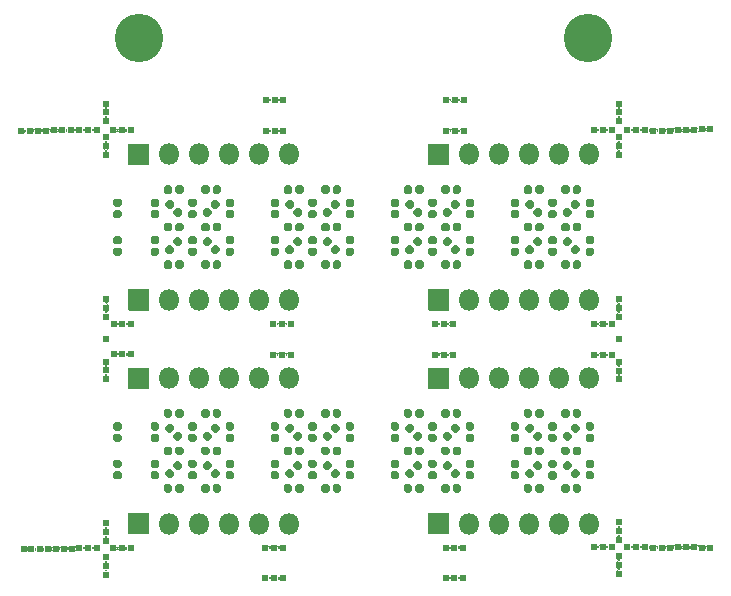
<source format=gbr>
G04 #@! TF.GenerationSoftware,KiCad,Pcbnew,(5.1.9)-1*
G04 #@! TF.CreationDate,2021-05-14T23:18:57-04:00*
G04 #@! TF.ProjectId,2xOPT Panelized,32784f50-5420-4506-916e-656c697a6564,rev?*
G04 #@! TF.SameCoordinates,Original*
G04 #@! TF.FileFunction,Soldermask,Top*
G04 #@! TF.FilePolarity,Negative*
%FSLAX46Y46*%
G04 Gerber Fmt 4.6, Leading zero omitted, Abs format (unit mm)*
G04 Created by KiCad (PCBNEW (5.1.9)-1) date 2021-05-14 23:18:57*
%MOMM*%
%LPD*%
G01*
G04 APERTURE LIST*
%ADD10C,0.602000*%
%ADD11C,4.102000*%
%ADD12O,1.802000X1.802000*%
%ADD13C,0.100000*%
G04 APERTURE END LIST*
D10*
X158337500Y-97137000D03*
X157637500Y-97137000D03*
X154937500Y-97137000D03*
X156300000Y-97100000D03*
X157000000Y-97100000D03*
X154237500Y-97137000D03*
X153537500Y-97137000D03*
X155600000Y-97100000D03*
X158337500Y-61737000D03*
X157637500Y-61737000D03*
X154937500Y-61837000D03*
X156300000Y-61800000D03*
X157000000Y-61800000D03*
X154237500Y-61837000D03*
X153537500Y-61837000D03*
X155600000Y-61800000D03*
X100237500Y-97237000D03*
X102937500Y-97237000D03*
X101575000Y-97274000D03*
X100875000Y-97274000D03*
X103637500Y-97237000D03*
X104337500Y-97237000D03*
X102275000Y-97274000D03*
X100000000Y-61900000D03*
X100737500Y-61837000D03*
X101437500Y-61837000D03*
X102137500Y-61837000D03*
X102800000Y-61800000D03*
X103500000Y-61800000D03*
X104200000Y-61800000D03*
D11*
X148000000Y-54000000D03*
X110000000Y-54000000D03*
D10*
X108550000Y-97200000D03*
X109300000Y-97200000D03*
X107800000Y-97200000D03*
X107200000Y-95100000D03*
X107200000Y-96600000D03*
X107200000Y-95850000D03*
X106450000Y-97200000D03*
X104950000Y-97200000D03*
X105700000Y-97200000D03*
X107200000Y-99450000D03*
X107200000Y-97950000D03*
X107200000Y-98700000D03*
X150600000Y-95750000D03*
X150600000Y-95000000D03*
X150600000Y-96500000D03*
X148500000Y-97100000D03*
X150000000Y-97100000D03*
X149250000Y-97100000D03*
X150600000Y-97850000D03*
X150600000Y-99350000D03*
X150600000Y-98600000D03*
X152850000Y-97100000D03*
X151350000Y-97100000D03*
X152100000Y-97100000D03*
X149250000Y-61800000D03*
X148500000Y-61800000D03*
X150000000Y-61800000D03*
X150600000Y-63900000D03*
X150600000Y-62400000D03*
X150600000Y-63150000D03*
X151350000Y-61800000D03*
X152850000Y-61800000D03*
X152100000Y-61800000D03*
X150600000Y-59550000D03*
X150600000Y-61050000D03*
X150600000Y-60300000D03*
X107200000Y-63150000D03*
X107200000Y-63900000D03*
X107200000Y-62400000D03*
X109300000Y-61800000D03*
X107800000Y-61800000D03*
X108550000Y-61800000D03*
X107200000Y-61050000D03*
X107200000Y-59550000D03*
X107200000Y-60300000D03*
X104950000Y-61800000D03*
X106450000Y-61800000D03*
X105700000Y-61800000D03*
X121475000Y-59237000D03*
X121475000Y-61837000D03*
X122225000Y-59237000D03*
X120725000Y-59237000D03*
X120725000Y-61837000D03*
X122225000Y-61837000D03*
X136737500Y-59237000D03*
X136737500Y-61837000D03*
X137487500Y-59237000D03*
X135987500Y-59237000D03*
X135987500Y-61837000D03*
X137487500Y-61837000D03*
X137450000Y-99737000D03*
X135950000Y-99737000D03*
X135950000Y-97137000D03*
X137450000Y-97137000D03*
X136700000Y-99737000D03*
X136700000Y-97137000D03*
X122187500Y-99737000D03*
X120687500Y-99737000D03*
X120687500Y-97137000D03*
X122187500Y-97137000D03*
X121437500Y-99737000D03*
X121437500Y-97137000D03*
X136550000Y-80800000D03*
X135050000Y-80800000D03*
X135050000Y-78200000D03*
X136550000Y-78200000D03*
X135800000Y-80800000D03*
X135800000Y-78200000D03*
X122850000Y-80800000D03*
X121350000Y-80800000D03*
X121350000Y-78200000D03*
X122850000Y-78200000D03*
X122100000Y-80800000D03*
X122100000Y-78200000D03*
X150600000Y-79500000D03*
X150600000Y-76850000D03*
X150600000Y-76100000D03*
X150600000Y-77600000D03*
X150600000Y-82150000D03*
X150600000Y-81400000D03*
X150600000Y-82900000D03*
X148500000Y-78200000D03*
X150000000Y-78200000D03*
X150000000Y-80800000D03*
X148500000Y-80800000D03*
X149250000Y-78200000D03*
X149250000Y-80800000D03*
X107237500Y-79487000D03*
X107237500Y-82137000D03*
X107237500Y-82887000D03*
X107237500Y-81387000D03*
X107237500Y-76837000D03*
X107237500Y-77587000D03*
X107237500Y-76087000D03*
X109337500Y-80787000D03*
X107837500Y-80787000D03*
X107837500Y-78187000D03*
X109337500Y-78187000D03*
X108587500Y-80787000D03*
X108587500Y-78187000D03*
D12*
X148065000Y-76171000D03*
X145525000Y-76171000D03*
X142985000Y-76171000D03*
X140445000Y-76171000D03*
X137905000Y-76171000D03*
G36*
G01*
X136215000Y-77072000D02*
X134515000Y-77072000D01*
G75*
G02*
X134464000Y-77021000I0J51000D01*
G01*
X134464000Y-75321000D01*
G75*
G02*
X134515000Y-75270000I51000J0D01*
G01*
X136215000Y-75270000D01*
G75*
G02*
X136266000Y-75321000I0J-51000D01*
G01*
X136266000Y-77021000D01*
G75*
G02*
X136215000Y-77072000I-51000J0D01*
G01*
G37*
X122665000Y-76171000D03*
X120125000Y-76171000D03*
X117585000Y-76171000D03*
X115045000Y-76171000D03*
X112505000Y-76171000D03*
G36*
G01*
X110815000Y-77072000D02*
X109115000Y-77072000D01*
G75*
G02*
X109064000Y-77021000I0J51000D01*
G01*
X109064000Y-75321000D01*
G75*
G02*
X109115000Y-75270000I51000J0D01*
G01*
X110815000Y-75270000D01*
G75*
G02*
X110866000Y-75321000I0J-51000D01*
G01*
X110866000Y-77021000D01*
G75*
G02*
X110815000Y-77072000I-51000J0D01*
G01*
G37*
X148065000Y-63852000D03*
X145525000Y-63852000D03*
X142985000Y-63852000D03*
X140445000Y-63852000D03*
X137905000Y-63852000D03*
G36*
G01*
X136215000Y-64753000D02*
X134515000Y-64753000D01*
G75*
G02*
X134464000Y-64702000I0J51000D01*
G01*
X134464000Y-63002000D01*
G75*
G02*
X134515000Y-62951000I51000J0D01*
G01*
X136215000Y-62951000D01*
G75*
G02*
X136266000Y-63002000I0J-51000D01*
G01*
X136266000Y-64702000D01*
G75*
G02*
X136215000Y-64753000I-51000J0D01*
G01*
G37*
X122665000Y-63852000D03*
X120125000Y-63852000D03*
X117585000Y-63852000D03*
X115045000Y-63852000D03*
X112505000Y-63852000D03*
G36*
G01*
X110815000Y-64753000D02*
X109115000Y-64753000D01*
G75*
G02*
X109064000Y-64702000I0J51000D01*
G01*
X109064000Y-63002000D01*
G75*
G02*
X109115000Y-62951000I51000J0D01*
G01*
X110815000Y-62951000D01*
G75*
G02*
X110866000Y-63002000I0J-51000D01*
G01*
X110866000Y-64702000D01*
G75*
G02*
X110815000Y-64753000I-51000J0D01*
G01*
G37*
G36*
G01*
X111145500Y-68560000D02*
X111541500Y-68560000D01*
G75*
G02*
X111714500Y-68733000I0J-173000D01*
G01*
X111714500Y-69079000D01*
G75*
G02*
X111541500Y-69252000I-173000J0D01*
G01*
X111145500Y-69252000D01*
G75*
G02*
X110972500Y-69079000I0J173000D01*
G01*
X110972500Y-68733000D01*
G75*
G02*
X111145500Y-68560000I173000J0D01*
G01*
G37*
G36*
G01*
X111145500Y-67590000D02*
X111541500Y-67590000D01*
G75*
G02*
X111714500Y-67763000I0J-173000D01*
G01*
X111714500Y-68109000D01*
G75*
G02*
X111541500Y-68282000I-173000J0D01*
G01*
X111145500Y-68282000D01*
G75*
G02*
X110972500Y-68109000I0J173000D01*
G01*
X110972500Y-67763000D01*
G75*
G02*
X111145500Y-67590000I173000J0D01*
G01*
G37*
G36*
G01*
X111541500Y-71457000D02*
X111145500Y-71457000D01*
G75*
G02*
X110972500Y-71284000I0J173000D01*
G01*
X110972500Y-70938000D01*
G75*
G02*
X111145500Y-70765000I173000J0D01*
G01*
X111541500Y-70765000D01*
G75*
G02*
X111714500Y-70938000I0J-173000D01*
G01*
X111714500Y-71284000D01*
G75*
G02*
X111541500Y-71457000I-173000J0D01*
G01*
G37*
G36*
G01*
X111541500Y-72427000D02*
X111145500Y-72427000D01*
G75*
G02*
X110972500Y-72254000I0J173000D01*
G01*
X110972500Y-71908000D01*
G75*
G02*
X111145500Y-71735000I173000J0D01*
G01*
X111541500Y-71735000D01*
G75*
G02*
X111714500Y-71908000I0J-173000D01*
G01*
X111714500Y-72254000D01*
G75*
G02*
X111541500Y-72427000I-173000J0D01*
G01*
G37*
G36*
G01*
X113070500Y-67031500D02*
X113070500Y-66635500D01*
G75*
G02*
X113243500Y-66462500I173000J0D01*
G01*
X113589500Y-66462500D01*
G75*
G02*
X113762500Y-66635500I0J-173000D01*
G01*
X113762500Y-67031500D01*
G75*
G02*
X113589500Y-67204500I-173000J0D01*
G01*
X113243500Y-67204500D01*
G75*
G02*
X113070500Y-67031500I0J173000D01*
G01*
G37*
G36*
G01*
X112100500Y-67031500D02*
X112100500Y-66635500D01*
G75*
G02*
X112273500Y-66462500I173000J0D01*
G01*
X112619500Y-66462500D01*
G75*
G02*
X112792500Y-66635500I0J-173000D01*
G01*
X112792500Y-67031500D01*
G75*
G02*
X112619500Y-67204500I-173000J0D01*
G01*
X112273500Y-67204500D01*
G75*
G02*
X112100500Y-67031500I0J173000D01*
G01*
G37*
G36*
G01*
X112973219Y-68182704D02*
X112693204Y-68462719D01*
G75*
G02*
X112448546Y-68462719I-122329J122329D01*
G01*
X112203887Y-68218060D01*
G75*
G02*
X112203887Y-67973402I122329J122329D01*
G01*
X112483902Y-67693387D01*
G75*
G02*
X112728560Y-67693387I122329J-122329D01*
G01*
X112973219Y-67938046D01*
G75*
G02*
X112973219Y-68182704I-122329J-122329D01*
G01*
G37*
G36*
G01*
X113659113Y-68868598D02*
X113379098Y-69148613D01*
G75*
G02*
X113134440Y-69148613I-122329J122329D01*
G01*
X112889781Y-68903954D01*
G75*
G02*
X112889781Y-68659296I122329J122329D01*
G01*
X113169796Y-68379281D01*
G75*
G02*
X113414454Y-68379281I122329J-122329D01*
G01*
X113659113Y-68623940D01*
G75*
G02*
X113659113Y-68868598I-122329J-122329D01*
G01*
G37*
G36*
G01*
X112792500Y-69810500D02*
X112792500Y-70206500D01*
G75*
G02*
X112619500Y-70379500I-173000J0D01*
G01*
X112273500Y-70379500D01*
G75*
G02*
X112100500Y-70206500I0J173000D01*
G01*
X112100500Y-69810500D01*
G75*
G02*
X112273500Y-69637500I173000J0D01*
G01*
X112619500Y-69637500D01*
G75*
G02*
X112792500Y-69810500I0J-173000D01*
G01*
G37*
G36*
G01*
X113762500Y-69810500D02*
X113762500Y-70206500D01*
G75*
G02*
X113589500Y-70379500I-173000J0D01*
G01*
X113243500Y-70379500D01*
G75*
G02*
X113070500Y-70206500I0J173000D01*
G01*
X113070500Y-69810500D01*
G75*
G02*
X113243500Y-69637500I173000J0D01*
G01*
X113589500Y-69637500D01*
G75*
G02*
X113762500Y-69810500I0J-173000D01*
G01*
G37*
G36*
G01*
X112693204Y-71554281D02*
X112973219Y-71834296D01*
G75*
G02*
X112973219Y-72078954I-122329J-122329D01*
G01*
X112728560Y-72323613D01*
G75*
G02*
X112483902Y-72323613I-122329J122329D01*
G01*
X112203887Y-72043598D01*
G75*
G02*
X112203887Y-71798940I122329J122329D01*
G01*
X112448546Y-71554281D01*
G75*
G02*
X112693204Y-71554281I122329J-122329D01*
G01*
G37*
G36*
G01*
X113379098Y-70868387D02*
X113659113Y-71148402D01*
G75*
G02*
X113659113Y-71393060I-122329J-122329D01*
G01*
X113414454Y-71637719D01*
G75*
G02*
X113169796Y-71637719I-122329J122329D01*
G01*
X112889781Y-71357704D01*
G75*
G02*
X112889781Y-71113046I122329J122329D01*
G01*
X113134440Y-70868387D01*
G75*
G02*
X113379098Y-70868387I122329J-122329D01*
G01*
G37*
G36*
G01*
X113070500Y-73381500D02*
X113070500Y-72985500D01*
G75*
G02*
X113243500Y-72812500I173000J0D01*
G01*
X113589500Y-72812500D01*
G75*
G02*
X113762500Y-72985500I0J-173000D01*
G01*
X113762500Y-73381500D01*
G75*
G02*
X113589500Y-73554500I-173000J0D01*
G01*
X113243500Y-73554500D01*
G75*
G02*
X113070500Y-73381500I0J173000D01*
G01*
G37*
G36*
G01*
X112100500Y-73381500D02*
X112100500Y-72985500D01*
G75*
G02*
X112273500Y-72812500I173000J0D01*
G01*
X112619500Y-72812500D01*
G75*
G02*
X112792500Y-72985500I0J-173000D01*
G01*
X112792500Y-73381500D01*
G75*
G02*
X112619500Y-73554500I-173000J0D01*
G01*
X112273500Y-73554500D01*
G75*
G02*
X112100500Y-73381500I0J173000D01*
G01*
G37*
G36*
G01*
X114321500Y-68560000D02*
X114717500Y-68560000D01*
G75*
G02*
X114890500Y-68733000I0J-173000D01*
G01*
X114890500Y-69079000D01*
G75*
G02*
X114717500Y-69252000I-173000J0D01*
G01*
X114321500Y-69252000D01*
G75*
G02*
X114148500Y-69079000I0J173000D01*
G01*
X114148500Y-68733000D01*
G75*
G02*
X114321500Y-68560000I173000J0D01*
G01*
G37*
G36*
G01*
X114321500Y-67590000D02*
X114717500Y-67590000D01*
G75*
G02*
X114890500Y-67763000I0J-173000D01*
G01*
X114890500Y-68109000D01*
G75*
G02*
X114717500Y-68282000I-173000J0D01*
G01*
X114321500Y-68282000D01*
G75*
G02*
X114148500Y-68109000I0J173000D01*
G01*
X114148500Y-67763000D01*
G75*
G02*
X114321500Y-67590000I173000J0D01*
G01*
G37*
G36*
G01*
X114321500Y-71735000D02*
X114717500Y-71735000D01*
G75*
G02*
X114890500Y-71908000I0J-173000D01*
G01*
X114890500Y-72254000D01*
G75*
G02*
X114717500Y-72427000I-173000J0D01*
G01*
X114321500Y-72427000D01*
G75*
G02*
X114148500Y-72254000I0J173000D01*
G01*
X114148500Y-71908000D01*
G75*
G02*
X114321500Y-71735000I173000J0D01*
G01*
G37*
G36*
G01*
X114321500Y-70765000D02*
X114717500Y-70765000D01*
G75*
G02*
X114890500Y-70938000I0J-173000D01*
G01*
X114890500Y-71284000D01*
G75*
G02*
X114717500Y-71457000I-173000J0D01*
G01*
X114321500Y-71457000D01*
G75*
G02*
X114148500Y-71284000I0J173000D01*
G01*
X114148500Y-70938000D01*
G75*
G02*
X114321500Y-70765000I173000J0D01*
G01*
G37*
G36*
G01*
X116245500Y-67031500D02*
X116245500Y-66635500D01*
G75*
G02*
X116418500Y-66462500I173000J0D01*
G01*
X116764500Y-66462500D01*
G75*
G02*
X116937500Y-66635500I0J-173000D01*
G01*
X116937500Y-67031500D01*
G75*
G02*
X116764500Y-67204500I-173000J0D01*
G01*
X116418500Y-67204500D01*
G75*
G02*
X116245500Y-67031500I0J173000D01*
G01*
G37*
G36*
G01*
X115275500Y-67031500D02*
X115275500Y-66635500D01*
G75*
G02*
X115448500Y-66462500I173000J0D01*
G01*
X115794500Y-66462500D01*
G75*
G02*
X115967500Y-66635500I0J-173000D01*
G01*
X115967500Y-67031500D01*
G75*
G02*
X115794500Y-67204500I-173000J0D01*
G01*
X115448500Y-67204500D01*
G75*
G02*
X115275500Y-67031500I0J173000D01*
G01*
G37*
G36*
G01*
X116344796Y-68462719D02*
X116064781Y-68182704D01*
G75*
G02*
X116064781Y-67938046I122329J122329D01*
G01*
X116309440Y-67693387D01*
G75*
G02*
X116554098Y-67693387I122329J-122329D01*
G01*
X116834113Y-67973402D01*
G75*
G02*
X116834113Y-68218060I-122329J-122329D01*
G01*
X116589454Y-68462719D01*
G75*
G02*
X116344796Y-68462719I-122329J122329D01*
G01*
G37*
G36*
G01*
X115658902Y-69148613D02*
X115378887Y-68868598D01*
G75*
G02*
X115378887Y-68623940I122329J122329D01*
G01*
X115623546Y-68379281D01*
G75*
G02*
X115868204Y-68379281I122329J-122329D01*
G01*
X116148219Y-68659296D01*
G75*
G02*
X116148219Y-68903954I-122329J-122329D01*
G01*
X115903560Y-69148613D01*
G75*
G02*
X115658902Y-69148613I-122329J122329D01*
G01*
G37*
G36*
G01*
X116245500Y-70206500D02*
X116245500Y-69810500D01*
G75*
G02*
X116418500Y-69637500I173000J0D01*
G01*
X116764500Y-69637500D01*
G75*
G02*
X116937500Y-69810500I0J-173000D01*
G01*
X116937500Y-70206500D01*
G75*
G02*
X116764500Y-70379500I-173000J0D01*
G01*
X116418500Y-70379500D01*
G75*
G02*
X116245500Y-70206500I0J173000D01*
G01*
G37*
G36*
G01*
X115275500Y-70206500D02*
X115275500Y-69810500D01*
G75*
G02*
X115448500Y-69637500I173000J0D01*
G01*
X115794500Y-69637500D01*
G75*
G02*
X115967500Y-69810500I0J-173000D01*
G01*
X115967500Y-70206500D01*
G75*
G02*
X115794500Y-70379500I-173000J0D01*
G01*
X115448500Y-70379500D01*
G75*
G02*
X115275500Y-70206500I0J173000D01*
G01*
G37*
G36*
G01*
X116064781Y-71834296D02*
X116344796Y-71554281D01*
G75*
G02*
X116589454Y-71554281I122329J-122329D01*
G01*
X116834113Y-71798940D01*
G75*
G02*
X116834113Y-72043598I-122329J-122329D01*
G01*
X116554098Y-72323613D01*
G75*
G02*
X116309440Y-72323613I-122329J122329D01*
G01*
X116064781Y-72078954D01*
G75*
G02*
X116064781Y-71834296I122329J122329D01*
G01*
G37*
G36*
G01*
X115378887Y-71148402D02*
X115658902Y-70868387D01*
G75*
G02*
X115903560Y-70868387I122329J-122329D01*
G01*
X116148219Y-71113046D01*
G75*
G02*
X116148219Y-71357704I-122329J-122329D01*
G01*
X115868204Y-71637719D01*
G75*
G02*
X115623546Y-71637719I-122329J122329D01*
G01*
X115378887Y-71393060D01*
G75*
G02*
X115378887Y-71148402I122329J122329D01*
G01*
G37*
G36*
G01*
X116245500Y-73381500D02*
X116245500Y-72985500D01*
G75*
G02*
X116418500Y-72812500I173000J0D01*
G01*
X116764500Y-72812500D01*
G75*
G02*
X116937500Y-72985500I0J-173000D01*
G01*
X116937500Y-73381500D01*
G75*
G02*
X116764500Y-73554500I-173000J0D01*
G01*
X116418500Y-73554500D01*
G75*
G02*
X116245500Y-73381500I0J173000D01*
G01*
G37*
G36*
G01*
X115275500Y-73381500D02*
X115275500Y-72985500D01*
G75*
G02*
X115448500Y-72812500I173000J0D01*
G01*
X115794500Y-72812500D01*
G75*
G02*
X115967500Y-72985500I0J-173000D01*
G01*
X115967500Y-73381500D01*
G75*
G02*
X115794500Y-73554500I-173000J0D01*
G01*
X115448500Y-73554500D01*
G75*
G02*
X115275500Y-73381500I0J173000D01*
G01*
G37*
G36*
G01*
X117495500Y-68560000D02*
X117891500Y-68560000D01*
G75*
G02*
X118064500Y-68733000I0J-173000D01*
G01*
X118064500Y-69079000D01*
G75*
G02*
X117891500Y-69252000I-173000J0D01*
G01*
X117495500Y-69252000D01*
G75*
G02*
X117322500Y-69079000I0J173000D01*
G01*
X117322500Y-68733000D01*
G75*
G02*
X117495500Y-68560000I173000J0D01*
G01*
G37*
G36*
G01*
X117495500Y-67590000D02*
X117891500Y-67590000D01*
G75*
G02*
X118064500Y-67763000I0J-173000D01*
G01*
X118064500Y-68109000D01*
G75*
G02*
X117891500Y-68282000I-173000J0D01*
G01*
X117495500Y-68282000D01*
G75*
G02*
X117322500Y-68109000I0J173000D01*
G01*
X117322500Y-67763000D01*
G75*
G02*
X117495500Y-67590000I173000J0D01*
G01*
G37*
G36*
G01*
X117891500Y-71457000D02*
X117495500Y-71457000D01*
G75*
G02*
X117322500Y-71284000I0J173000D01*
G01*
X117322500Y-70938000D01*
G75*
G02*
X117495500Y-70765000I173000J0D01*
G01*
X117891500Y-70765000D01*
G75*
G02*
X118064500Y-70938000I0J-173000D01*
G01*
X118064500Y-71284000D01*
G75*
G02*
X117891500Y-71457000I-173000J0D01*
G01*
G37*
G36*
G01*
X117891500Y-72427000D02*
X117495500Y-72427000D01*
G75*
G02*
X117322500Y-72254000I0J173000D01*
G01*
X117322500Y-71908000D01*
G75*
G02*
X117495500Y-71735000I173000J0D01*
G01*
X117891500Y-71735000D01*
G75*
G02*
X118064500Y-71908000I0J-173000D01*
G01*
X118064500Y-72254000D01*
G75*
G02*
X117891500Y-72427000I-173000J0D01*
G01*
G37*
G36*
G01*
X121305500Y-68560000D02*
X121701500Y-68560000D01*
G75*
G02*
X121874500Y-68733000I0J-173000D01*
G01*
X121874500Y-69079000D01*
G75*
G02*
X121701500Y-69252000I-173000J0D01*
G01*
X121305500Y-69252000D01*
G75*
G02*
X121132500Y-69079000I0J173000D01*
G01*
X121132500Y-68733000D01*
G75*
G02*
X121305500Y-68560000I173000J0D01*
G01*
G37*
G36*
G01*
X121305500Y-67590000D02*
X121701500Y-67590000D01*
G75*
G02*
X121874500Y-67763000I0J-173000D01*
G01*
X121874500Y-68109000D01*
G75*
G02*
X121701500Y-68282000I-173000J0D01*
G01*
X121305500Y-68282000D01*
G75*
G02*
X121132500Y-68109000I0J173000D01*
G01*
X121132500Y-67763000D01*
G75*
G02*
X121305500Y-67590000I173000J0D01*
G01*
G37*
G36*
G01*
X121701500Y-71457000D02*
X121305500Y-71457000D01*
G75*
G02*
X121132500Y-71284000I0J173000D01*
G01*
X121132500Y-70938000D01*
G75*
G02*
X121305500Y-70765000I173000J0D01*
G01*
X121701500Y-70765000D01*
G75*
G02*
X121874500Y-70938000I0J-173000D01*
G01*
X121874500Y-71284000D01*
G75*
G02*
X121701500Y-71457000I-173000J0D01*
G01*
G37*
G36*
G01*
X121701500Y-72427000D02*
X121305500Y-72427000D01*
G75*
G02*
X121132500Y-72254000I0J173000D01*
G01*
X121132500Y-71908000D01*
G75*
G02*
X121305500Y-71735000I173000J0D01*
G01*
X121701500Y-71735000D01*
G75*
G02*
X121874500Y-71908000I0J-173000D01*
G01*
X121874500Y-72254000D01*
G75*
G02*
X121701500Y-72427000I-173000J0D01*
G01*
G37*
G36*
G01*
X123230500Y-67031500D02*
X123230500Y-66635500D01*
G75*
G02*
X123403500Y-66462500I173000J0D01*
G01*
X123749500Y-66462500D01*
G75*
G02*
X123922500Y-66635500I0J-173000D01*
G01*
X123922500Y-67031500D01*
G75*
G02*
X123749500Y-67204500I-173000J0D01*
G01*
X123403500Y-67204500D01*
G75*
G02*
X123230500Y-67031500I0J173000D01*
G01*
G37*
G36*
G01*
X122260500Y-67031500D02*
X122260500Y-66635500D01*
G75*
G02*
X122433500Y-66462500I173000J0D01*
G01*
X122779500Y-66462500D01*
G75*
G02*
X122952500Y-66635500I0J-173000D01*
G01*
X122952500Y-67031500D01*
G75*
G02*
X122779500Y-67204500I-173000J0D01*
G01*
X122433500Y-67204500D01*
G75*
G02*
X122260500Y-67031500I0J173000D01*
G01*
G37*
G36*
G01*
X123133219Y-68182704D02*
X122853204Y-68462719D01*
G75*
G02*
X122608546Y-68462719I-122329J122329D01*
G01*
X122363887Y-68218060D01*
G75*
G02*
X122363887Y-67973402I122329J122329D01*
G01*
X122643902Y-67693387D01*
G75*
G02*
X122888560Y-67693387I122329J-122329D01*
G01*
X123133219Y-67938046D01*
G75*
G02*
X123133219Y-68182704I-122329J-122329D01*
G01*
G37*
G36*
G01*
X123819113Y-68868598D02*
X123539098Y-69148613D01*
G75*
G02*
X123294440Y-69148613I-122329J122329D01*
G01*
X123049781Y-68903954D01*
G75*
G02*
X123049781Y-68659296I122329J122329D01*
G01*
X123329796Y-68379281D01*
G75*
G02*
X123574454Y-68379281I122329J-122329D01*
G01*
X123819113Y-68623940D01*
G75*
G02*
X123819113Y-68868598I-122329J-122329D01*
G01*
G37*
G36*
G01*
X122952500Y-69810500D02*
X122952500Y-70206500D01*
G75*
G02*
X122779500Y-70379500I-173000J0D01*
G01*
X122433500Y-70379500D01*
G75*
G02*
X122260500Y-70206500I0J173000D01*
G01*
X122260500Y-69810500D01*
G75*
G02*
X122433500Y-69637500I173000J0D01*
G01*
X122779500Y-69637500D01*
G75*
G02*
X122952500Y-69810500I0J-173000D01*
G01*
G37*
G36*
G01*
X123922500Y-69810500D02*
X123922500Y-70206500D01*
G75*
G02*
X123749500Y-70379500I-173000J0D01*
G01*
X123403500Y-70379500D01*
G75*
G02*
X123230500Y-70206500I0J173000D01*
G01*
X123230500Y-69810500D01*
G75*
G02*
X123403500Y-69637500I173000J0D01*
G01*
X123749500Y-69637500D01*
G75*
G02*
X123922500Y-69810500I0J-173000D01*
G01*
G37*
G36*
G01*
X122853204Y-71554281D02*
X123133219Y-71834296D01*
G75*
G02*
X123133219Y-72078954I-122329J-122329D01*
G01*
X122888560Y-72323613D01*
G75*
G02*
X122643902Y-72323613I-122329J122329D01*
G01*
X122363887Y-72043598D01*
G75*
G02*
X122363887Y-71798940I122329J122329D01*
G01*
X122608546Y-71554281D01*
G75*
G02*
X122853204Y-71554281I122329J-122329D01*
G01*
G37*
G36*
G01*
X123539098Y-70868387D02*
X123819113Y-71148402D01*
G75*
G02*
X123819113Y-71393060I-122329J-122329D01*
G01*
X123574454Y-71637719D01*
G75*
G02*
X123329796Y-71637719I-122329J122329D01*
G01*
X123049781Y-71357704D01*
G75*
G02*
X123049781Y-71113046I122329J122329D01*
G01*
X123294440Y-70868387D01*
G75*
G02*
X123539098Y-70868387I122329J-122329D01*
G01*
G37*
G36*
G01*
X123230500Y-73381500D02*
X123230500Y-72985500D01*
G75*
G02*
X123403500Y-72812500I173000J0D01*
G01*
X123749500Y-72812500D01*
G75*
G02*
X123922500Y-72985500I0J-173000D01*
G01*
X123922500Y-73381500D01*
G75*
G02*
X123749500Y-73554500I-173000J0D01*
G01*
X123403500Y-73554500D01*
G75*
G02*
X123230500Y-73381500I0J173000D01*
G01*
G37*
G36*
G01*
X122260500Y-73381500D02*
X122260500Y-72985500D01*
G75*
G02*
X122433500Y-72812500I173000J0D01*
G01*
X122779500Y-72812500D01*
G75*
G02*
X122952500Y-72985500I0J-173000D01*
G01*
X122952500Y-73381500D01*
G75*
G02*
X122779500Y-73554500I-173000J0D01*
G01*
X122433500Y-73554500D01*
G75*
G02*
X122260500Y-73381500I0J173000D01*
G01*
G37*
G36*
G01*
X124481500Y-68560000D02*
X124877500Y-68560000D01*
G75*
G02*
X125050500Y-68733000I0J-173000D01*
G01*
X125050500Y-69079000D01*
G75*
G02*
X124877500Y-69252000I-173000J0D01*
G01*
X124481500Y-69252000D01*
G75*
G02*
X124308500Y-69079000I0J173000D01*
G01*
X124308500Y-68733000D01*
G75*
G02*
X124481500Y-68560000I173000J0D01*
G01*
G37*
G36*
G01*
X124481500Y-67590000D02*
X124877500Y-67590000D01*
G75*
G02*
X125050500Y-67763000I0J-173000D01*
G01*
X125050500Y-68109000D01*
G75*
G02*
X124877500Y-68282000I-173000J0D01*
G01*
X124481500Y-68282000D01*
G75*
G02*
X124308500Y-68109000I0J173000D01*
G01*
X124308500Y-67763000D01*
G75*
G02*
X124481500Y-67590000I173000J0D01*
G01*
G37*
G36*
G01*
X124481500Y-71735000D02*
X124877500Y-71735000D01*
G75*
G02*
X125050500Y-71908000I0J-173000D01*
G01*
X125050500Y-72254000D01*
G75*
G02*
X124877500Y-72427000I-173000J0D01*
G01*
X124481500Y-72427000D01*
G75*
G02*
X124308500Y-72254000I0J173000D01*
G01*
X124308500Y-71908000D01*
G75*
G02*
X124481500Y-71735000I173000J0D01*
G01*
G37*
G36*
G01*
X124481500Y-70765000D02*
X124877500Y-70765000D01*
G75*
G02*
X125050500Y-70938000I0J-173000D01*
G01*
X125050500Y-71284000D01*
G75*
G02*
X124877500Y-71457000I-173000J0D01*
G01*
X124481500Y-71457000D01*
G75*
G02*
X124308500Y-71284000I0J173000D01*
G01*
X124308500Y-70938000D01*
G75*
G02*
X124481500Y-70765000I173000J0D01*
G01*
G37*
G36*
G01*
X126405500Y-67031500D02*
X126405500Y-66635500D01*
G75*
G02*
X126578500Y-66462500I173000J0D01*
G01*
X126924500Y-66462500D01*
G75*
G02*
X127097500Y-66635500I0J-173000D01*
G01*
X127097500Y-67031500D01*
G75*
G02*
X126924500Y-67204500I-173000J0D01*
G01*
X126578500Y-67204500D01*
G75*
G02*
X126405500Y-67031500I0J173000D01*
G01*
G37*
G36*
G01*
X125435500Y-67031500D02*
X125435500Y-66635500D01*
G75*
G02*
X125608500Y-66462500I173000J0D01*
G01*
X125954500Y-66462500D01*
G75*
G02*
X126127500Y-66635500I0J-173000D01*
G01*
X126127500Y-67031500D01*
G75*
G02*
X125954500Y-67204500I-173000J0D01*
G01*
X125608500Y-67204500D01*
G75*
G02*
X125435500Y-67031500I0J173000D01*
G01*
G37*
G36*
G01*
X126504796Y-68462719D02*
X126224781Y-68182704D01*
G75*
G02*
X126224781Y-67938046I122329J122329D01*
G01*
X126469440Y-67693387D01*
G75*
G02*
X126714098Y-67693387I122329J-122329D01*
G01*
X126994113Y-67973402D01*
G75*
G02*
X126994113Y-68218060I-122329J-122329D01*
G01*
X126749454Y-68462719D01*
G75*
G02*
X126504796Y-68462719I-122329J122329D01*
G01*
G37*
G36*
G01*
X125818902Y-69148613D02*
X125538887Y-68868598D01*
G75*
G02*
X125538887Y-68623940I122329J122329D01*
G01*
X125783546Y-68379281D01*
G75*
G02*
X126028204Y-68379281I122329J-122329D01*
G01*
X126308219Y-68659296D01*
G75*
G02*
X126308219Y-68903954I-122329J-122329D01*
G01*
X126063560Y-69148613D01*
G75*
G02*
X125818902Y-69148613I-122329J122329D01*
G01*
G37*
G36*
G01*
X126405500Y-70206500D02*
X126405500Y-69810500D01*
G75*
G02*
X126578500Y-69637500I173000J0D01*
G01*
X126924500Y-69637500D01*
G75*
G02*
X127097500Y-69810500I0J-173000D01*
G01*
X127097500Y-70206500D01*
G75*
G02*
X126924500Y-70379500I-173000J0D01*
G01*
X126578500Y-70379500D01*
G75*
G02*
X126405500Y-70206500I0J173000D01*
G01*
G37*
G36*
G01*
X125435500Y-70206500D02*
X125435500Y-69810500D01*
G75*
G02*
X125608500Y-69637500I173000J0D01*
G01*
X125954500Y-69637500D01*
G75*
G02*
X126127500Y-69810500I0J-173000D01*
G01*
X126127500Y-70206500D01*
G75*
G02*
X125954500Y-70379500I-173000J0D01*
G01*
X125608500Y-70379500D01*
G75*
G02*
X125435500Y-70206500I0J173000D01*
G01*
G37*
G36*
G01*
X126224781Y-71834296D02*
X126504796Y-71554281D01*
G75*
G02*
X126749454Y-71554281I122329J-122329D01*
G01*
X126994113Y-71798940D01*
G75*
G02*
X126994113Y-72043598I-122329J-122329D01*
G01*
X126714098Y-72323613D01*
G75*
G02*
X126469440Y-72323613I-122329J122329D01*
G01*
X126224781Y-72078954D01*
G75*
G02*
X126224781Y-71834296I122329J122329D01*
G01*
G37*
G36*
G01*
X125538887Y-71148402D02*
X125818902Y-70868387D01*
G75*
G02*
X126063560Y-70868387I122329J-122329D01*
G01*
X126308219Y-71113046D01*
G75*
G02*
X126308219Y-71357704I-122329J-122329D01*
G01*
X126028204Y-71637719D01*
G75*
G02*
X125783546Y-71637719I-122329J122329D01*
G01*
X125538887Y-71393060D01*
G75*
G02*
X125538887Y-71148402I122329J122329D01*
G01*
G37*
G36*
G01*
X126405500Y-73381500D02*
X126405500Y-72985500D01*
G75*
G02*
X126578500Y-72812500I173000J0D01*
G01*
X126924500Y-72812500D01*
G75*
G02*
X127097500Y-72985500I0J-173000D01*
G01*
X127097500Y-73381500D01*
G75*
G02*
X126924500Y-73554500I-173000J0D01*
G01*
X126578500Y-73554500D01*
G75*
G02*
X126405500Y-73381500I0J173000D01*
G01*
G37*
G36*
G01*
X125435500Y-73381500D02*
X125435500Y-72985500D01*
G75*
G02*
X125608500Y-72812500I173000J0D01*
G01*
X125954500Y-72812500D01*
G75*
G02*
X126127500Y-72985500I0J-173000D01*
G01*
X126127500Y-73381500D01*
G75*
G02*
X125954500Y-73554500I-173000J0D01*
G01*
X125608500Y-73554500D01*
G75*
G02*
X125435500Y-73381500I0J173000D01*
G01*
G37*
G36*
G01*
X127655500Y-68560000D02*
X128051500Y-68560000D01*
G75*
G02*
X128224500Y-68733000I0J-173000D01*
G01*
X128224500Y-69079000D01*
G75*
G02*
X128051500Y-69252000I-173000J0D01*
G01*
X127655500Y-69252000D01*
G75*
G02*
X127482500Y-69079000I0J173000D01*
G01*
X127482500Y-68733000D01*
G75*
G02*
X127655500Y-68560000I173000J0D01*
G01*
G37*
G36*
G01*
X127655500Y-67590000D02*
X128051500Y-67590000D01*
G75*
G02*
X128224500Y-67763000I0J-173000D01*
G01*
X128224500Y-68109000D01*
G75*
G02*
X128051500Y-68282000I-173000J0D01*
G01*
X127655500Y-68282000D01*
G75*
G02*
X127482500Y-68109000I0J173000D01*
G01*
X127482500Y-67763000D01*
G75*
G02*
X127655500Y-67590000I173000J0D01*
G01*
G37*
G36*
G01*
X128051500Y-71457000D02*
X127655500Y-71457000D01*
G75*
G02*
X127482500Y-71284000I0J173000D01*
G01*
X127482500Y-70938000D01*
G75*
G02*
X127655500Y-70765000I173000J0D01*
G01*
X128051500Y-70765000D01*
G75*
G02*
X128224500Y-70938000I0J-173000D01*
G01*
X128224500Y-71284000D01*
G75*
G02*
X128051500Y-71457000I-173000J0D01*
G01*
G37*
G36*
G01*
X128051500Y-72427000D02*
X127655500Y-72427000D01*
G75*
G02*
X127482500Y-72254000I0J173000D01*
G01*
X127482500Y-71908000D01*
G75*
G02*
X127655500Y-71735000I173000J0D01*
G01*
X128051500Y-71735000D01*
G75*
G02*
X128224500Y-71908000I0J-173000D01*
G01*
X128224500Y-72254000D01*
G75*
G02*
X128051500Y-72427000I-173000J0D01*
G01*
G37*
G36*
G01*
X131465500Y-68560000D02*
X131861500Y-68560000D01*
G75*
G02*
X132034500Y-68733000I0J-173000D01*
G01*
X132034500Y-69079000D01*
G75*
G02*
X131861500Y-69252000I-173000J0D01*
G01*
X131465500Y-69252000D01*
G75*
G02*
X131292500Y-69079000I0J173000D01*
G01*
X131292500Y-68733000D01*
G75*
G02*
X131465500Y-68560000I173000J0D01*
G01*
G37*
G36*
G01*
X131465500Y-67590000D02*
X131861500Y-67590000D01*
G75*
G02*
X132034500Y-67763000I0J-173000D01*
G01*
X132034500Y-68109000D01*
G75*
G02*
X131861500Y-68282000I-173000J0D01*
G01*
X131465500Y-68282000D01*
G75*
G02*
X131292500Y-68109000I0J173000D01*
G01*
X131292500Y-67763000D01*
G75*
G02*
X131465500Y-67590000I173000J0D01*
G01*
G37*
G36*
G01*
X131861500Y-71457000D02*
X131465500Y-71457000D01*
G75*
G02*
X131292500Y-71284000I0J173000D01*
G01*
X131292500Y-70938000D01*
G75*
G02*
X131465500Y-70765000I173000J0D01*
G01*
X131861500Y-70765000D01*
G75*
G02*
X132034500Y-70938000I0J-173000D01*
G01*
X132034500Y-71284000D01*
G75*
G02*
X131861500Y-71457000I-173000J0D01*
G01*
G37*
G36*
G01*
X131861500Y-72427000D02*
X131465500Y-72427000D01*
G75*
G02*
X131292500Y-72254000I0J173000D01*
G01*
X131292500Y-71908000D01*
G75*
G02*
X131465500Y-71735000I173000J0D01*
G01*
X131861500Y-71735000D01*
G75*
G02*
X132034500Y-71908000I0J-173000D01*
G01*
X132034500Y-72254000D01*
G75*
G02*
X131861500Y-72427000I-173000J0D01*
G01*
G37*
G36*
G01*
X133390500Y-67031500D02*
X133390500Y-66635500D01*
G75*
G02*
X133563500Y-66462500I173000J0D01*
G01*
X133909500Y-66462500D01*
G75*
G02*
X134082500Y-66635500I0J-173000D01*
G01*
X134082500Y-67031500D01*
G75*
G02*
X133909500Y-67204500I-173000J0D01*
G01*
X133563500Y-67204500D01*
G75*
G02*
X133390500Y-67031500I0J173000D01*
G01*
G37*
G36*
G01*
X132420500Y-67031500D02*
X132420500Y-66635500D01*
G75*
G02*
X132593500Y-66462500I173000J0D01*
G01*
X132939500Y-66462500D01*
G75*
G02*
X133112500Y-66635500I0J-173000D01*
G01*
X133112500Y-67031500D01*
G75*
G02*
X132939500Y-67204500I-173000J0D01*
G01*
X132593500Y-67204500D01*
G75*
G02*
X132420500Y-67031500I0J173000D01*
G01*
G37*
G36*
G01*
X133293219Y-68182704D02*
X133013204Y-68462719D01*
G75*
G02*
X132768546Y-68462719I-122329J122329D01*
G01*
X132523887Y-68218060D01*
G75*
G02*
X132523887Y-67973402I122329J122329D01*
G01*
X132803902Y-67693387D01*
G75*
G02*
X133048560Y-67693387I122329J-122329D01*
G01*
X133293219Y-67938046D01*
G75*
G02*
X133293219Y-68182704I-122329J-122329D01*
G01*
G37*
G36*
G01*
X133979113Y-68868598D02*
X133699098Y-69148613D01*
G75*
G02*
X133454440Y-69148613I-122329J122329D01*
G01*
X133209781Y-68903954D01*
G75*
G02*
X133209781Y-68659296I122329J122329D01*
G01*
X133489796Y-68379281D01*
G75*
G02*
X133734454Y-68379281I122329J-122329D01*
G01*
X133979113Y-68623940D01*
G75*
G02*
X133979113Y-68868598I-122329J-122329D01*
G01*
G37*
G36*
G01*
X133112500Y-69810500D02*
X133112500Y-70206500D01*
G75*
G02*
X132939500Y-70379500I-173000J0D01*
G01*
X132593500Y-70379500D01*
G75*
G02*
X132420500Y-70206500I0J173000D01*
G01*
X132420500Y-69810500D01*
G75*
G02*
X132593500Y-69637500I173000J0D01*
G01*
X132939500Y-69637500D01*
G75*
G02*
X133112500Y-69810500I0J-173000D01*
G01*
G37*
G36*
G01*
X134082500Y-69810500D02*
X134082500Y-70206500D01*
G75*
G02*
X133909500Y-70379500I-173000J0D01*
G01*
X133563500Y-70379500D01*
G75*
G02*
X133390500Y-70206500I0J173000D01*
G01*
X133390500Y-69810500D01*
G75*
G02*
X133563500Y-69637500I173000J0D01*
G01*
X133909500Y-69637500D01*
G75*
G02*
X134082500Y-69810500I0J-173000D01*
G01*
G37*
G36*
G01*
X133013204Y-71554281D02*
X133293219Y-71834296D01*
G75*
G02*
X133293219Y-72078954I-122329J-122329D01*
G01*
X133048560Y-72323613D01*
G75*
G02*
X132803902Y-72323613I-122329J122329D01*
G01*
X132523887Y-72043598D01*
G75*
G02*
X132523887Y-71798940I122329J122329D01*
G01*
X132768546Y-71554281D01*
G75*
G02*
X133013204Y-71554281I122329J-122329D01*
G01*
G37*
G36*
G01*
X133699098Y-70868387D02*
X133979113Y-71148402D01*
G75*
G02*
X133979113Y-71393060I-122329J-122329D01*
G01*
X133734454Y-71637719D01*
G75*
G02*
X133489796Y-71637719I-122329J122329D01*
G01*
X133209781Y-71357704D01*
G75*
G02*
X133209781Y-71113046I122329J122329D01*
G01*
X133454440Y-70868387D01*
G75*
G02*
X133699098Y-70868387I122329J-122329D01*
G01*
G37*
G36*
G01*
X133390500Y-73381500D02*
X133390500Y-72985500D01*
G75*
G02*
X133563500Y-72812500I173000J0D01*
G01*
X133909500Y-72812500D01*
G75*
G02*
X134082500Y-72985500I0J-173000D01*
G01*
X134082500Y-73381500D01*
G75*
G02*
X133909500Y-73554500I-173000J0D01*
G01*
X133563500Y-73554500D01*
G75*
G02*
X133390500Y-73381500I0J173000D01*
G01*
G37*
G36*
G01*
X132420500Y-73381500D02*
X132420500Y-72985500D01*
G75*
G02*
X132593500Y-72812500I173000J0D01*
G01*
X132939500Y-72812500D01*
G75*
G02*
X133112500Y-72985500I0J-173000D01*
G01*
X133112500Y-73381500D01*
G75*
G02*
X132939500Y-73554500I-173000J0D01*
G01*
X132593500Y-73554500D01*
G75*
G02*
X132420500Y-73381500I0J173000D01*
G01*
G37*
G36*
G01*
X134641500Y-68560000D02*
X135037500Y-68560000D01*
G75*
G02*
X135210500Y-68733000I0J-173000D01*
G01*
X135210500Y-69079000D01*
G75*
G02*
X135037500Y-69252000I-173000J0D01*
G01*
X134641500Y-69252000D01*
G75*
G02*
X134468500Y-69079000I0J173000D01*
G01*
X134468500Y-68733000D01*
G75*
G02*
X134641500Y-68560000I173000J0D01*
G01*
G37*
G36*
G01*
X134641500Y-67590000D02*
X135037500Y-67590000D01*
G75*
G02*
X135210500Y-67763000I0J-173000D01*
G01*
X135210500Y-68109000D01*
G75*
G02*
X135037500Y-68282000I-173000J0D01*
G01*
X134641500Y-68282000D01*
G75*
G02*
X134468500Y-68109000I0J173000D01*
G01*
X134468500Y-67763000D01*
G75*
G02*
X134641500Y-67590000I173000J0D01*
G01*
G37*
G36*
G01*
X134641500Y-71735000D02*
X135037500Y-71735000D01*
G75*
G02*
X135210500Y-71908000I0J-173000D01*
G01*
X135210500Y-72254000D01*
G75*
G02*
X135037500Y-72427000I-173000J0D01*
G01*
X134641500Y-72427000D01*
G75*
G02*
X134468500Y-72254000I0J173000D01*
G01*
X134468500Y-71908000D01*
G75*
G02*
X134641500Y-71735000I173000J0D01*
G01*
G37*
G36*
G01*
X134641500Y-70765000D02*
X135037500Y-70765000D01*
G75*
G02*
X135210500Y-70938000I0J-173000D01*
G01*
X135210500Y-71284000D01*
G75*
G02*
X135037500Y-71457000I-173000J0D01*
G01*
X134641500Y-71457000D01*
G75*
G02*
X134468500Y-71284000I0J173000D01*
G01*
X134468500Y-70938000D01*
G75*
G02*
X134641500Y-70765000I173000J0D01*
G01*
G37*
G36*
G01*
X136565500Y-67031500D02*
X136565500Y-66635500D01*
G75*
G02*
X136738500Y-66462500I173000J0D01*
G01*
X137084500Y-66462500D01*
G75*
G02*
X137257500Y-66635500I0J-173000D01*
G01*
X137257500Y-67031500D01*
G75*
G02*
X137084500Y-67204500I-173000J0D01*
G01*
X136738500Y-67204500D01*
G75*
G02*
X136565500Y-67031500I0J173000D01*
G01*
G37*
G36*
G01*
X135595500Y-67031500D02*
X135595500Y-66635500D01*
G75*
G02*
X135768500Y-66462500I173000J0D01*
G01*
X136114500Y-66462500D01*
G75*
G02*
X136287500Y-66635500I0J-173000D01*
G01*
X136287500Y-67031500D01*
G75*
G02*
X136114500Y-67204500I-173000J0D01*
G01*
X135768500Y-67204500D01*
G75*
G02*
X135595500Y-67031500I0J173000D01*
G01*
G37*
G36*
G01*
X136664796Y-68462719D02*
X136384781Y-68182704D01*
G75*
G02*
X136384781Y-67938046I122329J122329D01*
G01*
X136629440Y-67693387D01*
G75*
G02*
X136874098Y-67693387I122329J-122329D01*
G01*
X137154113Y-67973402D01*
G75*
G02*
X137154113Y-68218060I-122329J-122329D01*
G01*
X136909454Y-68462719D01*
G75*
G02*
X136664796Y-68462719I-122329J122329D01*
G01*
G37*
G36*
G01*
X135978902Y-69148613D02*
X135698887Y-68868598D01*
G75*
G02*
X135698887Y-68623940I122329J122329D01*
G01*
X135943546Y-68379281D01*
G75*
G02*
X136188204Y-68379281I122329J-122329D01*
G01*
X136468219Y-68659296D01*
G75*
G02*
X136468219Y-68903954I-122329J-122329D01*
G01*
X136223560Y-69148613D01*
G75*
G02*
X135978902Y-69148613I-122329J122329D01*
G01*
G37*
G36*
G01*
X136565500Y-70206500D02*
X136565500Y-69810500D01*
G75*
G02*
X136738500Y-69637500I173000J0D01*
G01*
X137084500Y-69637500D01*
G75*
G02*
X137257500Y-69810500I0J-173000D01*
G01*
X137257500Y-70206500D01*
G75*
G02*
X137084500Y-70379500I-173000J0D01*
G01*
X136738500Y-70379500D01*
G75*
G02*
X136565500Y-70206500I0J173000D01*
G01*
G37*
G36*
G01*
X135595500Y-70206500D02*
X135595500Y-69810500D01*
G75*
G02*
X135768500Y-69637500I173000J0D01*
G01*
X136114500Y-69637500D01*
G75*
G02*
X136287500Y-69810500I0J-173000D01*
G01*
X136287500Y-70206500D01*
G75*
G02*
X136114500Y-70379500I-173000J0D01*
G01*
X135768500Y-70379500D01*
G75*
G02*
X135595500Y-70206500I0J173000D01*
G01*
G37*
G36*
G01*
X136384781Y-71834296D02*
X136664796Y-71554281D01*
G75*
G02*
X136909454Y-71554281I122329J-122329D01*
G01*
X137154113Y-71798940D01*
G75*
G02*
X137154113Y-72043598I-122329J-122329D01*
G01*
X136874098Y-72323613D01*
G75*
G02*
X136629440Y-72323613I-122329J122329D01*
G01*
X136384781Y-72078954D01*
G75*
G02*
X136384781Y-71834296I122329J122329D01*
G01*
G37*
G36*
G01*
X135698887Y-71148402D02*
X135978902Y-70868387D01*
G75*
G02*
X136223560Y-70868387I122329J-122329D01*
G01*
X136468219Y-71113046D01*
G75*
G02*
X136468219Y-71357704I-122329J-122329D01*
G01*
X136188204Y-71637719D01*
G75*
G02*
X135943546Y-71637719I-122329J122329D01*
G01*
X135698887Y-71393060D01*
G75*
G02*
X135698887Y-71148402I122329J122329D01*
G01*
G37*
G36*
G01*
X136565500Y-73381500D02*
X136565500Y-72985500D01*
G75*
G02*
X136738500Y-72812500I173000J0D01*
G01*
X137084500Y-72812500D01*
G75*
G02*
X137257500Y-72985500I0J-173000D01*
G01*
X137257500Y-73381500D01*
G75*
G02*
X137084500Y-73554500I-173000J0D01*
G01*
X136738500Y-73554500D01*
G75*
G02*
X136565500Y-73381500I0J173000D01*
G01*
G37*
G36*
G01*
X135595500Y-73381500D02*
X135595500Y-72985500D01*
G75*
G02*
X135768500Y-72812500I173000J0D01*
G01*
X136114500Y-72812500D01*
G75*
G02*
X136287500Y-72985500I0J-173000D01*
G01*
X136287500Y-73381500D01*
G75*
G02*
X136114500Y-73554500I-173000J0D01*
G01*
X135768500Y-73554500D01*
G75*
G02*
X135595500Y-73381500I0J173000D01*
G01*
G37*
G36*
G01*
X137815500Y-68560000D02*
X138211500Y-68560000D01*
G75*
G02*
X138384500Y-68733000I0J-173000D01*
G01*
X138384500Y-69079000D01*
G75*
G02*
X138211500Y-69252000I-173000J0D01*
G01*
X137815500Y-69252000D01*
G75*
G02*
X137642500Y-69079000I0J173000D01*
G01*
X137642500Y-68733000D01*
G75*
G02*
X137815500Y-68560000I173000J0D01*
G01*
G37*
G36*
G01*
X137815500Y-67590000D02*
X138211500Y-67590000D01*
G75*
G02*
X138384500Y-67763000I0J-173000D01*
G01*
X138384500Y-68109000D01*
G75*
G02*
X138211500Y-68282000I-173000J0D01*
G01*
X137815500Y-68282000D01*
G75*
G02*
X137642500Y-68109000I0J173000D01*
G01*
X137642500Y-67763000D01*
G75*
G02*
X137815500Y-67590000I173000J0D01*
G01*
G37*
G36*
G01*
X138211500Y-71457000D02*
X137815500Y-71457000D01*
G75*
G02*
X137642500Y-71284000I0J173000D01*
G01*
X137642500Y-70938000D01*
G75*
G02*
X137815500Y-70765000I173000J0D01*
G01*
X138211500Y-70765000D01*
G75*
G02*
X138384500Y-70938000I0J-173000D01*
G01*
X138384500Y-71284000D01*
G75*
G02*
X138211500Y-71457000I-173000J0D01*
G01*
G37*
G36*
G01*
X138211500Y-72427000D02*
X137815500Y-72427000D01*
G75*
G02*
X137642500Y-72254000I0J173000D01*
G01*
X137642500Y-71908000D01*
G75*
G02*
X137815500Y-71735000I173000J0D01*
G01*
X138211500Y-71735000D01*
G75*
G02*
X138384500Y-71908000I0J-173000D01*
G01*
X138384500Y-72254000D01*
G75*
G02*
X138211500Y-72427000I-173000J0D01*
G01*
G37*
G36*
G01*
X141625500Y-68560000D02*
X142021500Y-68560000D01*
G75*
G02*
X142194500Y-68733000I0J-173000D01*
G01*
X142194500Y-69079000D01*
G75*
G02*
X142021500Y-69252000I-173000J0D01*
G01*
X141625500Y-69252000D01*
G75*
G02*
X141452500Y-69079000I0J173000D01*
G01*
X141452500Y-68733000D01*
G75*
G02*
X141625500Y-68560000I173000J0D01*
G01*
G37*
G36*
G01*
X141625500Y-67590000D02*
X142021500Y-67590000D01*
G75*
G02*
X142194500Y-67763000I0J-173000D01*
G01*
X142194500Y-68109000D01*
G75*
G02*
X142021500Y-68282000I-173000J0D01*
G01*
X141625500Y-68282000D01*
G75*
G02*
X141452500Y-68109000I0J173000D01*
G01*
X141452500Y-67763000D01*
G75*
G02*
X141625500Y-67590000I173000J0D01*
G01*
G37*
G36*
G01*
X142021500Y-71457000D02*
X141625500Y-71457000D01*
G75*
G02*
X141452500Y-71284000I0J173000D01*
G01*
X141452500Y-70938000D01*
G75*
G02*
X141625500Y-70765000I173000J0D01*
G01*
X142021500Y-70765000D01*
G75*
G02*
X142194500Y-70938000I0J-173000D01*
G01*
X142194500Y-71284000D01*
G75*
G02*
X142021500Y-71457000I-173000J0D01*
G01*
G37*
G36*
G01*
X142021500Y-72427000D02*
X141625500Y-72427000D01*
G75*
G02*
X141452500Y-72254000I0J173000D01*
G01*
X141452500Y-71908000D01*
G75*
G02*
X141625500Y-71735000I173000J0D01*
G01*
X142021500Y-71735000D01*
G75*
G02*
X142194500Y-71908000I0J-173000D01*
G01*
X142194500Y-72254000D01*
G75*
G02*
X142021500Y-72427000I-173000J0D01*
G01*
G37*
G36*
G01*
X143550500Y-67031500D02*
X143550500Y-66635500D01*
G75*
G02*
X143723500Y-66462500I173000J0D01*
G01*
X144069500Y-66462500D01*
G75*
G02*
X144242500Y-66635500I0J-173000D01*
G01*
X144242500Y-67031500D01*
G75*
G02*
X144069500Y-67204500I-173000J0D01*
G01*
X143723500Y-67204500D01*
G75*
G02*
X143550500Y-67031500I0J173000D01*
G01*
G37*
G36*
G01*
X142580500Y-67031500D02*
X142580500Y-66635500D01*
G75*
G02*
X142753500Y-66462500I173000J0D01*
G01*
X143099500Y-66462500D01*
G75*
G02*
X143272500Y-66635500I0J-173000D01*
G01*
X143272500Y-67031500D01*
G75*
G02*
X143099500Y-67204500I-173000J0D01*
G01*
X142753500Y-67204500D01*
G75*
G02*
X142580500Y-67031500I0J173000D01*
G01*
G37*
G36*
G01*
X143453219Y-68182704D02*
X143173204Y-68462719D01*
G75*
G02*
X142928546Y-68462719I-122329J122329D01*
G01*
X142683887Y-68218060D01*
G75*
G02*
X142683887Y-67973402I122329J122329D01*
G01*
X142963902Y-67693387D01*
G75*
G02*
X143208560Y-67693387I122329J-122329D01*
G01*
X143453219Y-67938046D01*
G75*
G02*
X143453219Y-68182704I-122329J-122329D01*
G01*
G37*
G36*
G01*
X144139113Y-68868598D02*
X143859098Y-69148613D01*
G75*
G02*
X143614440Y-69148613I-122329J122329D01*
G01*
X143369781Y-68903954D01*
G75*
G02*
X143369781Y-68659296I122329J122329D01*
G01*
X143649796Y-68379281D01*
G75*
G02*
X143894454Y-68379281I122329J-122329D01*
G01*
X144139113Y-68623940D01*
G75*
G02*
X144139113Y-68868598I-122329J-122329D01*
G01*
G37*
G36*
G01*
X143272500Y-69810500D02*
X143272500Y-70206500D01*
G75*
G02*
X143099500Y-70379500I-173000J0D01*
G01*
X142753500Y-70379500D01*
G75*
G02*
X142580500Y-70206500I0J173000D01*
G01*
X142580500Y-69810500D01*
G75*
G02*
X142753500Y-69637500I173000J0D01*
G01*
X143099500Y-69637500D01*
G75*
G02*
X143272500Y-69810500I0J-173000D01*
G01*
G37*
G36*
G01*
X144242500Y-69810500D02*
X144242500Y-70206500D01*
G75*
G02*
X144069500Y-70379500I-173000J0D01*
G01*
X143723500Y-70379500D01*
G75*
G02*
X143550500Y-70206500I0J173000D01*
G01*
X143550500Y-69810500D01*
G75*
G02*
X143723500Y-69637500I173000J0D01*
G01*
X144069500Y-69637500D01*
G75*
G02*
X144242500Y-69810500I0J-173000D01*
G01*
G37*
G36*
G01*
X143173204Y-71554281D02*
X143453219Y-71834296D01*
G75*
G02*
X143453219Y-72078954I-122329J-122329D01*
G01*
X143208560Y-72323613D01*
G75*
G02*
X142963902Y-72323613I-122329J122329D01*
G01*
X142683887Y-72043598D01*
G75*
G02*
X142683887Y-71798940I122329J122329D01*
G01*
X142928546Y-71554281D01*
G75*
G02*
X143173204Y-71554281I122329J-122329D01*
G01*
G37*
G36*
G01*
X143859098Y-70868387D02*
X144139113Y-71148402D01*
G75*
G02*
X144139113Y-71393060I-122329J-122329D01*
G01*
X143894454Y-71637719D01*
G75*
G02*
X143649796Y-71637719I-122329J122329D01*
G01*
X143369781Y-71357704D01*
G75*
G02*
X143369781Y-71113046I122329J122329D01*
G01*
X143614440Y-70868387D01*
G75*
G02*
X143859098Y-70868387I122329J-122329D01*
G01*
G37*
G36*
G01*
X143550500Y-73381500D02*
X143550500Y-72985500D01*
G75*
G02*
X143723500Y-72812500I173000J0D01*
G01*
X144069500Y-72812500D01*
G75*
G02*
X144242500Y-72985500I0J-173000D01*
G01*
X144242500Y-73381500D01*
G75*
G02*
X144069500Y-73554500I-173000J0D01*
G01*
X143723500Y-73554500D01*
G75*
G02*
X143550500Y-73381500I0J173000D01*
G01*
G37*
G36*
G01*
X142580500Y-73381500D02*
X142580500Y-72985500D01*
G75*
G02*
X142753500Y-72812500I173000J0D01*
G01*
X143099500Y-72812500D01*
G75*
G02*
X143272500Y-72985500I0J-173000D01*
G01*
X143272500Y-73381500D01*
G75*
G02*
X143099500Y-73554500I-173000J0D01*
G01*
X142753500Y-73554500D01*
G75*
G02*
X142580500Y-73381500I0J173000D01*
G01*
G37*
G36*
G01*
X144801500Y-68560000D02*
X145197500Y-68560000D01*
G75*
G02*
X145370500Y-68733000I0J-173000D01*
G01*
X145370500Y-69079000D01*
G75*
G02*
X145197500Y-69252000I-173000J0D01*
G01*
X144801500Y-69252000D01*
G75*
G02*
X144628500Y-69079000I0J173000D01*
G01*
X144628500Y-68733000D01*
G75*
G02*
X144801500Y-68560000I173000J0D01*
G01*
G37*
G36*
G01*
X144801500Y-67590000D02*
X145197500Y-67590000D01*
G75*
G02*
X145370500Y-67763000I0J-173000D01*
G01*
X145370500Y-68109000D01*
G75*
G02*
X145197500Y-68282000I-173000J0D01*
G01*
X144801500Y-68282000D01*
G75*
G02*
X144628500Y-68109000I0J173000D01*
G01*
X144628500Y-67763000D01*
G75*
G02*
X144801500Y-67590000I173000J0D01*
G01*
G37*
G36*
G01*
X144801500Y-71738000D02*
X145197500Y-71738000D01*
G75*
G02*
X145370500Y-71911000I0J-173000D01*
G01*
X145370500Y-72257000D01*
G75*
G02*
X145197500Y-72430000I-173000J0D01*
G01*
X144801500Y-72430000D01*
G75*
G02*
X144628500Y-72257000I0J173000D01*
G01*
X144628500Y-71911000D01*
G75*
G02*
X144801500Y-71738000I173000J0D01*
G01*
G37*
G36*
G01*
X144801500Y-70768000D02*
X145197500Y-70768000D01*
G75*
G02*
X145370500Y-70941000I0J-173000D01*
G01*
X145370500Y-71287000D01*
G75*
G02*
X145197500Y-71460000I-173000J0D01*
G01*
X144801500Y-71460000D01*
G75*
G02*
X144628500Y-71287000I0J173000D01*
G01*
X144628500Y-70941000D01*
G75*
G02*
X144801500Y-70768000I173000J0D01*
G01*
G37*
G36*
G01*
X146447500Y-66635500D02*
X146447500Y-67031500D01*
G75*
G02*
X146274500Y-67204500I-173000J0D01*
G01*
X145928500Y-67204500D01*
G75*
G02*
X145755500Y-67031500I0J173000D01*
G01*
X145755500Y-66635500D01*
G75*
G02*
X145928500Y-66462500I173000J0D01*
G01*
X146274500Y-66462500D01*
G75*
G02*
X146447500Y-66635500I0J-173000D01*
G01*
G37*
G36*
G01*
X147417500Y-66635500D02*
X147417500Y-67031500D01*
G75*
G02*
X147244500Y-67204500I-173000J0D01*
G01*
X146898500Y-67204500D01*
G75*
G02*
X146725500Y-67031500I0J173000D01*
G01*
X146725500Y-66635500D01*
G75*
G02*
X146898500Y-66462500I173000J0D01*
G01*
X147244500Y-66462500D01*
G75*
G02*
X147417500Y-66635500I0J-173000D01*
G01*
G37*
G36*
G01*
X146824796Y-68462719D02*
X146544781Y-68182704D01*
G75*
G02*
X146544781Y-67938046I122329J122329D01*
G01*
X146789440Y-67693387D01*
G75*
G02*
X147034098Y-67693387I122329J-122329D01*
G01*
X147314113Y-67973402D01*
G75*
G02*
X147314113Y-68218060I-122329J-122329D01*
G01*
X147069454Y-68462719D01*
G75*
G02*
X146824796Y-68462719I-122329J122329D01*
G01*
G37*
G36*
G01*
X146138902Y-69148613D02*
X145858887Y-68868598D01*
G75*
G02*
X145858887Y-68623940I122329J122329D01*
G01*
X146103546Y-68379281D01*
G75*
G02*
X146348204Y-68379281I122329J-122329D01*
G01*
X146628219Y-68659296D01*
G75*
G02*
X146628219Y-68903954I-122329J-122329D01*
G01*
X146383560Y-69148613D01*
G75*
G02*
X146138902Y-69148613I-122329J122329D01*
G01*
G37*
G36*
G01*
X146725500Y-70206500D02*
X146725500Y-69810500D01*
G75*
G02*
X146898500Y-69637500I173000J0D01*
G01*
X147244500Y-69637500D01*
G75*
G02*
X147417500Y-69810500I0J-173000D01*
G01*
X147417500Y-70206500D01*
G75*
G02*
X147244500Y-70379500I-173000J0D01*
G01*
X146898500Y-70379500D01*
G75*
G02*
X146725500Y-70206500I0J173000D01*
G01*
G37*
G36*
G01*
X145755500Y-70206500D02*
X145755500Y-69810500D01*
G75*
G02*
X145928500Y-69637500I173000J0D01*
G01*
X146274500Y-69637500D01*
G75*
G02*
X146447500Y-69810500I0J-173000D01*
G01*
X146447500Y-70206500D01*
G75*
G02*
X146274500Y-70379500I-173000J0D01*
G01*
X145928500Y-70379500D01*
G75*
G02*
X145755500Y-70206500I0J173000D01*
G01*
G37*
G36*
G01*
X146544781Y-71834296D02*
X146824796Y-71554281D01*
G75*
G02*
X147069454Y-71554281I122329J-122329D01*
G01*
X147314113Y-71798940D01*
G75*
G02*
X147314113Y-72043598I-122329J-122329D01*
G01*
X147034098Y-72323613D01*
G75*
G02*
X146789440Y-72323613I-122329J122329D01*
G01*
X146544781Y-72078954D01*
G75*
G02*
X146544781Y-71834296I122329J122329D01*
G01*
G37*
G36*
G01*
X145858887Y-71148402D02*
X146138902Y-70868387D01*
G75*
G02*
X146383560Y-70868387I122329J-122329D01*
G01*
X146628219Y-71113046D01*
G75*
G02*
X146628219Y-71357704I-122329J-122329D01*
G01*
X146348204Y-71637719D01*
G75*
G02*
X146103546Y-71637719I-122329J122329D01*
G01*
X145858887Y-71393060D01*
G75*
G02*
X145858887Y-71148402I122329J122329D01*
G01*
G37*
G36*
G01*
X146725500Y-73381500D02*
X146725500Y-72985500D01*
G75*
G02*
X146898500Y-72812500I173000J0D01*
G01*
X147244500Y-72812500D01*
G75*
G02*
X147417500Y-72985500I0J-173000D01*
G01*
X147417500Y-73381500D01*
G75*
G02*
X147244500Y-73554500I-173000J0D01*
G01*
X146898500Y-73554500D01*
G75*
G02*
X146725500Y-73381500I0J173000D01*
G01*
G37*
G36*
G01*
X145755500Y-73381500D02*
X145755500Y-72985500D01*
G75*
G02*
X145928500Y-72812500I173000J0D01*
G01*
X146274500Y-72812500D01*
G75*
G02*
X146447500Y-72985500I0J-173000D01*
G01*
X146447500Y-73381500D01*
G75*
G02*
X146274500Y-73554500I-173000J0D01*
G01*
X145928500Y-73554500D01*
G75*
G02*
X145755500Y-73381500I0J173000D01*
G01*
G37*
G36*
G01*
X147975500Y-68560000D02*
X148371500Y-68560000D01*
G75*
G02*
X148544500Y-68733000I0J-173000D01*
G01*
X148544500Y-69079000D01*
G75*
G02*
X148371500Y-69252000I-173000J0D01*
G01*
X147975500Y-69252000D01*
G75*
G02*
X147802500Y-69079000I0J173000D01*
G01*
X147802500Y-68733000D01*
G75*
G02*
X147975500Y-68560000I173000J0D01*
G01*
G37*
G36*
G01*
X147975500Y-67590000D02*
X148371500Y-67590000D01*
G75*
G02*
X148544500Y-67763000I0J-173000D01*
G01*
X148544500Y-68109000D01*
G75*
G02*
X148371500Y-68282000I-173000J0D01*
G01*
X147975500Y-68282000D01*
G75*
G02*
X147802500Y-68109000I0J173000D01*
G01*
X147802500Y-67763000D01*
G75*
G02*
X147975500Y-67590000I173000J0D01*
G01*
G37*
G36*
G01*
X148371500Y-71457000D02*
X147975500Y-71457000D01*
G75*
G02*
X147802500Y-71284000I0J173000D01*
G01*
X147802500Y-70938000D01*
G75*
G02*
X147975500Y-70765000I173000J0D01*
G01*
X148371500Y-70765000D01*
G75*
G02*
X148544500Y-70938000I0J-173000D01*
G01*
X148544500Y-71284000D01*
G75*
G02*
X148371500Y-71457000I-173000J0D01*
G01*
G37*
G36*
G01*
X148371500Y-72427000D02*
X147975500Y-72427000D01*
G75*
G02*
X147802500Y-72254000I0J173000D01*
G01*
X147802500Y-71908000D01*
G75*
G02*
X147975500Y-71735000I173000J0D01*
G01*
X148371500Y-71735000D01*
G75*
G02*
X148544500Y-71908000I0J-173000D01*
G01*
X148544500Y-72254000D01*
G75*
G02*
X148371500Y-72427000I-173000J0D01*
G01*
G37*
G36*
G01*
X107971500Y-68560000D02*
X108367500Y-68560000D01*
G75*
G02*
X108540500Y-68733000I0J-173000D01*
G01*
X108540500Y-69079000D01*
G75*
G02*
X108367500Y-69252000I-173000J0D01*
G01*
X107971500Y-69252000D01*
G75*
G02*
X107798500Y-69079000I0J173000D01*
G01*
X107798500Y-68733000D01*
G75*
G02*
X107971500Y-68560000I173000J0D01*
G01*
G37*
G36*
G01*
X107971500Y-67590000D02*
X108367500Y-67590000D01*
G75*
G02*
X108540500Y-67763000I0J-173000D01*
G01*
X108540500Y-68109000D01*
G75*
G02*
X108367500Y-68282000I-173000J0D01*
G01*
X107971500Y-68282000D01*
G75*
G02*
X107798500Y-68109000I0J173000D01*
G01*
X107798500Y-67763000D01*
G75*
G02*
X107971500Y-67590000I173000J0D01*
G01*
G37*
G36*
G01*
X107971500Y-71735000D02*
X108367500Y-71735000D01*
G75*
G02*
X108540500Y-71908000I0J-173000D01*
G01*
X108540500Y-72254000D01*
G75*
G02*
X108367500Y-72427000I-173000J0D01*
G01*
X107971500Y-72427000D01*
G75*
G02*
X107798500Y-72254000I0J173000D01*
G01*
X107798500Y-71908000D01*
G75*
G02*
X107971500Y-71735000I173000J0D01*
G01*
G37*
G36*
G01*
X107971500Y-70765000D02*
X108367500Y-70765000D01*
G75*
G02*
X108540500Y-70938000I0J-173000D01*
G01*
X108540500Y-71284000D01*
G75*
G02*
X108367500Y-71457000I-173000J0D01*
G01*
X107971500Y-71457000D01*
G75*
G02*
X107798500Y-71284000I0J173000D01*
G01*
X107798500Y-70938000D01*
G75*
G02*
X107971500Y-70765000I173000J0D01*
G01*
G37*
X148065000Y-95121000D03*
X145525000Y-95121000D03*
X142985000Y-95121000D03*
X140445000Y-95121000D03*
X137905000Y-95121000D03*
G36*
G01*
X136215000Y-96022000D02*
X134515000Y-96022000D01*
G75*
G02*
X134464000Y-95971000I0J51000D01*
G01*
X134464000Y-94271000D01*
G75*
G02*
X134515000Y-94220000I51000J0D01*
G01*
X136215000Y-94220000D01*
G75*
G02*
X136266000Y-94271000I0J-51000D01*
G01*
X136266000Y-95971000D01*
G75*
G02*
X136215000Y-96022000I-51000J0D01*
G01*
G37*
X122665000Y-95121000D03*
X120125000Y-95121000D03*
X117585000Y-95121000D03*
X115045000Y-95121000D03*
X112505000Y-95121000D03*
G36*
G01*
X110815000Y-96022000D02*
X109115000Y-96022000D01*
G75*
G02*
X109064000Y-95971000I0J51000D01*
G01*
X109064000Y-94271000D01*
G75*
G02*
X109115000Y-94220000I51000J0D01*
G01*
X110815000Y-94220000D01*
G75*
G02*
X110866000Y-94271000I0J-51000D01*
G01*
X110866000Y-95971000D01*
G75*
G02*
X110815000Y-96022000I-51000J0D01*
G01*
G37*
X148065000Y-82802000D03*
X145525000Y-82802000D03*
X142985000Y-82802000D03*
X140445000Y-82802000D03*
X137905000Y-82802000D03*
G36*
G01*
X136215000Y-83703000D02*
X134515000Y-83703000D01*
G75*
G02*
X134464000Y-83652000I0J51000D01*
G01*
X134464000Y-81952000D01*
G75*
G02*
X134515000Y-81901000I51000J0D01*
G01*
X136215000Y-81901000D01*
G75*
G02*
X136266000Y-81952000I0J-51000D01*
G01*
X136266000Y-83652000D01*
G75*
G02*
X136215000Y-83703000I-51000J0D01*
G01*
G37*
X122665000Y-82802000D03*
X120125000Y-82802000D03*
X117585000Y-82802000D03*
X115045000Y-82802000D03*
X112505000Y-82802000D03*
G36*
G01*
X110815000Y-83703000D02*
X109115000Y-83703000D01*
G75*
G02*
X109064000Y-83652000I0J51000D01*
G01*
X109064000Y-81952000D01*
G75*
G02*
X109115000Y-81901000I51000J0D01*
G01*
X110815000Y-81901000D01*
G75*
G02*
X110866000Y-81952000I0J-51000D01*
G01*
X110866000Y-83652000D01*
G75*
G02*
X110815000Y-83703000I-51000J0D01*
G01*
G37*
G36*
G01*
X111145500Y-87510000D02*
X111541500Y-87510000D01*
G75*
G02*
X111714500Y-87683000I0J-173000D01*
G01*
X111714500Y-88029000D01*
G75*
G02*
X111541500Y-88202000I-173000J0D01*
G01*
X111145500Y-88202000D01*
G75*
G02*
X110972500Y-88029000I0J173000D01*
G01*
X110972500Y-87683000D01*
G75*
G02*
X111145500Y-87510000I173000J0D01*
G01*
G37*
G36*
G01*
X111145500Y-86540000D02*
X111541500Y-86540000D01*
G75*
G02*
X111714500Y-86713000I0J-173000D01*
G01*
X111714500Y-87059000D01*
G75*
G02*
X111541500Y-87232000I-173000J0D01*
G01*
X111145500Y-87232000D01*
G75*
G02*
X110972500Y-87059000I0J173000D01*
G01*
X110972500Y-86713000D01*
G75*
G02*
X111145500Y-86540000I173000J0D01*
G01*
G37*
G36*
G01*
X111541500Y-90407000D02*
X111145500Y-90407000D01*
G75*
G02*
X110972500Y-90234000I0J173000D01*
G01*
X110972500Y-89888000D01*
G75*
G02*
X111145500Y-89715000I173000J0D01*
G01*
X111541500Y-89715000D01*
G75*
G02*
X111714500Y-89888000I0J-173000D01*
G01*
X111714500Y-90234000D01*
G75*
G02*
X111541500Y-90407000I-173000J0D01*
G01*
G37*
G36*
G01*
X111541500Y-91377000D02*
X111145500Y-91377000D01*
G75*
G02*
X110972500Y-91204000I0J173000D01*
G01*
X110972500Y-90858000D01*
G75*
G02*
X111145500Y-90685000I173000J0D01*
G01*
X111541500Y-90685000D01*
G75*
G02*
X111714500Y-90858000I0J-173000D01*
G01*
X111714500Y-91204000D01*
G75*
G02*
X111541500Y-91377000I-173000J0D01*
G01*
G37*
G36*
G01*
X113070500Y-85981500D02*
X113070500Y-85585500D01*
G75*
G02*
X113243500Y-85412500I173000J0D01*
G01*
X113589500Y-85412500D01*
G75*
G02*
X113762500Y-85585500I0J-173000D01*
G01*
X113762500Y-85981500D01*
G75*
G02*
X113589500Y-86154500I-173000J0D01*
G01*
X113243500Y-86154500D01*
G75*
G02*
X113070500Y-85981500I0J173000D01*
G01*
G37*
G36*
G01*
X112100500Y-85981500D02*
X112100500Y-85585500D01*
G75*
G02*
X112273500Y-85412500I173000J0D01*
G01*
X112619500Y-85412500D01*
G75*
G02*
X112792500Y-85585500I0J-173000D01*
G01*
X112792500Y-85981500D01*
G75*
G02*
X112619500Y-86154500I-173000J0D01*
G01*
X112273500Y-86154500D01*
G75*
G02*
X112100500Y-85981500I0J173000D01*
G01*
G37*
G36*
G01*
X112973219Y-87132704D02*
X112693204Y-87412719D01*
G75*
G02*
X112448546Y-87412719I-122329J122329D01*
G01*
X112203887Y-87168060D01*
G75*
G02*
X112203887Y-86923402I122329J122329D01*
G01*
X112483902Y-86643387D01*
G75*
G02*
X112728560Y-86643387I122329J-122329D01*
G01*
X112973219Y-86888046D01*
G75*
G02*
X112973219Y-87132704I-122329J-122329D01*
G01*
G37*
G36*
G01*
X113659113Y-87818598D02*
X113379098Y-88098613D01*
G75*
G02*
X113134440Y-88098613I-122329J122329D01*
G01*
X112889781Y-87853954D01*
G75*
G02*
X112889781Y-87609296I122329J122329D01*
G01*
X113169796Y-87329281D01*
G75*
G02*
X113414454Y-87329281I122329J-122329D01*
G01*
X113659113Y-87573940D01*
G75*
G02*
X113659113Y-87818598I-122329J-122329D01*
G01*
G37*
G36*
G01*
X112792500Y-88760500D02*
X112792500Y-89156500D01*
G75*
G02*
X112619500Y-89329500I-173000J0D01*
G01*
X112273500Y-89329500D01*
G75*
G02*
X112100500Y-89156500I0J173000D01*
G01*
X112100500Y-88760500D01*
G75*
G02*
X112273500Y-88587500I173000J0D01*
G01*
X112619500Y-88587500D01*
G75*
G02*
X112792500Y-88760500I0J-173000D01*
G01*
G37*
G36*
G01*
X113762500Y-88760500D02*
X113762500Y-89156500D01*
G75*
G02*
X113589500Y-89329500I-173000J0D01*
G01*
X113243500Y-89329500D01*
G75*
G02*
X113070500Y-89156500I0J173000D01*
G01*
X113070500Y-88760500D01*
G75*
G02*
X113243500Y-88587500I173000J0D01*
G01*
X113589500Y-88587500D01*
G75*
G02*
X113762500Y-88760500I0J-173000D01*
G01*
G37*
G36*
G01*
X112693204Y-90504281D02*
X112973219Y-90784296D01*
G75*
G02*
X112973219Y-91028954I-122329J-122329D01*
G01*
X112728560Y-91273613D01*
G75*
G02*
X112483902Y-91273613I-122329J122329D01*
G01*
X112203887Y-90993598D01*
G75*
G02*
X112203887Y-90748940I122329J122329D01*
G01*
X112448546Y-90504281D01*
G75*
G02*
X112693204Y-90504281I122329J-122329D01*
G01*
G37*
G36*
G01*
X113379098Y-89818387D02*
X113659113Y-90098402D01*
G75*
G02*
X113659113Y-90343060I-122329J-122329D01*
G01*
X113414454Y-90587719D01*
G75*
G02*
X113169796Y-90587719I-122329J122329D01*
G01*
X112889781Y-90307704D01*
G75*
G02*
X112889781Y-90063046I122329J122329D01*
G01*
X113134440Y-89818387D01*
G75*
G02*
X113379098Y-89818387I122329J-122329D01*
G01*
G37*
G36*
G01*
X113070500Y-92331500D02*
X113070500Y-91935500D01*
G75*
G02*
X113243500Y-91762500I173000J0D01*
G01*
X113589500Y-91762500D01*
G75*
G02*
X113762500Y-91935500I0J-173000D01*
G01*
X113762500Y-92331500D01*
G75*
G02*
X113589500Y-92504500I-173000J0D01*
G01*
X113243500Y-92504500D01*
G75*
G02*
X113070500Y-92331500I0J173000D01*
G01*
G37*
G36*
G01*
X112100500Y-92331500D02*
X112100500Y-91935500D01*
G75*
G02*
X112273500Y-91762500I173000J0D01*
G01*
X112619500Y-91762500D01*
G75*
G02*
X112792500Y-91935500I0J-173000D01*
G01*
X112792500Y-92331500D01*
G75*
G02*
X112619500Y-92504500I-173000J0D01*
G01*
X112273500Y-92504500D01*
G75*
G02*
X112100500Y-92331500I0J173000D01*
G01*
G37*
G36*
G01*
X114321500Y-87510000D02*
X114717500Y-87510000D01*
G75*
G02*
X114890500Y-87683000I0J-173000D01*
G01*
X114890500Y-88029000D01*
G75*
G02*
X114717500Y-88202000I-173000J0D01*
G01*
X114321500Y-88202000D01*
G75*
G02*
X114148500Y-88029000I0J173000D01*
G01*
X114148500Y-87683000D01*
G75*
G02*
X114321500Y-87510000I173000J0D01*
G01*
G37*
G36*
G01*
X114321500Y-86540000D02*
X114717500Y-86540000D01*
G75*
G02*
X114890500Y-86713000I0J-173000D01*
G01*
X114890500Y-87059000D01*
G75*
G02*
X114717500Y-87232000I-173000J0D01*
G01*
X114321500Y-87232000D01*
G75*
G02*
X114148500Y-87059000I0J173000D01*
G01*
X114148500Y-86713000D01*
G75*
G02*
X114321500Y-86540000I173000J0D01*
G01*
G37*
G36*
G01*
X114321500Y-90685000D02*
X114717500Y-90685000D01*
G75*
G02*
X114890500Y-90858000I0J-173000D01*
G01*
X114890500Y-91204000D01*
G75*
G02*
X114717500Y-91377000I-173000J0D01*
G01*
X114321500Y-91377000D01*
G75*
G02*
X114148500Y-91204000I0J173000D01*
G01*
X114148500Y-90858000D01*
G75*
G02*
X114321500Y-90685000I173000J0D01*
G01*
G37*
G36*
G01*
X114321500Y-89715000D02*
X114717500Y-89715000D01*
G75*
G02*
X114890500Y-89888000I0J-173000D01*
G01*
X114890500Y-90234000D01*
G75*
G02*
X114717500Y-90407000I-173000J0D01*
G01*
X114321500Y-90407000D01*
G75*
G02*
X114148500Y-90234000I0J173000D01*
G01*
X114148500Y-89888000D01*
G75*
G02*
X114321500Y-89715000I173000J0D01*
G01*
G37*
G36*
G01*
X116245500Y-85981500D02*
X116245500Y-85585500D01*
G75*
G02*
X116418500Y-85412500I173000J0D01*
G01*
X116764500Y-85412500D01*
G75*
G02*
X116937500Y-85585500I0J-173000D01*
G01*
X116937500Y-85981500D01*
G75*
G02*
X116764500Y-86154500I-173000J0D01*
G01*
X116418500Y-86154500D01*
G75*
G02*
X116245500Y-85981500I0J173000D01*
G01*
G37*
G36*
G01*
X115275500Y-85981500D02*
X115275500Y-85585500D01*
G75*
G02*
X115448500Y-85412500I173000J0D01*
G01*
X115794500Y-85412500D01*
G75*
G02*
X115967500Y-85585500I0J-173000D01*
G01*
X115967500Y-85981500D01*
G75*
G02*
X115794500Y-86154500I-173000J0D01*
G01*
X115448500Y-86154500D01*
G75*
G02*
X115275500Y-85981500I0J173000D01*
G01*
G37*
G36*
G01*
X116344796Y-87412719D02*
X116064781Y-87132704D01*
G75*
G02*
X116064781Y-86888046I122329J122329D01*
G01*
X116309440Y-86643387D01*
G75*
G02*
X116554098Y-86643387I122329J-122329D01*
G01*
X116834113Y-86923402D01*
G75*
G02*
X116834113Y-87168060I-122329J-122329D01*
G01*
X116589454Y-87412719D01*
G75*
G02*
X116344796Y-87412719I-122329J122329D01*
G01*
G37*
G36*
G01*
X115658902Y-88098613D02*
X115378887Y-87818598D01*
G75*
G02*
X115378887Y-87573940I122329J122329D01*
G01*
X115623546Y-87329281D01*
G75*
G02*
X115868204Y-87329281I122329J-122329D01*
G01*
X116148219Y-87609296D01*
G75*
G02*
X116148219Y-87853954I-122329J-122329D01*
G01*
X115903560Y-88098613D01*
G75*
G02*
X115658902Y-88098613I-122329J122329D01*
G01*
G37*
G36*
G01*
X116245500Y-89156500D02*
X116245500Y-88760500D01*
G75*
G02*
X116418500Y-88587500I173000J0D01*
G01*
X116764500Y-88587500D01*
G75*
G02*
X116937500Y-88760500I0J-173000D01*
G01*
X116937500Y-89156500D01*
G75*
G02*
X116764500Y-89329500I-173000J0D01*
G01*
X116418500Y-89329500D01*
G75*
G02*
X116245500Y-89156500I0J173000D01*
G01*
G37*
G36*
G01*
X115275500Y-89156500D02*
X115275500Y-88760500D01*
G75*
G02*
X115448500Y-88587500I173000J0D01*
G01*
X115794500Y-88587500D01*
G75*
G02*
X115967500Y-88760500I0J-173000D01*
G01*
X115967500Y-89156500D01*
G75*
G02*
X115794500Y-89329500I-173000J0D01*
G01*
X115448500Y-89329500D01*
G75*
G02*
X115275500Y-89156500I0J173000D01*
G01*
G37*
G36*
G01*
X116064781Y-90784296D02*
X116344796Y-90504281D01*
G75*
G02*
X116589454Y-90504281I122329J-122329D01*
G01*
X116834113Y-90748940D01*
G75*
G02*
X116834113Y-90993598I-122329J-122329D01*
G01*
X116554098Y-91273613D01*
G75*
G02*
X116309440Y-91273613I-122329J122329D01*
G01*
X116064781Y-91028954D01*
G75*
G02*
X116064781Y-90784296I122329J122329D01*
G01*
G37*
G36*
G01*
X115378887Y-90098402D02*
X115658902Y-89818387D01*
G75*
G02*
X115903560Y-89818387I122329J-122329D01*
G01*
X116148219Y-90063046D01*
G75*
G02*
X116148219Y-90307704I-122329J-122329D01*
G01*
X115868204Y-90587719D01*
G75*
G02*
X115623546Y-90587719I-122329J122329D01*
G01*
X115378887Y-90343060D01*
G75*
G02*
X115378887Y-90098402I122329J122329D01*
G01*
G37*
G36*
G01*
X116245500Y-92331500D02*
X116245500Y-91935500D01*
G75*
G02*
X116418500Y-91762500I173000J0D01*
G01*
X116764500Y-91762500D01*
G75*
G02*
X116937500Y-91935500I0J-173000D01*
G01*
X116937500Y-92331500D01*
G75*
G02*
X116764500Y-92504500I-173000J0D01*
G01*
X116418500Y-92504500D01*
G75*
G02*
X116245500Y-92331500I0J173000D01*
G01*
G37*
G36*
G01*
X115275500Y-92331500D02*
X115275500Y-91935500D01*
G75*
G02*
X115448500Y-91762500I173000J0D01*
G01*
X115794500Y-91762500D01*
G75*
G02*
X115967500Y-91935500I0J-173000D01*
G01*
X115967500Y-92331500D01*
G75*
G02*
X115794500Y-92504500I-173000J0D01*
G01*
X115448500Y-92504500D01*
G75*
G02*
X115275500Y-92331500I0J173000D01*
G01*
G37*
G36*
G01*
X117495500Y-87510000D02*
X117891500Y-87510000D01*
G75*
G02*
X118064500Y-87683000I0J-173000D01*
G01*
X118064500Y-88029000D01*
G75*
G02*
X117891500Y-88202000I-173000J0D01*
G01*
X117495500Y-88202000D01*
G75*
G02*
X117322500Y-88029000I0J173000D01*
G01*
X117322500Y-87683000D01*
G75*
G02*
X117495500Y-87510000I173000J0D01*
G01*
G37*
G36*
G01*
X117495500Y-86540000D02*
X117891500Y-86540000D01*
G75*
G02*
X118064500Y-86713000I0J-173000D01*
G01*
X118064500Y-87059000D01*
G75*
G02*
X117891500Y-87232000I-173000J0D01*
G01*
X117495500Y-87232000D01*
G75*
G02*
X117322500Y-87059000I0J173000D01*
G01*
X117322500Y-86713000D01*
G75*
G02*
X117495500Y-86540000I173000J0D01*
G01*
G37*
G36*
G01*
X117891500Y-90407000D02*
X117495500Y-90407000D01*
G75*
G02*
X117322500Y-90234000I0J173000D01*
G01*
X117322500Y-89888000D01*
G75*
G02*
X117495500Y-89715000I173000J0D01*
G01*
X117891500Y-89715000D01*
G75*
G02*
X118064500Y-89888000I0J-173000D01*
G01*
X118064500Y-90234000D01*
G75*
G02*
X117891500Y-90407000I-173000J0D01*
G01*
G37*
G36*
G01*
X117891500Y-91377000D02*
X117495500Y-91377000D01*
G75*
G02*
X117322500Y-91204000I0J173000D01*
G01*
X117322500Y-90858000D01*
G75*
G02*
X117495500Y-90685000I173000J0D01*
G01*
X117891500Y-90685000D01*
G75*
G02*
X118064500Y-90858000I0J-173000D01*
G01*
X118064500Y-91204000D01*
G75*
G02*
X117891500Y-91377000I-173000J0D01*
G01*
G37*
G36*
G01*
X121305500Y-87510000D02*
X121701500Y-87510000D01*
G75*
G02*
X121874500Y-87683000I0J-173000D01*
G01*
X121874500Y-88029000D01*
G75*
G02*
X121701500Y-88202000I-173000J0D01*
G01*
X121305500Y-88202000D01*
G75*
G02*
X121132500Y-88029000I0J173000D01*
G01*
X121132500Y-87683000D01*
G75*
G02*
X121305500Y-87510000I173000J0D01*
G01*
G37*
G36*
G01*
X121305500Y-86540000D02*
X121701500Y-86540000D01*
G75*
G02*
X121874500Y-86713000I0J-173000D01*
G01*
X121874500Y-87059000D01*
G75*
G02*
X121701500Y-87232000I-173000J0D01*
G01*
X121305500Y-87232000D01*
G75*
G02*
X121132500Y-87059000I0J173000D01*
G01*
X121132500Y-86713000D01*
G75*
G02*
X121305500Y-86540000I173000J0D01*
G01*
G37*
G36*
G01*
X121701500Y-90407000D02*
X121305500Y-90407000D01*
G75*
G02*
X121132500Y-90234000I0J173000D01*
G01*
X121132500Y-89888000D01*
G75*
G02*
X121305500Y-89715000I173000J0D01*
G01*
X121701500Y-89715000D01*
G75*
G02*
X121874500Y-89888000I0J-173000D01*
G01*
X121874500Y-90234000D01*
G75*
G02*
X121701500Y-90407000I-173000J0D01*
G01*
G37*
G36*
G01*
X121701500Y-91377000D02*
X121305500Y-91377000D01*
G75*
G02*
X121132500Y-91204000I0J173000D01*
G01*
X121132500Y-90858000D01*
G75*
G02*
X121305500Y-90685000I173000J0D01*
G01*
X121701500Y-90685000D01*
G75*
G02*
X121874500Y-90858000I0J-173000D01*
G01*
X121874500Y-91204000D01*
G75*
G02*
X121701500Y-91377000I-173000J0D01*
G01*
G37*
G36*
G01*
X123230500Y-85981500D02*
X123230500Y-85585500D01*
G75*
G02*
X123403500Y-85412500I173000J0D01*
G01*
X123749500Y-85412500D01*
G75*
G02*
X123922500Y-85585500I0J-173000D01*
G01*
X123922500Y-85981500D01*
G75*
G02*
X123749500Y-86154500I-173000J0D01*
G01*
X123403500Y-86154500D01*
G75*
G02*
X123230500Y-85981500I0J173000D01*
G01*
G37*
G36*
G01*
X122260500Y-85981500D02*
X122260500Y-85585500D01*
G75*
G02*
X122433500Y-85412500I173000J0D01*
G01*
X122779500Y-85412500D01*
G75*
G02*
X122952500Y-85585500I0J-173000D01*
G01*
X122952500Y-85981500D01*
G75*
G02*
X122779500Y-86154500I-173000J0D01*
G01*
X122433500Y-86154500D01*
G75*
G02*
X122260500Y-85981500I0J173000D01*
G01*
G37*
G36*
G01*
X123133219Y-87132704D02*
X122853204Y-87412719D01*
G75*
G02*
X122608546Y-87412719I-122329J122329D01*
G01*
X122363887Y-87168060D01*
G75*
G02*
X122363887Y-86923402I122329J122329D01*
G01*
X122643902Y-86643387D01*
G75*
G02*
X122888560Y-86643387I122329J-122329D01*
G01*
X123133219Y-86888046D01*
G75*
G02*
X123133219Y-87132704I-122329J-122329D01*
G01*
G37*
G36*
G01*
X123819113Y-87818598D02*
X123539098Y-88098613D01*
G75*
G02*
X123294440Y-88098613I-122329J122329D01*
G01*
X123049781Y-87853954D01*
G75*
G02*
X123049781Y-87609296I122329J122329D01*
G01*
X123329796Y-87329281D01*
G75*
G02*
X123574454Y-87329281I122329J-122329D01*
G01*
X123819113Y-87573940D01*
G75*
G02*
X123819113Y-87818598I-122329J-122329D01*
G01*
G37*
G36*
G01*
X122952500Y-88760500D02*
X122952500Y-89156500D01*
G75*
G02*
X122779500Y-89329500I-173000J0D01*
G01*
X122433500Y-89329500D01*
G75*
G02*
X122260500Y-89156500I0J173000D01*
G01*
X122260500Y-88760500D01*
G75*
G02*
X122433500Y-88587500I173000J0D01*
G01*
X122779500Y-88587500D01*
G75*
G02*
X122952500Y-88760500I0J-173000D01*
G01*
G37*
G36*
G01*
X123922500Y-88760500D02*
X123922500Y-89156500D01*
G75*
G02*
X123749500Y-89329500I-173000J0D01*
G01*
X123403500Y-89329500D01*
G75*
G02*
X123230500Y-89156500I0J173000D01*
G01*
X123230500Y-88760500D01*
G75*
G02*
X123403500Y-88587500I173000J0D01*
G01*
X123749500Y-88587500D01*
G75*
G02*
X123922500Y-88760500I0J-173000D01*
G01*
G37*
G36*
G01*
X122853204Y-90504281D02*
X123133219Y-90784296D01*
G75*
G02*
X123133219Y-91028954I-122329J-122329D01*
G01*
X122888560Y-91273613D01*
G75*
G02*
X122643902Y-91273613I-122329J122329D01*
G01*
X122363887Y-90993598D01*
G75*
G02*
X122363887Y-90748940I122329J122329D01*
G01*
X122608546Y-90504281D01*
G75*
G02*
X122853204Y-90504281I122329J-122329D01*
G01*
G37*
G36*
G01*
X123539098Y-89818387D02*
X123819113Y-90098402D01*
G75*
G02*
X123819113Y-90343060I-122329J-122329D01*
G01*
X123574454Y-90587719D01*
G75*
G02*
X123329796Y-90587719I-122329J122329D01*
G01*
X123049781Y-90307704D01*
G75*
G02*
X123049781Y-90063046I122329J122329D01*
G01*
X123294440Y-89818387D01*
G75*
G02*
X123539098Y-89818387I122329J-122329D01*
G01*
G37*
G36*
G01*
X123230500Y-92331500D02*
X123230500Y-91935500D01*
G75*
G02*
X123403500Y-91762500I173000J0D01*
G01*
X123749500Y-91762500D01*
G75*
G02*
X123922500Y-91935500I0J-173000D01*
G01*
X123922500Y-92331500D01*
G75*
G02*
X123749500Y-92504500I-173000J0D01*
G01*
X123403500Y-92504500D01*
G75*
G02*
X123230500Y-92331500I0J173000D01*
G01*
G37*
G36*
G01*
X122260500Y-92331500D02*
X122260500Y-91935500D01*
G75*
G02*
X122433500Y-91762500I173000J0D01*
G01*
X122779500Y-91762500D01*
G75*
G02*
X122952500Y-91935500I0J-173000D01*
G01*
X122952500Y-92331500D01*
G75*
G02*
X122779500Y-92504500I-173000J0D01*
G01*
X122433500Y-92504500D01*
G75*
G02*
X122260500Y-92331500I0J173000D01*
G01*
G37*
G36*
G01*
X124481500Y-87510000D02*
X124877500Y-87510000D01*
G75*
G02*
X125050500Y-87683000I0J-173000D01*
G01*
X125050500Y-88029000D01*
G75*
G02*
X124877500Y-88202000I-173000J0D01*
G01*
X124481500Y-88202000D01*
G75*
G02*
X124308500Y-88029000I0J173000D01*
G01*
X124308500Y-87683000D01*
G75*
G02*
X124481500Y-87510000I173000J0D01*
G01*
G37*
G36*
G01*
X124481500Y-86540000D02*
X124877500Y-86540000D01*
G75*
G02*
X125050500Y-86713000I0J-173000D01*
G01*
X125050500Y-87059000D01*
G75*
G02*
X124877500Y-87232000I-173000J0D01*
G01*
X124481500Y-87232000D01*
G75*
G02*
X124308500Y-87059000I0J173000D01*
G01*
X124308500Y-86713000D01*
G75*
G02*
X124481500Y-86540000I173000J0D01*
G01*
G37*
G36*
G01*
X124481500Y-90685000D02*
X124877500Y-90685000D01*
G75*
G02*
X125050500Y-90858000I0J-173000D01*
G01*
X125050500Y-91204000D01*
G75*
G02*
X124877500Y-91377000I-173000J0D01*
G01*
X124481500Y-91377000D01*
G75*
G02*
X124308500Y-91204000I0J173000D01*
G01*
X124308500Y-90858000D01*
G75*
G02*
X124481500Y-90685000I173000J0D01*
G01*
G37*
G36*
G01*
X124481500Y-89715000D02*
X124877500Y-89715000D01*
G75*
G02*
X125050500Y-89888000I0J-173000D01*
G01*
X125050500Y-90234000D01*
G75*
G02*
X124877500Y-90407000I-173000J0D01*
G01*
X124481500Y-90407000D01*
G75*
G02*
X124308500Y-90234000I0J173000D01*
G01*
X124308500Y-89888000D01*
G75*
G02*
X124481500Y-89715000I173000J0D01*
G01*
G37*
G36*
G01*
X126405500Y-85981500D02*
X126405500Y-85585500D01*
G75*
G02*
X126578500Y-85412500I173000J0D01*
G01*
X126924500Y-85412500D01*
G75*
G02*
X127097500Y-85585500I0J-173000D01*
G01*
X127097500Y-85981500D01*
G75*
G02*
X126924500Y-86154500I-173000J0D01*
G01*
X126578500Y-86154500D01*
G75*
G02*
X126405500Y-85981500I0J173000D01*
G01*
G37*
G36*
G01*
X125435500Y-85981500D02*
X125435500Y-85585500D01*
G75*
G02*
X125608500Y-85412500I173000J0D01*
G01*
X125954500Y-85412500D01*
G75*
G02*
X126127500Y-85585500I0J-173000D01*
G01*
X126127500Y-85981500D01*
G75*
G02*
X125954500Y-86154500I-173000J0D01*
G01*
X125608500Y-86154500D01*
G75*
G02*
X125435500Y-85981500I0J173000D01*
G01*
G37*
G36*
G01*
X126504796Y-87412719D02*
X126224781Y-87132704D01*
G75*
G02*
X126224781Y-86888046I122329J122329D01*
G01*
X126469440Y-86643387D01*
G75*
G02*
X126714098Y-86643387I122329J-122329D01*
G01*
X126994113Y-86923402D01*
G75*
G02*
X126994113Y-87168060I-122329J-122329D01*
G01*
X126749454Y-87412719D01*
G75*
G02*
X126504796Y-87412719I-122329J122329D01*
G01*
G37*
G36*
G01*
X125818902Y-88098613D02*
X125538887Y-87818598D01*
G75*
G02*
X125538887Y-87573940I122329J122329D01*
G01*
X125783546Y-87329281D01*
G75*
G02*
X126028204Y-87329281I122329J-122329D01*
G01*
X126308219Y-87609296D01*
G75*
G02*
X126308219Y-87853954I-122329J-122329D01*
G01*
X126063560Y-88098613D01*
G75*
G02*
X125818902Y-88098613I-122329J122329D01*
G01*
G37*
G36*
G01*
X126405500Y-89156500D02*
X126405500Y-88760500D01*
G75*
G02*
X126578500Y-88587500I173000J0D01*
G01*
X126924500Y-88587500D01*
G75*
G02*
X127097500Y-88760500I0J-173000D01*
G01*
X127097500Y-89156500D01*
G75*
G02*
X126924500Y-89329500I-173000J0D01*
G01*
X126578500Y-89329500D01*
G75*
G02*
X126405500Y-89156500I0J173000D01*
G01*
G37*
G36*
G01*
X125435500Y-89156500D02*
X125435500Y-88760500D01*
G75*
G02*
X125608500Y-88587500I173000J0D01*
G01*
X125954500Y-88587500D01*
G75*
G02*
X126127500Y-88760500I0J-173000D01*
G01*
X126127500Y-89156500D01*
G75*
G02*
X125954500Y-89329500I-173000J0D01*
G01*
X125608500Y-89329500D01*
G75*
G02*
X125435500Y-89156500I0J173000D01*
G01*
G37*
G36*
G01*
X126224781Y-90784296D02*
X126504796Y-90504281D01*
G75*
G02*
X126749454Y-90504281I122329J-122329D01*
G01*
X126994113Y-90748940D01*
G75*
G02*
X126994113Y-90993598I-122329J-122329D01*
G01*
X126714098Y-91273613D01*
G75*
G02*
X126469440Y-91273613I-122329J122329D01*
G01*
X126224781Y-91028954D01*
G75*
G02*
X126224781Y-90784296I122329J122329D01*
G01*
G37*
G36*
G01*
X125538887Y-90098402D02*
X125818902Y-89818387D01*
G75*
G02*
X126063560Y-89818387I122329J-122329D01*
G01*
X126308219Y-90063046D01*
G75*
G02*
X126308219Y-90307704I-122329J-122329D01*
G01*
X126028204Y-90587719D01*
G75*
G02*
X125783546Y-90587719I-122329J122329D01*
G01*
X125538887Y-90343060D01*
G75*
G02*
X125538887Y-90098402I122329J122329D01*
G01*
G37*
G36*
G01*
X126405500Y-92331500D02*
X126405500Y-91935500D01*
G75*
G02*
X126578500Y-91762500I173000J0D01*
G01*
X126924500Y-91762500D01*
G75*
G02*
X127097500Y-91935500I0J-173000D01*
G01*
X127097500Y-92331500D01*
G75*
G02*
X126924500Y-92504500I-173000J0D01*
G01*
X126578500Y-92504500D01*
G75*
G02*
X126405500Y-92331500I0J173000D01*
G01*
G37*
G36*
G01*
X125435500Y-92331500D02*
X125435500Y-91935500D01*
G75*
G02*
X125608500Y-91762500I173000J0D01*
G01*
X125954500Y-91762500D01*
G75*
G02*
X126127500Y-91935500I0J-173000D01*
G01*
X126127500Y-92331500D01*
G75*
G02*
X125954500Y-92504500I-173000J0D01*
G01*
X125608500Y-92504500D01*
G75*
G02*
X125435500Y-92331500I0J173000D01*
G01*
G37*
G36*
G01*
X127655500Y-87510000D02*
X128051500Y-87510000D01*
G75*
G02*
X128224500Y-87683000I0J-173000D01*
G01*
X128224500Y-88029000D01*
G75*
G02*
X128051500Y-88202000I-173000J0D01*
G01*
X127655500Y-88202000D01*
G75*
G02*
X127482500Y-88029000I0J173000D01*
G01*
X127482500Y-87683000D01*
G75*
G02*
X127655500Y-87510000I173000J0D01*
G01*
G37*
G36*
G01*
X127655500Y-86540000D02*
X128051500Y-86540000D01*
G75*
G02*
X128224500Y-86713000I0J-173000D01*
G01*
X128224500Y-87059000D01*
G75*
G02*
X128051500Y-87232000I-173000J0D01*
G01*
X127655500Y-87232000D01*
G75*
G02*
X127482500Y-87059000I0J173000D01*
G01*
X127482500Y-86713000D01*
G75*
G02*
X127655500Y-86540000I173000J0D01*
G01*
G37*
G36*
G01*
X128051500Y-90407000D02*
X127655500Y-90407000D01*
G75*
G02*
X127482500Y-90234000I0J173000D01*
G01*
X127482500Y-89888000D01*
G75*
G02*
X127655500Y-89715000I173000J0D01*
G01*
X128051500Y-89715000D01*
G75*
G02*
X128224500Y-89888000I0J-173000D01*
G01*
X128224500Y-90234000D01*
G75*
G02*
X128051500Y-90407000I-173000J0D01*
G01*
G37*
G36*
G01*
X128051500Y-91377000D02*
X127655500Y-91377000D01*
G75*
G02*
X127482500Y-91204000I0J173000D01*
G01*
X127482500Y-90858000D01*
G75*
G02*
X127655500Y-90685000I173000J0D01*
G01*
X128051500Y-90685000D01*
G75*
G02*
X128224500Y-90858000I0J-173000D01*
G01*
X128224500Y-91204000D01*
G75*
G02*
X128051500Y-91377000I-173000J0D01*
G01*
G37*
G36*
G01*
X131465500Y-87510000D02*
X131861500Y-87510000D01*
G75*
G02*
X132034500Y-87683000I0J-173000D01*
G01*
X132034500Y-88029000D01*
G75*
G02*
X131861500Y-88202000I-173000J0D01*
G01*
X131465500Y-88202000D01*
G75*
G02*
X131292500Y-88029000I0J173000D01*
G01*
X131292500Y-87683000D01*
G75*
G02*
X131465500Y-87510000I173000J0D01*
G01*
G37*
G36*
G01*
X131465500Y-86540000D02*
X131861500Y-86540000D01*
G75*
G02*
X132034500Y-86713000I0J-173000D01*
G01*
X132034500Y-87059000D01*
G75*
G02*
X131861500Y-87232000I-173000J0D01*
G01*
X131465500Y-87232000D01*
G75*
G02*
X131292500Y-87059000I0J173000D01*
G01*
X131292500Y-86713000D01*
G75*
G02*
X131465500Y-86540000I173000J0D01*
G01*
G37*
G36*
G01*
X131861500Y-90407000D02*
X131465500Y-90407000D01*
G75*
G02*
X131292500Y-90234000I0J173000D01*
G01*
X131292500Y-89888000D01*
G75*
G02*
X131465500Y-89715000I173000J0D01*
G01*
X131861500Y-89715000D01*
G75*
G02*
X132034500Y-89888000I0J-173000D01*
G01*
X132034500Y-90234000D01*
G75*
G02*
X131861500Y-90407000I-173000J0D01*
G01*
G37*
G36*
G01*
X131861500Y-91377000D02*
X131465500Y-91377000D01*
G75*
G02*
X131292500Y-91204000I0J173000D01*
G01*
X131292500Y-90858000D01*
G75*
G02*
X131465500Y-90685000I173000J0D01*
G01*
X131861500Y-90685000D01*
G75*
G02*
X132034500Y-90858000I0J-173000D01*
G01*
X132034500Y-91204000D01*
G75*
G02*
X131861500Y-91377000I-173000J0D01*
G01*
G37*
G36*
G01*
X133390500Y-85981500D02*
X133390500Y-85585500D01*
G75*
G02*
X133563500Y-85412500I173000J0D01*
G01*
X133909500Y-85412500D01*
G75*
G02*
X134082500Y-85585500I0J-173000D01*
G01*
X134082500Y-85981500D01*
G75*
G02*
X133909500Y-86154500I-173000J0D01*
G01*
X133563500Y-86154500D01*
G75*
G02*
X133390500Y-85981500I0J173000D01*
G01*
G37*
G36*
G01*
X132420500Y-85981500D02*
X132420500Y-85585500D01*
G75*
G02*
X132593500Y-85412500I173000J0D01*
G01*
X132939500Y-85412500D01*
G75*
G02*
X133112500Y-85585500I0J-173000D01*
G01*
X133112500Y-85981500D01*
G75*
G02*
X132939500Y-86154500I-173000J0D01*
G01*
X132593500Y-86154500D01*
G75*
G02*
X132420500Y-85981500I0J173000D01*
G01*
G37*
G36*
G01*
X133293219Y-87132704D02*
X133013204Y-87412719D01*
G75*
G02*
X132768546Y-87412719I-122329J122329D01*
G01*
X132523887Y-87168060D01*
G75*
G02*
X132523887Y-86923402I122329J122329D01*
G01*
X132803902Y-86643387D01*
G75*
G02*
X133048560Y-86643387I122329J-122329D01*
G01*
X133293219Y-86888046D01*
G75*
G02*
X133293219Y-87132704I-122329J-122329D01*
G01*
G37*
G36*
G01*
X133979113Y-87818598D02*
X133699098Y-88098613D01*
G75*
G02*
X133454440Y-88098613I-122329J122329D01*
G01*
X133209781Y-87853954D01*
G75*
G02*
X133209781Y-87609296I122329J122329D01*
G01*
X133489796Y-87329281D01*
G75*
G02*
X133734454Y-87329281I122329J-122329D01*
G01*
X133979113Y-87573940D01*
G75*
G02*
X133979113Y-87818598I-122329J-122329D01*
G01*
G37*
G36*
G01*
X133112500Y-88760500D02*
X133112500Y-89156500D01*
G75*
G02*
X132939500Y-89329500I-173000J0D01*
G01*
X132593500Y-89329500D01*
G75*
G02*
X132420500Y-89156500I0J173000D01*
G01*
X132420500Y-88760500D01*
G75*
G02*
X132593500Y-88587500I173000J0D01*
G01*
X132939500Y-88587500D01*
G75*
G02*
X133112500Y-88760500I0J-173000D01*
G01*
G37*
G36*
G01*
X134082500Y-88760500D02*
X134082500Y-89156500D01*
G75*
G02*
X133909500Y-89329500I-173000J0D01*
G01*
X133563500Y-89329500D01*
G75*
G02*
X133390500Y-89156500I0J173000D01*
G01*
X133390500Y-88760500D01*
G75*
G02*
X133563500Y-88587500I173000J0D01*
G01*
X133909500Y-88587500D01*
G75*
G02*
X134082500Y-88760500I0J-173000D01*
G01*
G37*
G36*
G01*
X133013204Y-90504281D02*
X133293219Y-90784296D01*
G75*
G02*
X133293219Y-91028954I-122329J-122329D01*
G01*
X133048560Y-91273613D01*
G75*
G02*
X132803902Y-91273613I-122329J122329D01*
G01*
X132523887Y-90993598D01*
G75*
G02*
X132523887Y-90748940I122329J122329D01*
G01*
X132768546Y-90504281D01*
G75*
G02*
X133013204Y-90504281I122329J-122329D01*
G01*
G37*
G36*
G01*
X133699098Y-89818387D02*
X133979113Y-90098402D01*
G75*
G02*
X133979113Y-90343060I-122329J-122329D01*
G01*
X133734454Y-90587719D01*
G75*
G02*
X133489796Y-90587719I-122329J122329D01*
G01*
X133209781Y-90307704D01*
G75*
G02*
X133209781Y-90063046I122329J122329D01*
G01*
X133454440Y-89818387D01*
G75*
G02*
X133699098Y-89818387I122329J-122329D01*
G01*
G37*
G36*
G01*
X133390500Y-92331500D02*
X133390500Y-91935500D01*
G75*
G02*
X133563500Y-91762500I173000J0D01*
G01*
X133909500Y-91762500D01*
G75*
G02*
X134082500Y-91935500I0J-173000D01*
G01*
X134082500Y-92331500D01*
G75*
G02*
X133909500Y-92504500I-173000J0D01*
G01*
X133563500Y-92504500D01*
G75*
G02*
X133390500Y-92331500I0J173000D01*
G01*
G37*
G36*
G01*
X132420500Y-92331500D02*
X132420500Y-91935500D01*
G75*
G02*
X132593500Y-91762500I173000J0D01*
G01*
X132939500Y-91762500D01*
G75*
G02*
X133112500Y-91935500I0J-173000D01*
G01*
X133112500Y-92331500D01*
G75*
G02*
X132939500Y-92504500I-173000J0D01*
G01*
X132593500Y-92504500D01*
G75*
G02*
X132420500Y-92331500I0J173000D01*
G01*
G37*
G36*
G01*
X134641500Y-87510000D02*
X135037500Y-87510000D01*
G75*
G02*
X135210500Y-87683000I0J-173000D01*
G01*
X135210500Y-88029000D01*
G75*
G02*
X135037500Y-88202000I-173000J0D01*
G01*
X134641500Y-88202000D01*
G75*
G02*
X134468500Y-88029000I0J173000D01*
G01*
X134468500Y-87683000D01*
G75*
G02*
X134641500Y-87510000I173000J0D01*
G01*
G37*
G36*
G01*
X134641500Y-86540000D02*
X135037500Y-86540000D01*
G75*
G02*
X135210500Y-86713000I0J-173000D01*
G01*
X135210500Y-87059000D01*
G75*
G02*
X135037500Y-87232000I-173000J0D01*
G01*
X134641500Y-87232000D01*
G75*
G02*
X134468500Y-87059000I0J173000D01*
G01*
X134468500Y-86713000D01*
G75*
G02*
X134641500Y-86540000I173000J0D01*
G01*
G37*
G36*
G01*
X134641500Y-90685000D02*
X135037500Y-90685000D01*
G75*
G02*
X135210500Y-90858000I0J-173000D01*
G01*
X135210500Y-91204000D01*
G75*
G02*
X135037500Y-91377000I-173000J0D01*
G01*
X134641500Y-91377000D01*
G75*
G02*
X134468500Y-91204000I0J173000D01*
G01*
X134468500Y-90858000D01*
G75*
G02*
X134641500Y-90685000I173000J0D01*
G01*
G37*
G36*
G01*
X134641500Y-89715000D02*
X135037500Y-89715000D01*
G75*
G02*
X135210500Y-89888000I0J-173000D01*
G01*
X135210500Y-90234000D01*
G75*
G02*
X135037500Y-90407000I-173000J0D01*
G01*
X134641500Y-90407000D01*
G75*
G02*
X134468500Y-90234000I0J173000D01*
G01*
X134468500Y-89888000D01*
G75*
G02*
X134641500Y-89715000I173000J0D01*
G01*
G37*
G36*
G01*
X136565500Y-85981500D02*
X136565500Y-85585500D01*
G75*
G02*
X136738500Y-85412500I173000J0D01*
G01*
X137084500Y-85412500D01*
G75*
G02*
X137257500Y-85585500I0J-173000D01*
G01*
X137257500Y-85981500D01*
G75*
G02*
X137084500Y-86154500I-173000J0D01*
G01*
X136738500Y-86154500D01*
G75*
G02*
X136565500Y-85981500I0J173000D01*
G01*
G37*
G36*
G01*
X135595500Y-85981500D02*
X135595500Y-85585500D01*
G75*
G02*
X135768500Y-85412500I173000J0D01*
G01*
X136114500Y-85412500D01*
G75*
G02*
X136287500Y-85585500I0J-173000D01*
G01*
X136287500Y-85981500D01*
G75*
G02*
X136114500Y-86154500I-173000J0D01*
G01*
X135768500Y-86154500D01*
G75*
G02*
X135595500Y-85981500I0J173000D01*
G01*
G37*
G36*
G01*
X136664796Y-87412719D02*
X136384781Y-87132704D01*
G75*
G02*
X136384781Y-86888046I122329J122329D01*
G01*
X136629440Y-86643387D01*
G75*
G02*
X136874098Y-86643387I122329J-122329D01*
G01*
X137154113Y-86923402D01*
G75*
G02*
X137154113Y-87168060I-122329J-122329D01*
G01*
X136909454Y-87412719D01*
G75*
G02*
X136664796Y-87412719I-122329J122329D01*
G01*
G37*
G36*
G01*
X135978902Y-88098613D02*
X135698887Y-87818598D01*
G75*
G02*
X135698887Y-87573940I122329J122329D01*
G01*
X135943546Y-87329281D01*
G75*
G02*
X136188204Y-87329281I122329J-122329D01*
G01*
X136468219Y-87609296D01*
G75*
G02*
X136468219Y-87853954I-122329J-122329D01*
G01*
X136223560Y-88098613D01*
G75*
G02*
X135978902Y-88098613I-122329J122329D01*
G01*
G37*
G36*
G01*
X136565500Y-89156500D02*
X136565500Y-88760500D01*
G75*
G02*
X136738500Y-88587500I173000J0D01*
G01*
X137084500Y-88587500D01*
G75*
G02*
X137257500Y-88760500I0J-173000D01*
G01*
X137257500Y-89156500D01*
G75*
G02*
X137084500Y-89329500I-173000J0D01*
G01*
X136738500Y-89329500D01*
G75*
G02*
X136565500Y-89156500I0J173000D01*
G01*
G37*
G36*
G01*
X135595500Y-89156500D02*
X135595500Y-88760500D01*
G75*
G02*
X135768500Y-88587500I173000J0D01*
G01*
X136114500Y-88587500D01*
G75*
G02*
X136287500Y-88760500I0J-173000D01*
G01*
X136287500Y-89156500D01*
G75*
G02*
X136114500Y-89329500I-173000J0D01*
G01*
X135768500Y-89329500D01*
G75*
G02*
X135595500Y-89156500I0J173000D01*
G01*
G37*
G36*
G01*
X136384781Y-90784296D02*
X136664796Y-90504281D01*
G75*
G02*
X136909454Y-90504281I122329J-122329D01*
G01*
X137154113Y-90748940D01*
G75*
G02*
X137154113Y-90993598I-122329J-122329D01*
G01*
X136874098Y-91273613D01*
G75*
G02*
X136629440Y-91273613I-122329J122329D01*
G01*
X136384781Y-91028954D01*
G75*
G02*
X136384781Y-90784296I122329J122329D01*
G01*
G37*
G36*
G01*
X135698887Y-90098402D02*
X135978902Y-89818387D01*
G75*
G02*
X136223560Y-89818387I122329J-122329D01*
G01*
X136468219Y-90063046D01*
G75*
G02*
X136468219Y-90307704I-122329J-122329D01*
G01*
X136188204Y-90587719D01*
G75*
G02*
X135943546Y-90587719I-122329J122329D01*
G01*
X135698887Y-90343060D01*
G75*
G02*
X135698887Y-90098402I122329J122329D01*
G01*
G37*
G36*
G01*
X136565500Y-92331500D02*
X136565500Y-91935500D01*
G75*
G02*
X136738500Y-91762500I173000J0D01*
G01*
X137084500Y-91762500D01*
G75*
G02*
X137257500Y-91935500I0J-173000D01*
G01*
X137257500Y-92331500D01*
G75*
G02*
X137084500Y-92504500I-173000J0D01*
G01*
X136738500Y-92504500D01*
G75*
G02*
X136565500Y-92331500I0J173000D01*
G01*
G37*
G36*
G01*
X135595500Y-92331500D02*
X135595500Y-91935500D01*
G75*
G02*
X135768500Y-91762500I173000J0D01*
G01*
X136114500Y-91762500D01*
G75*
G02*
X136287500Y-91935500I0J-173000D01*
G01*
X136287500Y-92331500D01*
G75*
G02*
X136114500Y-92504500I-173000J0D01*
G01*
X135768500Y-92504500D01*
G75*
G02*
X135595500Y-92331500I0J173000D01*
G01*
G37*
G36*
G01*
X137815500Y-87510000D02*
X138211500Y-87510000D01*
G75*
G02*
X138384500Y-87683000I0J-173000D01*
G01*
X138384500Y-88029000D01*
G75*
G02*
X138211500Y-88202000I-173000J0D01*
G01*
X137815500Y-88202000D01*
G75*
G02*
X137642500Y-88029000I0J173000D01*
G01*
X137642500Y-87683000D01*
G75*
G02*
X137815500Y-87510000I173000J0D01*
G01*
G37*
G36*
G01*
X137815500Y-86540000D02*
X138211500Y-86540000D01*
G75*
G02*
X138384500Y-86713000I0J-173000D01*
G01*
X138384500Y-87059000D01*
G75*
G02*
X138211500Y-87232000I-173000J0D01*
G01*
X137815500Y-87232000D01*
G75*
G02*
X137642500Y-87059000I0J173000D01*
G01*
X137642500Y-86713000D01*
G75*
G02*
X137815500Y-86540000I173000J0D01*
G01*
G37*
G36*
G01*
X138211500Y-90407000D02*
X137815500Y-90407000D01*
G75*
G02*
X137642500Y-90234000I0J173000D01*
G01*
X137642500Y-89888000D01*
G75*
G02*
X137815500Y-89715000I173000J0D01*
G01*
X138211500Y-89715000D01*
G75*
G02*
X138384500Y-89888000I0J-173000D01*
G01*
X138384500Y-90234000D01*
G75*
G02*
X138211500Y-90407000I-173000J0D01*
G01*
G37*
G36*
G01*
X138211500Y-91377000D02*
X137815500Y-91377000D01*
G75*
G02*
X137642500Y-91204000I0J173000D01*
G01*
X137642500Y-90858000D01*
G75*
G02*
X137815500Y-90685000I173000J0D01*
G01*
X138211500Y-90685000D01*
G75*
G02*
X138384500Y-90858000I0J-173000D01*
G01*
X138384500Y-91204000D01*
G75*
G02*
X138211500Y-91377000I-173000J0D01*
G01*
G37*
G36*
G01*
X141625500Y-87510000D02*
X142021500Y-87510000D01*
G75*
G02*
X142194500Y-87683000I0J-173000D01*
G01*
X142194500Y-88029000D01*
G75*
G02*
X142021500Y-88202000I-173000J0D01*
G01*
X141625500Y-88202000D01*
G75*
G02*
X141452500Y-88029000I0J173000D01*
G01*
X141452500Y-87683000D01*
G75*
G02*
X141625500Y-87510000I173000J0D01*
G01*
G37*
G36*
G01*
X141625500Y-86540000D02*
X142021500Y-86540000D01*
G75*
G02*
X142194500Y-86713000I0J-173000D01*
G01*
X142194500Y-87059000D01*
G75*
G02*
X142021500Y-87232000I-173000J0D01*
G01*
X141625500Y-87232000D01*
G75*
G02*
X141452500Y-87059000I0J173000D01*
G01*
X141452500Y-86713000D01*
G75*
G02*
X141625500Y-86540000I173000J0D01*
G01*
G37*
G36*
G01*
X142021500Y-90407000D02*
X141625500Y-90407000D01*
G75*
G02*
X141452500Y-90234000I0J173000D01*
G01*
X141452500Y-89888000D01*
G75*
G02*
X141625500Y-89715000I173000J0D01*
G01*
X142021500Y-89715000D01*
G75*
G02*
X142194500Y-89888000I0J-173000D01*
G01*
X142194500Y-90234000D01*
G75*
G02*
X142021500Y-90407000I-173000J0D01*
G01*
G37*
G36*
G01*
X142021500Y-91377000D02*
X141625500Y-91377000D01*
G75*
G02*
X141452500Y-91204000I0J173000D01*
G01*
X141452500Y-90858000D01*
G75*
G02*
X141625500Y-90685000I173000J0D01*
G01*
X142021500Y-90685000D01*
G75*
G02*
X142194500Y-90858000I0J-173000D01*
G01*
X142194500Y-91204000D01*
G75*
G02*
X142021500Y-91377000I-173000J0D01*
G01*
G37*
G36*
G01*
X143550500Y-85981500D02*
X143550500Y-85585500D01*
G75*
G02*
X143723500Y-85412500I173000J0D01*
G01*
X144069500Y-85412500D01*
G75*
G02*
X144242500Y-85585500I0J-173000D01*
G01*
X144242500Y-85981500D01*
G75*
G02*
X144069500Y-86154500I-173000J0D01*
G01*
X143723500Y-86154500D01*
G75*
G02*
X143550500Y-85981500I0J173000D01*
G01*
G37*
G36*
G01*
X142580500Y-85981500D02*
X142580500Y-85585500D01*
G75*
G02*
X142753500Y-85412500I173000J0D01*
G01*
X143099500Y-85412500D01*
G75*
G02*
X143272500Y-85585500I0J-173000D01*
G01*
X143272500Y-85981500D01*
G75*
G02*
X143099500Y-86154500I-173000J0D01*
G01*
X142753500Y-86154500D01*
G75*
G02*
X142580500Y-85981500I0J173000D01*
G01*
G37*
G36*
G01*
X143453219Y-87132704D02*
X143173204Y-87412719D01*
G75*
G02*
X142928546Y-87412719I-122329J122329D01*
G01*
X142683887Y-87168060D01*
G75*
G02*
X142683887Y-86923402I122329J122329D01*
G01*
X142963902Y-86643387D01*
G75*
G02*
X143208560Y-86643387I122329J-122329D01*
G01*
X143453219Y-86888046D01*
G75*
G02*
X143453219Y-87132704I-122329J-122329D01*
G01*
G37*
G36*
G01*
X144139113Y-87818598D02*
X143859098Y-88098613D01*
G75*
G02*
X143614440Y-88098613I-122329J122329D01*
G01*
X143369781Y-87853954D01*
G75*
G02*
X143369781Y-87609296I122329J122329D01*
G01*
X143649796Y-87329281D01*
G75*
G02*
X143894454Y-87329281I122329J-122329D01*
G01*
X144139113Y-87573940D01*
G75*
G02*
X144139113Y-87818598I-122329J-122329D01*
G01*
G37*
G36*
G01*
X143272500Y-88760500D02*
X143272500Y-89156500D01*
G75*
G02*
X143099500Y-89329500I-173000J0D01*
G01*
X142753500Y-89329500D01*
G75*
G02*
X142580500Y-89156500I0J173000D01*
G01*
X142580500Y-88760500D01*
G75*
G02*
X142753500Y-88587500I173000J0D01*
G01*
X143099500Y-88587500D01*
G75*
G02*
X143272500Y-88760500I0J-173000D01*
G01*
G37*
G36*
G01*
X144242500Y-88760500D02*
X144242500Y-89156500D01*
G75*
G02*
X144069500Y-89329500I-173000J0D01*
G01*
X143723500Y-89329500D01*
G75*
G02*
X143550500Y-89156500I0J173000D01*
G01*
X143550500Y-88760500D01*
G75*
G02*
X143723500Y-88587500I173000J0D01*
G01*
X144069500Y-88587500D01*
G75*
G02*
X144242500Y-88760500I0J-173000D01*
G01*
G37*
G36*
G01*
X143173204Y-90504281D02*
X143453219Y-90784296D01*
G75*
G02*
X143453219Y-91028954I-122329J-122329D01*
G01*
X143208560Y-91273613D01*
G75*
G02*
X142963902Y-91273613I-122329J122329D01*
G01*
X142683887Y-90993598D01*
G75*
G02*
X142683887Y-90748940I122329J122329D01*
G01*
X142928546Y-90504281D01*
G75*
G02*
X143173204Y-90504281I122329J-122329D01*
G01*
G37*
G36*
G01*
X143859098Y-89818387D02*
X144139113Y-90098402D01*
G75*
G02*
X144139113Y-90343060I-122329J-122329D01*
G01*
X143894454Y-90587719D01*
G75*
G02*
X143649796Y-90587719I-122329J122329D01*
G01*
X143369781Y-90307704D01*
G75*
G02*
X143369781Y-90063046I122329J122329D01*
G01*
X143614440Y-89818387D01*
G75*
G02*
X143859098Y-89818387I122329J-122329D01*
G01*
G37*
G36*
G01*
X143550500Y-92331500D02*
X143550500Y-91935500D01*
G75*
G02*
X143723500Y-91762500I173000J0D01*
G01*
X144069500Y-91762500D01*
G75*
G02*
X144242500Y-91935500I0J-173000D01*
G01*
X144242500Y-92331500D01*
G75*
G02*
X144069500Y-92504500I-173000J0D01*
G01*
X143723500Y-92504500D01*
G75*
G02*
X143550500Y-92331500I0J173000D01*
G01*
G37*
G36*
G01*
X142580500Y-92331500D02*
X142580500Y-91935500D01*
G75*
G02*
X142753500Y-91762500I173000J0D01*
G01*
X143099500Y-91762500D01*
G75*
G02*
X143272500Y-91935500I0J-173000D01*
G01*
X143272500Y-92331500D01*
G75*
G02*
X143099500Y-92504500I-173000J0D01*
G01*
X142753500Y-92504500D01*
G75*
G02*
X142580500Y-92331500I0J173000D01*
G01*
G37*
G36*
G01*
X144801500Y-87510000D02*
X145197500Y-87510000D01*
G75*
G02*
X145370500Y-87683000I0J-173000D01*
G01*
X145370500Y-88029000D01*
G75*
G02*
X145197500Y-88202000I-173000J0D01*
G01*
X144801500Y-88202000D01*
G75*
G02*
X144628500Y-88029000I0J173000D01*
G01*
X144628500Y-87683000D01*
G75*
G02*
X144801500Y-87510000I173000J0D01*
G01*
G37*
G36*
G01*
X144801500Y-86540000D02*
X145197500Y-86540000D01*
G75*
G02*
X145370500Y-86713000I0J-173000D01*
G01*
X145370500Y-87059000D01*
G75*
G02*
X145197500Y-87232000I-173000J0D01*
G01*
X144801500Y-87232000D01*
G75*
G02*
X144628500Y-87059000I0J173000D01*
G01*
X144628500Y-86713000D01*
G75*
G02*
X144801500Y-86540000I173000J0D01*
G01*
G37*
G36*
G01*
X144801500Y-90688000D02*
X145197500Y-90688000D01*
G75*
G02*
X145370500Y-90861000I0J-173000D01*
G01*
X145370500Y-91207000D01*
G75*
G02*
X145197500Y-91380000I-173000J0D01*
G01*
X144801500Y-91380000D01*
G75*
G02*
X144628500Y-91207000I0J173000D01*
G01*
X144628500Y-90861000D01*
G75*
G02*
X144801500Y-90688000I173000J0D01*
G01*
G37*
G36*
G01*
X144801500Y-89718000D02*
X145197500Y-89718000D01*
G75*
G02*
X145370500Y-89891000I0J-173000D01*
G01*
X145370500Y-90237000D01*
G75*
G02*
X145197500Y-90410000I-173000J0D01*
G01*
X144801500Y-90410000D01*
G75*
G02*
X144628500Y-90237000I0J173000D01*
G01*
X144628500Y-89891000D01*
G75*
G02*
X144801500Y-89718000I173000J0D01*
G01*
G37*
G36*
G01*
X146447500Y-85585500D02*
X146447500Y-85981500D01*
G75*
G02*
X146274500Y-86154500I-173000J0D01*
G01*
X145928500Y-86154500D01*
G75*
G02*
X145755500Y-85981500I0J173000D01*
G01*
X145755500Y-85585500D01*
G75*
G02*
X145928500Y-85412500I173000J0D01*
G01*
X146274500Y-85412500D01*
G75*
G02*
X146447500Y-85585500I0J-173000D01*
G01*
G37*
G36*
G01*
X147417500Y-85585500D02*
X147417500Y-85981500D01*
G75*
G02*
X147244500Y-86154500I-173000J0D01*
G01*
X146898500Y-86154500D01*
G75*
G02*
X146725500Y-85981500I0J173000D01*
G01*
X146725500Y-85585500D01*
G75*
G02*
X146898500Y-85412500I173000J0D01*
G01*
X147244500Y-85412500D01*
G75*
G02*
X147417500Y-85585500I0J-173000D01*
G01*
G37*
G36*
G01*
X146824796Y-87412719D02*
X146544781Y-87132704D01*
G75*
G02*
X146544781Y-86888046I122329J122329D01*
G01*
X146789440Y-86643387D01*
G75*
G02*
X147034098Y-86643387I122329J-122329D01*
G01*
X147314113Y-86923402D01*
G75*
G02*
X147314113Y-87168060I-122329J-122329D01*
G01*
X147069454Y-87412719D01*
G75*
G02*
X146824796Y-87412719I-122329J122329D01*
G01*
G37*
G36*
G01*
X146138902Y-88098613D02*
X145858887Y-87818598D01*
G75*
G02*
X145858887Y-87573940I122329J122329D01*
G01*
X146103546Y-87329281D01*
G75*
G02*
X146348204Y-87329281I122329J-122329D01*
G01*
X146628219Y-87609296D01*
G75*
G02*
X146628219Y-87853954I-122329J-122329D01*
G01*
X146383560Y-88098613D01*
G75*
G02*
X146138902Y-88098613I-122329J122329D01*
G01*
G37*
G36*
G01*
X146725500Y-89156500D02*
X146725500Y-88760500D01*
G75*
G02*
X146898500Y-88587500I173000J0D01*
G01*
X147244500Y-88587500D01*
G75*
G02*
X147417500Y-88760500I0J-173000D01*
G01*
X147417500Y-89156500D01*
G75*
G02*
X147244500Y-89329500I-173000J0D01*
G01*
X146898500Y-89329500D01*
G75*
G02*
X146725500Y-89156500I0J173000D01*
G01*
G37*
G36*
G01*
X145755500Y-89156500D02*
X145755500Y-88760500D01*
G75*
G02*
X145928500Y-88587500I173000J0D01*
G01*
X146274500Y-88587500D01*
G75*
G02*
X146447500Y-88760500I0J-173000D01*
G01*
X146447500Y-89156500D01*
G75*
G02*
X146274500Y-89329500I-173000J0D01*
G01*
X145928500Y-89329500D01*
G75*
G02*
X145755500Y-89156500I0J173000D01*
G01*
G37*
G36*
G01*
X146544781Y-90784296D02*
X146824796Y-90504281D01*
G75*
G02*
X147069454Y-90504281I122329J-122329D01*
G01*
X147314113Y-90748940D01*
G75*
G02*
X147314113Y-90993598I-122329J-122329D01*
G01*
X147034098Y-91273613D01*
G75*
G02*
X146789440Y-91273613I-122329J122329D01*
G01*
X146544781Y-91028954D01*
G75*
G02*
X146544781Y-90784296I122329J122329D01*
G01*
G37*
G36*
G01*
X145858887Y-90098402D02*
X146138902Y-89818387D01*
G75*
G02*
X146383560Y-89818387I122329J-122329D01*
G01*
X146628219Y-90063046D01*
G75*
G02*
X146628219Y-90307704I-122329J-122329D01*
G01*
X146348204Y-90587719D01*
G75*
G02*
X146103546Y-90587719I-122329J122329D01*
G01*
X145858887Y-90343060D01*
G75*
G02*
X145858887Y-90098402I122329J122329D01*
G01*
G37*
G36*
G01*
X146725500Y-92331500D02*
X146725500Y-91935500D01*
G75*
G02*
X146898500Y-91762500I173000J0D01*
G01*
X147244500Y-91762500D01*
G75*
G02*
X147417500Y-91935500I0J-173000D01*
G01*
X147417500Y-92331500D01*
G75*
G02*
X147244500Y-92504500I-173000J0D01*
G01*
X146898500Y-92504500D01*
G75*
G02*
X146725500Y-92331500I0J173000D01*
G01*
G37*
G36*
G01*
X145755500Y-92331500D02*
X145755500Y-91935500D01*
G75*
G02*
X145928500Y-91762500I173000J0D01*
G01*
X146274500Y-91762500D01*
G75*
G02*
X146447500Y-91935500I0J-173000D01*
G01*
X146447500Y-92331500D01*
G75*
G02*
X146274500Y-92504500I-173000J0D01*
G01*
X145928500Y-92504500D01*
G75*
G02*
X145755500Y-92331500I0J173000D01*
G01*
G37*
G36*
G01*
X147975500Y-87510000D02*
X148371500Y-87510000D01*
G75*
G02*
X148544500Y-87683000I0J-173000D01*
G01*
X148544500Y-88029000D01*
G75*
G02*
X148371500Y-88202000I-173000J0D01*
G01*
X147975500Y-88202000D01*
G75*
G02*
X147802500Y-88029000I0J173000D01*
G01*
X147802500Y-87683000D01*
G75*
G02*
X147975500Y-87510000I173000J0D01*
G01*
G37*
G36*
G01*
X147975500Y-86540000D02*
X148371500Y-86540000D01*
G75*
G02*
X148544500Y-86713000I0J-173000D01*
G01*
X148544500Y-87059000D01*
G75*
G02*
X148371500Y-87232000I-173000J0D01*
G01*
X147975500Y-87232000D01*
G75*
G02*
X147802500Y-87059000I0J173000D01*
G01*
X147802500Y-86713000D01*
G75*
G02*
X147975500Y-86540000I173000J0D01*
G01*
G37*
G36*
G01*
X148371500Y-90407000D02*
X147975500Y-90407000D01*
G75*
G02*
X147802500Y-90234000I0J173000D01*
G01*
X147802500Y-89888000D01*
G75*
G02*
X147975500Y-89715000I173000J0D01*
G01*
X148371500Y-89715000D01*
G75*
G02*
X148544500Y-89888000I0J-173000D01*
G01*
X148544500Y-90234000D01*
G75*
G02*
X148371500Y-90407000I-173000J0D01*
G01*
G37*
G36*
G01*
X148371500Y-91377000D02*
X147975500Y-91377000D01*
G75*
G02*
X147802500Y-91204000I0J173000D01*
G01*
X147802500Y-90858000D01*
G75*
G02*
X147975500Y-90685000I173000J0D01*
G01*
X148371500Y-90685000D01*
G75*
G02*
X148544500Y-90858000I0J-173000D01*
G01*
X148544500Y-91204000D01*
G75*
G02*
X148371500Y-91377000I-173000J0D01*
G01*
G37*
G36*
G01*
X107971500Y-87510000D02*
X108367500Y-87510000D01*
G75*
G02*
X108540500Y-87683000I0J-173000D01*
G01*
X108540500Y-88029000D01*
G75*
G02*
X108367500Y-88202000I-173000J0D01*
G01*
X107971500Y-88202000D01*
G75*
G02*
X107798500Y-88029000I0J173000D01*
G01*
X107798500Y-87683000D01*
G75*
G02*
X107971500Y-87510000I173000J0D01*
G01*
G37*
G36*
G01*
X107971500Y-86540000D02*
X108367500Y-86540000D01*
G75*
G02*
X108540500Y-86713000I0J-173000D01*
G01*
X108540500Y-87059000D01*
G75*
G02*
X108367500Y-87232000I-173000J0D01*
G01*
X107971500Y-87232000D01*
G75*
G02*
X107798500Y-87059000I0J173000D01*
G01*
X107798500Y-86713000D01*
G75*
G02*
X107971500Y-86540000I173000J0D01*
G01*
G37*
G36*
G01*
X107971500Y-90685000D02*
X108367500Y-90685000D01*
G75*
G02*
X108540500Y-90858000I0J-173000D01*
G01*
X108540500Y-91204000D01*
G75*
G02*
X108367500Y-91377000I-173000J0D01*
G01*
X107971500Y-91377000D01*
G75*
G02*
X107798500Y-91204000I0J173000D01*
G01*
X107798500Y-90858000D01*
G75*
G02*
X107971500Y-90685000I173000J0D01*
G01*
G37*
G36*
G01*
X107971500Y-89715000D02*
X108367500Y-89715000D01*
G75*
G02*
X108540500Y-89888000I0J-173000D01*
G01*
X108540500Y-90234000D01*
G75*
G02*
X108367500Y-90407000I-173000J0D01*
G01*
X107971500Y-90407000D01*
G75*
G02*
X107798500Y-90234000I0J173000D01*
G01*
X107798500Y-89888000D01*
G75*
G02*
X107971500Y-89715000I173000J0D01*
G01*
G37*
D13*
G36*
X121922659Y-99597067D02*
G01*
X121922713Y-99598717D01*
X121901385Y-99650206D01*
X121889949Y-99707696D01*
X121889949Y-99766304D01*
X121901385Y-99823794D01*
X121922713Y-99875283D01*
X121922452Y-99877266D01*
X121920604Y-99878031D01*
X121919202Y-99877159D01*
X121914825Y-99870608D01*
X121899466Y-99851893D01*
X121880829Y-99836598D01*
X121859565Y-99825233D01*
X121836490Y-99818233D01*
X121812499Y-99815870D01*
X121788508Y-99818233D01*
X121765433Y-99825233D01*
X121744170Y-99836599D01*
X121725533Y-99851894D01*
X121710175Y-99870608D01*
X121705798Y-99877159D01*
X121704004Y-99878044D01*
X121702341Y-99876933D01*
X121702287Y-99875283D01*
X121723615Y-99823794D01*
X121735051Y-99766304D01*
X121735051Y-99707696D01*
X121723615Y-99650206D01*
X121702287Y-99598717D01*
X121702548Y-99596734D01*
X121704396Y-99595969D01*
X121705798Y-99596841D01*
X121710175Y-99603392D01*
X121725534Y-99622107D01*
X121744171Y-99637402D01*
X121765435Y-99648767D01*
X121788510Y-99655767D01*
X121812501Y-99658130D01*
X121836492Y-99655767D01*
X121859567Y-99648767D01*
X121880830Y-99637401D01*
X121899467Y-99622106D01*
X121914825Y-99603392D01*
X121919202Y-99596841D01*
X121920996Y-99595956D01*
X121922659Y-99597067D01*
G37*
G36*
X137185159Y-99597067D02*
G01*
X137185213Y-99598717D01*
X137163885Y-99650206D01*
X137152449Y-99707696D01*
X137152449Y-99766304D01*
X137163885Y-99823794D01*
X137185213Y-99875283D01*
X137184952Y-99877266D01*
X137183104Y-99878031D01*
X137181702Y-99877159D01*
X137177325Y-99870608D01*
X137161966Y-99851893D01*
X137143329Y-99836598D01*
X137122065Y-99825233D01*
X137098990Y-99818233D01*
X137074999Y-99815870D01*
X137051008Y-99818233D01*
X137027933Y-99825233D01*
X137006670Y-99836599D01*
X136988033Y-99851894D01*
X136972675Y-99870608D01*
X136968298Y-99877159D01*
X136966504Y-99878044D01*
X136964841Y-99876933D01*
X136964787Y-99875283D01*
X136986115Y-99823794D01*
X136997551Y-99766304D01*
X136997551Y-99707696D01*
X136986115Y-99650206D01*
X136964787Y-99598717D01*
X136965048Y-99596734D01*
X136966896Y-99595969D01*
X136968298Y-99596841D01*
X136972675Y-99603392D01*
X136988034Y-99622107D01*
X137006671Y-99637402D01*
X137027935Y-99648767D01*
X137051010Y-99655767D01*
X137075001Y-99658130D01*
X137098992Y-99655767D01*
X137122067Y-99648767D01*
X137143330Y-99637401D01*
X137161967Y-99622106D01*
X137177325Y-99603392D01*
X137181702Y-99596841D01*
X137183496Y-99595956D01*
X137185159Y-99597067D01*
G37*
G36*
X136435159Y-99597067D02*
G01*
X136435213Y-99598717D01*
X136413885Y-99650206D01*
X136402449Y-99707696D01*
X136402449Y-99766304D01*
X136413885Y-99823794D01*
X136435213Y-99875283D01*
X136434952Y-99877266D01*
X136433104Y-99878031D01*
X136431702Y-99877159D01*
X136427325Y-99870608D01*
X136411966Y-99851893D01*
X136393329Y-99836598D01*
X136372065Y-99825233D01*
X136348990Y-99818233D01*
X136324999Y-99815870D01*
X136301008Y-99818233D01*
X136277933Y-99825233D01*
X136256670Y-99836599D01*
X136238033Y-99851894D01*
X136222675Y-99870608D01*
X136218298Y-99877159D01*
X136216504Y-99878044D01*
X136214841Y-99876933D01*
X136214787Y-99875283D01*
X136236115Y-99823794D01*
X136247551Y-99766304D01*
X136247551Y-99707696D01*
X136236115Y-99650206D01*
X136214787Y-99598717D01*
X136215048Y-99596734D01*
X136216896Y-99595969D01*
X136218298Y-99596841D01*
X136222675Y-99603392D01*
X136238034Y-99622107D01*
X136256671Y-99637402D01*
X136277935Y-99648767D01*
X136301010Y-99655767D01*
X136325001Y-99658130D01*
X136348992Y-99655767D01*
X136372067Y-99648767D01*
X136393330Y-99637401D01*
X136411967Y-99622106D01*
X136427325Y-99603392D01*
X136431702Y-99596841D01*
X136433496Y-99595956D01*
X136435159Y-99597067D01*
G37*
G36*
X121172659Y-99597067D02*
G01*
X121172713Y-99598717D01*
X121151385Y-99650206D01*
X121139949Y-99707696D01*
X121139949Y-99766304D01*
X121151385Y-99823794D01*
X121172713Y-99875283D01*
X121172452Y-99877266D01*
X121170604Y-99878031D01*
X121169202Y-99877159D01*
X121164825Y-99870608D01*
X121149466Y-99851893D01*
X121130829Y-99836598D01*
X121109565Y-99825233D01*
X121086490Y-99818233D01*
X121062499Y-99815870D01*
X121038508Y-99818233D01*
X121015433Y-99825233D01*
X120994170Y-99836599D01*
X120975533Y-99851894D01*
X120960175Y-99870608D01*
X120955798Y-99877159D01*
X120954004Y-99878044D01*
X120952341Y-99876933D01*
X120952287Y-99875283D01*
X120973615Y-99823794D01*
X120985051Y-99766304D01*
X120985051Y-99707696D01*
X120973615Y-99650206D01*
X120952287Y-99598717D01*
X120952548Y-99596734D01*
X120954396Y-99595969D01*
X120955798Y-99596841D01*
X120960175Y-99603392D01*
X120975534Y-99622107D01*
X120994171Y-99637402D01*
X121015435Y-99648767D01*
X121038510Y-99655767D01*
X121062501Y-99658130D01*
X121086492Y-99655767D01*
X121109567Y-99648767D01*
X121130830Y-99637401D01*
X121149467Y-99622106D01*
X121164825Y-99603392D01*
X121169202Y-99596841D01*
X121170996Y-99595956D01*
X121172659Y-99597067D01*
G37*
G36*
X107340266Y-98965048D02*
G01*
X107341031Y-98966896D01*
X107340159Y-98968298D01*
X107333608Y-98972675D01*
X107314893Y-98988034D01*
X107299598Y-99006671D01*
X107288233Y-99027935D01*
X107281233Y-99051010D01*
X107278870Y-99075001D01*
X107281233Y-99098992D01*
X107288233Y-99122067D01*
X107299599Y-99143330D01*
X107314894Y-99161967D01*
X107333608Y-99177325D01*
X107340159Y-99181702D01*
X107341044Y-99183496D01*
X107339933Y-99185159D01*
X107338283Y-99185213D01*
X107286794Y-99163885D01*
X107229304Y-99152449D01*
X107170696Y-99152449D01*
X107113206Y-99163885D01*
X107061717Y-99185213D01*
X107059734Y-99184952D01*
X107058969Y-99183104D01*
X107059841Y-99181702D01*
X107066392Y-99177325D01*
X107085107Y-99161966D01*
X107100402Y-99143329D01*
X107111767Y-99122065D01*
X107118767Y-99098990D01*
X107121130Y-99074999D01*
X107118767Y-99051008D01*
X107111767Y-99027933D01*
X107100401Y-99006670D01*
X107085106Y-98988033D01*
X107066392Y-98972675D01*
X107059841Y-98968298D01*
X107058956Y-98966504D01*
X107060067Y-98964841D01*
X107061717Y-98964787D01*
X107113206Y-98986115D01*
X107170696Y-98997551D01*
X107229304Y-98997551D01*
X107286794Y-98986115D01*
X107338283Y-98964787D01*
X107340266Y-98965048D01*
G37*
G36*
X150740266Y-98865048D02*
G01*
X150741031Y-98866896D01*
X150740159Y-98868298D01*
X150733608Y-98872675D01*
X150714893Y-98888034D01*
X150699598Y-98906671D01*
X150688233Y-98927935D01*
X150681233Y-98951010D01*
X150678870Y-98975001D01*
X150681233Y-98998992D01*
X150688233Y-99022067D01*
X150699599Y-99043330D01*
X150714894Y-99061967D01*
X150733608Y-99077325D01*
X150740159Y-99081702D01*
X150741044Y-99083496D01*
X150739933Y-99085159D01*
X150738283Y-99085213D01*
X150686794Y-99063885D01*
X150629304Y-99052449D01*
X150570696Y-99052449D01*
X150513206Y-99063885D01*
X150461717Y-99085213D01*
X150459734Y-99084952D01*
X150458969Y-99083104D01*
X150459841Y-99081702D01*
X150466392Y-99077325D01*
X150485107Y-99061966D01*
X150500402Y-99043329D01*
X150511767Y-99022065D01*
X150518767Y-98998990D01*
X150521130Y-98974999D01*
X150518767Y-98951008D01*
X150511767Y-98927933D01*
X150500401Y-98906670D01*
X150485106Y-98888033D01*
X150466392Y-98872675D01*
X150459841Y-98868298D01*
X150458956Y-98866504D01*
X150460067Y-98864841D01*
X150461717Y-98864787D01*
X150513206Y-98886115D01*
X150570696Y-98897551D01*
X150629304Y-98897551D01*
X150686794Y-98886115D01*
X150738283Y-98864787D01*
X150740266Y-98865048D01*
G37*
G36*
X107340266Y-98215048D02*
G01*
X107341031Y-98216896D01*
X107340159Y-98218298D01*
X107333608Y-98222675D01*
X107314893Y-98238034D01*
X107299598Y-98256671D01*
X107288233Y-98277935D01*
X107281233Y-98301010D01*
X107278870Y-98325001D01*
X107281233Y-98348992D01*
X107288233Y-98372067D01*
X107299599Y-98393330D01*
X107314894Y-98411967D01*
X107333608Y-98427325D01*
X107340159Y-98431702D01*
X107341044Y-98433496D01*
X107339933Y-98435159D01*
X107338283Y-98435213D01*
X107286794Y-98413885D01*
X107229304Y-98402449D01*
X107170696Y-98402449D01*
X107113206Y-98413885D01*
X107061717Y-98435213D01*
X107059734Y-98434952D01*
X107058969Y-98433104D01*
X107059841Y-98431702D01*
X107066392Y-98427325D01*
X107085107Y-98411966D01*
X107100402Y-98393329D01*
X107111767Y-98372065D01*
X107118767Y-98348990D01*
X107121130Y-98324999D01*
X107118767Y-98301008D01*
X107111767Y-98277933D01*
X107100401Y-98256670D01*
X107085106Y-98238033D01*
X107066392Y-98222675D01*
X107059841Y-98218298D01*
X107058956Y-98216504D01*
X107060067Y-98214841D01*
X107061717Y-98214787D01*
X107113206Y-98236115D01*
X107170696Y-98247551D01*
X107229304Y-98247551D01*
X107286794Y-98236115D01*
X107338283Y-98214787D01*
X107340266Y-98215048D01*
G37*
G36*
X150740266Y-98115048D02*
G01*
X150741031Y-98116896D01*
X150740159Y-98118298D01*
X150733608Y-98122675D01*
X150714893Y-98138034D01*
X150699598Y-98156671D01*
X150688233Y-98177935D01*
X150681233Y-98201010D01*
X150678870Y-98225001D01*
X150681233Y-98248992D01*
X150688233Y-98272067D01*
X150699599Y-98293330D01*
X150714894Y-98311967D01*
X150733608Y-98327325D01*
X150740159Y-98331702D01*
X150741044Y-98333496D01*
X150739933Y-98335159D01*
X150738283Y-98335213D01*
X150686794Y-98313885D01*
X150629304Y-98302449D01*
X150570696Y-98302449D01*
X150513206Y-98313885D01*
X150461717Y-98335213D01*
X150459734Y-98334952D01*
X150458969Y-98333104D01*
X150459841Y-98331702D01*
X150466392Y-98327325D01*
X150485107Y-98311966D01*
X150500402Y-98293329D01*
X150511767Y-98272065D01*
X150518767Y-98248990D01*
X150521130Y-98224999D01*
X150518767Y-98201008D01*
X150511767Y-98177933D01*
X150500401Y-98156670D01*
X150485106Y-98138033D01*
X150466392Y-98122675D01*
X150459841Y-98118298D01*
X150458956Y-98116504D01*
X150460067Y-98114841D01*
X150461717Y-98114787D01*
X150513206Y-98136115D01*
X150570696Y-98147551D01*
X150629304Y-98147551D01*
X150686794Y-98136115D01*
X150738283Y-98114787D01*
X150740266Y-98115048D01*
G37*
G36*
X100474672Y-97049194D02*
G01*
X100486202Y-97063244D01*
X100504839Y-97078539D01*
X100526102Y-97089905D01*
X100549177Y-97096905D01*
X100573168Y-97099268D01*
X100597159Y-97096905D01*
X100620234Y-97089905D01*
X100641498Y-97078540D01*
X100655544Y-97067013D01*
X100657518Y-97066687D01*
X100658786Y-97068233D01*
X100658227Y-97069973D01*
X100643878Y-97084322D01*
X100611315Y-97133057D01*
X100588885Y-97187206D01*
X100577449Y-97244696D01*
X100577449Y-97303304D01*
X100588885Y-97360794D01*
X100611315Y-97414943D01*
X100641037Y-97459426D01*
X100641168Y-97461422D01*
X100639505Y-97462533D01*
X100637828Y-97461806D01*
X100626298Y-97447756D01*
X100607661Y-97432461D01*
X100586398Y-97421095D01*
X100563323Y-97414095D01*
X100539332Y-97411732D01*
X100515341Y-97414095D01*
X100492266Y-97421095D01*
X100471002Y-97432460D01*
X100456956Y-97443987D01*
X100454982Y-97444313D01*
X100453714Y-97442767D01*
X100454273Y-97441027D01*
X100468622Y-97426678D01*
X100501185Y-97377943D01*
X100523615Y-97323794D01*
X100535051Y-97266304D01*
X100535051Y-97207696D01*
X100523615Y-97150206D01*
X100501185Y-97096057D01*
X100471463Y-97051574D01*
X100471332Y-97049578D01*
X100472995Y-97048467D01*
X100474672Y-97049194D01*
G37*
G36*
X102693733Y-97064744D02*
G01*
X102693524Y-97066560D01*
X102673815Y-97096057D01*
X102651385Y-97150206D01*
X102639949Y-97207696D01*
X102639949Y-97266304D01*
X102651385Y-97323794D01*
X102673815Y-97377943D01*
X102706355Y-97426643D01*
X102706486Y-97428639D01*
X102704823Y-97429750D01*
X102703423Y-97429300D01*
X102689013Y-97417474D01*
X102667749Y-97406109D01*
X102644674Y-97399109D01*
X102620683Y-97396746D01*
X102596692Y-97399109D01*
X102573617Y-97406109D01*
X102552353Y-97417474D01*
X102533716Y-97432769D01*
X102522185Y-97446820D01*
X102520313Y-97447524D01*
X102518767Y-97446256D01*
X102518976Y-97444440D01*
X102538685Y-97414943D01*
X102561115Y-97360794D01*
X102572551Y-97303304D01*
X102572551Y-97244696D01*
X102561115Y-97187206D01*
X102538685Y-97133057D01*
X102506145Y-97084357D01*
X102506014Y-97082361D01*
X102507677Y-97081250D01*
X102509077Y-97081700D01*
X102523487Y-97093526D01*
X102544751Y-97104891D01*
X102567826Y-97111891D01*
X102591817Y-97114254D01*
X102615808Y-97111891D01*
X102638883Y-97104891D01*
X102660147Y-97093526D01*
X102678784Y-97078231D01*
X102690315Y-97064180D01*
X102692187Y-97063476D01*
X102693733Y-97064744D01*
G37*
G36*
X101826503Y-97107642D02*
G01*
X101838033Y-97121692D01*
X101856670Y-97136988D01*
X101877934Y-97148353D01*
X101901008Y-97155353D01*
X101925000Y-97157716D01*
X101948991Y-97155353D01*
X101972066Y-97148353D01*
X101993329Y-97136988D01*
X102011966Y-97121693D01*
X102023497Y-97107642D01*
X102025369Y-97106938D01*
X102026915Y-97108206D01*
X102026706Y-97110022D01*
X102011315Y-97133057D01*
X101988885Y-97187206D01*
X101977449Y-97244696D01*
X101977449Y-97303304D01*
X101988885Y-97360794D01*
X102011315Y-97414943D01*
X102026706Y-97437978D01*
X102026837Y-97439974D01*
X102025174Y-97441085D01*
X102023497Y-97440358D01*
X102011967Y-97426308D01*
X101993330Y-97411012D01*
X101972066Y-97399647D01*
X101948992Y-97392647D01*
X101925000Y-97390284D01*
X101901009Y-97392647D01*
X101877934Y-97399647D01*
X101856671Y-97411012D01*
X101838034Y-97426307D01*
X101826503Y-97440358D01*
X101824631Y-97441062D01*
X101823085Y-97439794D01*
X101823294Y-97437978D01*
X101838685Y-97414943D01*
X101861115Y-97360794D01*
X101872551Y-97303304D01*
X101872551Y-97244696D01*
X101861115Y-97187206D01*
X101838685Y-97133057D01*
X101823294Y-97110022D01*
X101823163Y-97108026D01*
X101824826Y-97106915D01*
X101826503Y-97107642D01*
G37*
G36*
X101126503Y-97107642D02*
G01*
X101138033Y-97121692D01*
X101156670Y-97136988D01*
X101177934Y-97148353D01*
X101201008Y-97155353D01*
X101225000Y-97157716D01*
X101248991Y-97155353D01*
X101272066Y-97148353D01*
X101293329Y-97136988D01*
X101311966Y-97121693D01*
X101323497Y-97107642D01*
X101325369Y-97106938D01*
X101326915Y-97108206D01*
X101326706Y-97110022D01*
X101311315Y-97133057D01*
X101288885Y-97187206D01*
X101277449Y-97244696D01*
X101277449Y-97303304D01*
X101288885Y-97360794D01*
X101311315Y-97414943D01*
X101326706Y-97437978D01*
X101326837Y-97439974D01*
X101325174Y-97441085D01*
X101323497Y-97440358D01*
X101311967Y-97426308D01*
X101293330Y-97411012D01*
X101272066Y-97399647D01*
X101248992Y-97392647D01*
X101225000Y-97390284D01*
X101201009Y-97392647D01*
X101177934Y-97399647D01*
X101156671Y-97411012D01*
X101138034Y-97426307D01*
X101126503Y-97440358D01*
X101124631Y-97441062D01*
X101123085Y-97439794D01*
X101123294Y-97437978D01*
X101138685Y-97414943D01*
X101161115Y-97360794D01*
X101172551Y-97303304D01*
X101172551Y-97244696D01*
X101161115Y-97187206D01*
X101138685Y-97133057D01*
X101123294Y-97110022D01*
X101123163Y-97108026D01*
X101124826Y-97106915D01*
X101126503Y-97107642D01*
G37*
G36*
X104717542Y-97011095D02*
G01*
X104717273Y-97012724D01*
X104686315Y-97059057D01*
X104663885Y-97113206D01*
X104652449Y-97170696D01*
X104652449Y-97229304D01*
X104663885Y-97286794D01*
X104686315Y-97340943D01*
X104718878Y-97389678D01*
X104747307Y-97418107D01*
X104747825Y-97420039D01*
X104746411Y-97421453D01*
X104744624Y-97421067D01*
X104730580Y-97409541D01*
X104709316Y-97398176D01*
X104686241Y-97391176D01*
X104662250Y-97388813D01*
X104638259Y-97391176D01*
X104615184Y-97398176D01*
X104593920Y-97409541D01*
X104575203Y-97424902D01*
X104573304Y-97426801D01*
X104571372Y-97427319D01*
X104569958Y-97425905D01*
X104570227Y-97424276D01*
X104601185Y-97377943D01*
X104623615Y-97323794D01*
X104635051Y-97266304D01*
X104635051Y-97207696D01*
X104623615Y-97150206D01*
X104601185Y-97096057D01*
X104568622Y-97047322D01*
X104540193Y-97018893D01*
X104539675Y-97016961D01*
X104541089Y-97015547D01*
X104542876Y-97015933D01*
X104556920Y-97027459D01*
X104578184Y-97038824D01*
X104601259Y-97045824D01*
X104625250Y-97048187D01*
X104649241Y-97045824D01*
X104672316Y-97038824D01*
X104693580Y-97027459D01*
X104712297Y-97012098D01*
X104714196Y-97010199D01*
X104716128Y-97009681D01*
X104717542Y-97011095D01*
G37*
G36*
X103889003Y-97070642D02*
G01*
X103900533Y-97084692D01*
X103919170Y-97099988D01*
X103940434Y-97111353D01*
X103963508Y-97118353D01*
X103987500Y-97120716D01*
X104011491Y-97118353D01*
X104034566Y-97111353D01*
X104055829Y-97099988D01*
X104074466Y-97084693D01*
X104085997Y-97070642D01*
X104087869Y-97069938D01*
X104089415Y-97071206D01*
X104089206Y-97073022D01*
X104073815Y-97096057D01*
X104051385Y-97150206D01*
X104039949Y-97207696D01*
X104039949Y-97266304D01*
X104051385Y-97323794D01*
X104073815Y-97377943D01*
X104089206Y-97400978D01*
X104089337Y-97402974D01*
X104087674Y-97404085D01*
X104085997Y-97403358D01*
X104074467Y-97389308D01*
X104055830Y-97374012D01*
X104034566Y-97362647D01*
X104011492Y-97355647D01*
X103987500Y-97353284D01*
X103963509Y-97355647D01*
X103940434Y-97362647D01*
X103919171Y-97374012D01*
X103900534Y-97389307D01*
X103889003Y-97403358D01*
X103887131Y-97404062D01*
X103885585Y-97402794D01*
X103885794Y-97400978D01*
X103901185Y-97377943D01*
X103923615Y-97323794D01*
X103935051Y-97266304D01*
X103935051Y-97207696D01*
X103923615Y-97150206D01*
X103901185Y-97096057D01*
X103885794Y-97073022D01*
X103885663Y-97071026D01*
X103887326Y-97069915D01*
X103889003Y-97070642D01*
G37*
G36*
X103189003Y-97070642D02*
G01*
X103200533Y-97084692D01*
X103219170Y-97099988D01*
X103240434Y-97111353D01*
X103263508Y-97118353D01*
X103287500Y-97120716D01*
X103311491Y-97118353D01*
X103334566Y-97111353D01*
X103355829Y-97099988D01*
X103374466Y-97084693D01*
X103385997Y-97070642D01*
X103387869Y-97069938D01*
X103389415Y-97071206D01*
X103389206Y-97073022D01*
X103373815Y-97096057D01*
X103351385Y-97150206D01*
X103339949Y-97207696D01*
X103339949Y-97266304D01*
X103351385Y-97323794D01*
X103373815Y-97377943D01*
X103389206Y-97400978D01*
X103389337Y-97402974D01*
X103387674Y-97404085D01*
X103385997Y-97403358D01*
X103374467Y-97389308D01*
X103355830Y-97374012D01*
X103334566Y-97362647D01*
X103311492Y-97355647D01*
X103287500Y-97353284D01*
X103263509Y-97355647D01*
X103240434Y-97362647D01*
X103219171Y-97374012D01*
X103200534Y-97389307D01*
X103189003Y-97403358D01*
X103187131Y-97404062D01*
X103185585Y-97402794D01*
X103185794Y-97400978D01*
X103201185Y-97377943D01*
X103223615Y-97323794D01*
X103235051Y-97266304D01*
X103235051Y-97207696D01*
X103223615Y-97150206D01*
X103201185Y-97096057D01*
X103185794Y-97073022D01*
X103185663Y-97071026D01*
X103187326Y-97069915D01*
X103189003Y-97070642D01*
G37*
G36*
X105435159Y-97060067D02*
G01*
X105435213Y-97061717D01*
X105413885Y-97113206D01*
X105402449Y-97170696D01*
X105402449Y-97229304D01*
X105413885Y-97286794D01*
X105435213Y-97338283D01*
X105434952Y-97340266D01*
X105433104Y-97341031D01*
X105431702Y-97340159D01*
X105427325Y-97333608D01*
X105411966Y-97314893D01*
X105393329Y-97299598D01*
X105372065Y-97288233D01*
X105348990Y-97281233D01*
X105324999Y-97278870D01*
X105301008Y-97281233D01*
X105277933Y-97288233D01*
X105256670Y-97299599D01*
X105238033Y-97314894D01*
X105222675Y-97333608D01*
X105218298Y-97340159D01*
X105216504Y-97341044D01*
X105214841Y-97339933D01*
X105214787Y-97338283D01*
X105236115Y-97286794D01*
X105247551Y-97229304D01*
X105247551Y-97170696D01*
X105236115Y-97113206D01*
X105214787Y-97061717D01*
X105215048Y-97059734D01*
X105216896Y-97058969D01*
X105218298Y-97059841D01*
X105222675Y-97066392D01*
X105238034Y-97085107D01*
X105256671Y-97100402D01*
X105277935Y-97111767D01*
X105301010Y-97118767D01*
X105325001Y-97121130D01*
X105348992Y-97118767D01*
X105372067Y-97111767D01*
X105393330Y-97100401D01*
X105411967Y-97085106D01*
X105427325Y-97066392D01*
X105431702Y-97059841D01*
X105433496Y-97058956D01*
X105435159Y-97060067D01*
G37*
G36*
X108285159Y-97060067D02*
G01*
X108285213Y-97061717D01*
X108263885Y-97113206D01*
X108252449Y-97170696D01*
X108252449Y-97229304D01*
X108263885Y-97286794D01*
X108285213Y-97338283D01*
X108284952Y-97340266D01*
X108283104Y-97341031D01*
X108281702Y-97340159D01*
X108277325Y-97333608D01*
X108261966Y-97314893D01*
X108243329Y-97299598D01*
X108222065Y-97288233D01*
X108198990Y-97281233D01*
X108174999Y-97278870D01*
X108151008Y-97281233D01*
X108127933Y-97288233D01*
X108106670Y-97299599D01*
X108088033Y-97314894D01*
X108072675Y-97333608D01*
X108068298Y-97340159D01*
X108066504Y-97341044D01*
X108064841Y-97339933D01*
X108064787Y-97338283D01*
X108086115Y-97286794D01*
X108097551Y-97229304D01*
X108097551Y-97170696D01*
X108086115Y-97113206D01*
X108064787Y-97061717D01*
X108065048Y-97059734D01*
X108066896Y-97058969D01*
X108068298Y-97059841D01*
X108072675Y-97066392D01*
X108088034Y-97085107D01*
X108106671Y-97100402D01*
X108127935Y-97111767D01*
X108151010Y-97118767D01*
X108175001Y-97121130D01*
X108198992Y-97118767D01*
X108222067Y-97111767D01*
X108243330Y-97100401D01*
X108261967Y-97085106D01*
X108277325Y-97066392D01*
X108281702Y-97059841D01*
X108283496Y-97058956D01*
X108285159Y-97060067D01*
G37*
G36*
X106185159Y-97060067D02*
G01*
X106185213Y-97061717D01*
X106163885Y-97113206D01*
X106152449Y-97170696D01*
X106152449Y-97229304D01*
X106163885Y-97286794D01*
X106185213Y-97338283D01*
X106184952Y-97340266D01*
X106183104Y-97341031D01*
X106181702Y-97340159D01*
X106177325Y-97333608D01*
X106161966Y-97314893D01*
X106143329Y-97299598D01*
X106122065Y-97288233D01*
X106098990Y-97281233D01*
X106074999Y-97278870D01*
X106051008Y-97281233D01*
X106027933Y-97288233D01*
X106006670Y-97299599D01*
X105988033Y-97314894D01*
X105972675Y-97333608D01*
X105968298Y-97340159D01*
X105966504Y-97341044D01*
X105964841Y-97339933D01*
X105964787Y-97338283D01*
X105986115Y-97286794D01*
X105997551Y-97229304D01*
X105997551Y-97170696D01*
X105986115Y-97113206D01*
X105964787Y-97061717D01*
X105965048Y-97059734D01*
X105966896Y-97058969D01*
X105968298Y-97059841D01*
X105972675Y-97066392D01*
X105988034Y-97085107D01*
X106006671Y-97100402D01*
X106027935Y-97111767D01*
X106051010Y-97118767D01*
X106075001Y-97121130D01*
X106098992Y-97118767D01*
X106122067Y-97111767D01*
X106143330Y-97100401D01*
X106161967Y-97085106D01*
X106177325Y-97066392D01*
X106181702Y-97059841D01*
X106183496Y-97058956D01*
X106185159Y-97060067D01*
G37*
G36*
X109035159Y-97060067D02*
G01*
X109035213Y-97061717D01*
X109013885Y-97113206D01*
X109002449Y-97170696D01*
X109002449Y-97229304D01*
X109013885Y-97286794D01*
X109035213Y-97338283D01*
X109034952Y-97340266D01*
X109033104Y-97341031D01*
X109031702Y-97340159D01*
X109027325Y-97333608D01*
X109011966Y-97314893D01*
X108993329Y-97299598D01*
X108972065Y-97288233D01*
X108948990Y-97281233D01*
X108924999Y-97278870D01*
X108901008Y-97281233D01*
X108877933Y-97288233D01*
X108856670Y-97299599D01*
X108838033Y-97314894D01*
X108822675Y-97333608D01*
X108818298Y-97340159D01*
X108816504Y-97341044D01*
X108814841Y-97339933D01*
X108814787Y-97338283D01*
X108836115Y-97286794D01*
X108847551Y-97229304D01*
X108847551Y-97170696D01*
X108836115Y-97113206D01*
X108814787Y-97061717D01*
X108815048Y-97059734D01*
X108816896Y-97058969D01*
X108818298Y-97059841D01*
X108822675Y-97066392D01*
X108838034Y-97085107D01*
X108856671Y-97100402D01*
X108877935Y-97111767D01*
X108901010Y-97118767D01*
X108925001Y-97121130D01*
X108948992Y-97118767D01*
X108972067Y-97111767D01*
X108993330Y-97100401D01*
X109011967Y-97085106D01*
X109027325Y-97066392D01*
X109031702Y-97059841D01*
X109033496Y-97058956D01*
X109035159Y-97060067D01*
G37*
G36*
X157237172Y-96912194D02*
G01*
X157248702Y-96926244D01*
X157267339Y-96941539D01*
X157288602Y-96952905D01*
X157311677Y-96959905D01*
X157335668Y-96962268D01*
X157359659Y-96959905D01*
X157382734Y-96952905D01*
X157403998Y-96941540D01*
X157418044Y-96930013D01*
X157420018Y-96929687D01*
X157421286Y-96931233D01*
X157420727Y-96932973D01*
X157406378Y-96947322D01*
X157373815Y-96996057D01*
X157351385Y-97050206D01*
X157339949Y-97107696D01*
X157339949Y-97166304D01*
X157351385Y-97223794D01*
X157373815Y-97277943D01*
X157403537Y-97322426D01*
X157403668Y-97324422D01*
X157402005Y-97325533D01*
X157400328Y-97324806D01*
X157388798Y-97310756D01*
X157370161Y-97295461D01*
X157348898Y-97284095D01*
X157325823Y-97277095D01*
X157301832Y-97274732D01*
X157277841Y-97277095D01*
X157254766Y-97284095D01*
X157233502Y-97295460D01*
X157219456Y-97306987D01*
X157217482Y-97307313D01*
X157216214Y-97305767D01*
X157216773Y-97304027D01*
X157231122Y-97289678D01*
X157263685Y-97240943D01*
X157286115Y-97186794D01*
X157297551Y-97129304D01*
X157297551Y-97070696D01*
X157286115Y-97013206D01*
X157263685Y-96959057D01*
X157233963Y-96914574D01*
X157233832Y-96912578D01*
X157235495Y-96911467D01*
X157237172Y-96912194D01*
G37*
G36*
X155356233Y-96927744D02*
G01*
X155356024Y-96929560D01*
X155336315Y-96959057D01*
X155313885Y-97013206D01*
X155302449Y-97070696D01*
X155302449Y-97129304D01*
X155313885Y-97186794D01*
X155336315Y-97240943D01*
X155368855Y-97289643D01*
X155368986Y-97291639D01*
X155367323Y-97292750D01*
X155365923Y-97292300D01*
X155351513Y-97280474D01*
X155330249Y-97269109D01*
X155307174Y-97262109D01*
X155283183Y-97259746D01*
X155259192Y-97262109D01*
X155236117Y-97269109D01*
X155214853Y-97280474D01*
X155196216Y-97295769D01*
X155184685Y-97309820D01*
X155182813Y-97310524D01*
X155181267Y-97309256D01*
X155181476Y-97307440D01*
X155201185Y-97277943D01*
X155223615Y-97223794D01*
X155235051Y-97166304D01*
X155235051Y-97107696D01*
X155223615Y-97050206D01*
X155201185Y-96996057D01*
X155168645Y-96947357D01*
X155168514Y-96945361D01*
X155170177Y-96944250D01*
X155171577Y-96944700D01*
X155185987Y-96956526D01*
X155207251Y-96967891D01*
X155230326Y-96974891D01*
X155254317Y-96977254D01*
X155278308Y-96974891D01*
X155301383Y-96967891D01*
X155322647Y-96956526D01*
X155341284Y-96941231D01*
X155352815Y-96927180D01*
X155354687Y-96926476D01*
X155356233Y-96927744D01*
G37*
G36*
X153789003Y-96970642D02*
G01*
X153800533Y-96984692D01*
X153819170Y-96999988D01*
X153840434Y-97011353D01*
X153863508Y-97018353D01*
X153887500Y-97020716D01*
X153911491Y-97018353D01*
X153934566Y-97011353D01*
X153955829Y-96999988D01*
X153974466Y-96984693D01*
X153985997Y-96970642D01*
X153987869Y-96969938D01*
X153989415Y-96971206D01*
X153989206Y-96973022D01*
X153973815Y-96996057D01*
X153951385Y-97050206D01*
X153939949Y-97107696D01*
X153939949Y-97166304D01*
X153951385Y-97223794D01*
X153973815Y-97277943D01*
X153989206Y-97300978D01*
X153989337Y-97302974D01*
X153987674Y-97304085D01*
X153985997Y-97303358D01*
X153974467Y-97289308D01*
X153955830Y-97274012D01*
X153934566Y-97262647D01*
X153911492Y-97255647D01*
X153887500Y-97253284D01*
X153863509Y-97255647D01*
X153840434Y-97262647D01*
X153819171Y-97274012D01*
X153800534Y-97289307D01*
X153789003Y-97303358D01*
X153787131Y-97304062D01*
X153785585Y-97302794D01*
X153785794Y-97300978D01*
X153801185Y-97277943D01*
X153823615Y-97223794D01*
X153835051Y-97166304D01*
X153835051Y-97107696D01*
X153823615Y-97050206D01*
X153801185Y-96996057D01*
X153785794Y-96973022D01*
X153785663Y-96971026D01*
X153787326Y-96969915D01*
X153789003Y-96970642D01*
G37*
G36*
X154489003Y-96970642D02*
G01*
X154500533Y-96984692D01*
X154519170Y-96999988D01*
X154540434Y-97011353D01*
X154563508Y-97018353D01*
X154587500Y-97020716D01*
X154611491Y-97018353D01*
X154634566Y-97011353D01*
X154655829Y-96999988D01*
X154674466Y-96984693D01*
X154685997Y-96970642D01*
X154687869Y-96969938D01*
X154689415Y-96971206D01*
X154689206Y-96973022D01*
X154673815Y-96996057D01*
X154651385Y-97050206D01*
X154639949Y-97107696D01*
X154639949Y-97166304D01*
X154651385Y-97223794D01*
X154673815Y-97277943D01*
X154689206Y-97300978D01*
X154689337Y-97302974D01*
X154687674Y-97304085D01*
X154685997Y-97303358D01*
X154674467Y-97289308D01*
X154655830Y-97274012D01*
X154634566Y-97262647D01*
X154611492Y-97255647D01*
X154587500Y-97253284D01*
X154563509Y-97255647D01*
X154540434Y-97262647D01*
X154519171Y-97274012D01*
X154500534Y-97289307D01*
X154489003Y-97303358D01*
X154487131Y-97304062D01*
X154485585Y-97302794D01*
X154485794Y-97300978D01*
X154501185Y-97277943D01*
X154523615Y-97223794D01*
X154535051Y-97166304D01*
X154535051Y-97107696D01*
X154523615Y-97050206D01*
X154501185Y-96996057D01*
X154485794Y-96973022D01*
X154485663Y-96971026D01*
X154487326Y-96969915D01*
X154489003Y-96970642D01*
G37*
G36*
X157889003Y-96970642D02*
G01*
X157900533Y-96984692D01*
X157919170Y-96999988D01*
X157940434Y-97011353D01*
X157963508Y-97018353D01*
X157987500Y-97020716D01*
X158011491Y-97018353D01*
X158034566Y-97011353D01*
X158055829Y-96999988D01*
X158074466Y-96984693D01*
X158085997Y-96970642D01*
X158087869Y-96969938D01*
X158089415Y-96971206D01*
X158089206Y-96973022D01*
X158073815Y-96996057D01*
X158051385Y-97050206D01*
X158039949Y-97107696D01*
X158039949Y-97166304D01*
X158051385Y-97223794D01*
X158073815Y-97277943D01*
X158089206Y-97300978D01*
X158089337Y-97302974D01*
X158087674Y-97304085D01*
X158085997Y-97303358D01*
X158074467Y-97289308D01*
X158055830Y-97274012D01*
X158034566Y-97262647D01*
X158011492Y-97255647D01*
X157987500Y-97253284D01*
X157963509Y-97255647D01*
X157940434Y-97262647D01*
X157919171Y-97274012D01*
X157900534Y-97289307D01*
X157889003Y-97303358D01*
X157887131Y-97304062D01*
X157885585Y-97302794D01*
X157885794Y-97300978D01*
X157901185Y-97277943D01*
X157923615Y-97223794D01*
X157935051Y-97166304D01*
X157935051Y-97107696D01*
X157923615Y-97050206D01*
X157901185Y-96996057D01*
X157885794Y-96973022D01*
X157885663Y-96971026D01*
X157887326Y-96969915D01*
X157889003Y-96970642D01*
G37*
G36*
X153107615Y-96942789D02*
G01*
X153119144Y-96956838D01*
X153137781Y-96972133D01*
X153159044Y-96983499D01*
X153182119Y-96990499D01*
X153206110Y-96992862D01*
X153230101Y-96990499D01*
X153253176Y-96983499D01*
X153274440Y-96972134D01*
X153293077Y-96956839D01*
X153297692Y-96951216D01*
X153297824Y-96951071D01*
X153301696Y-96947199D01*
X153303628Y-96946681D01*
X153305042Y-96948095D01*
X153304773Y-96949724D01*
X153273815Y-96996057D01*
X153251385Y-97050206D01*
X153239949Y-97107696D01*
X153239949Y-97166304D01*
X153251385Y-97223794D01*
X153273815Y-97277943D01*
X153283094Y-97291831D01*
X153283225Y-97293827D01*
X153281562Y-97294938D01*
X153279885Y-97294211D01*
X153268356Y-97280162D01*
X153249719Y-97264867D01*
X153228456Y-97253501D01*
X153205381Y-97246501D01*
X153181390Y-97244138D01*
X153157399Y-97246501D01*
X153134324Y-97253501D01*
X153113060Y-97264866D01*
X153094423Y-97280161D01*
X153089808Y-97285784D01*
X153089676Y-97285929D01*
X153085804Y-97289801D01*
X153083872Y-97290319D01*
X153082458Y-97288905D01*
X153082727Y-97287276D01*
X153113685Y-97240943D01*
X153136115Y-97186794D01*
X153147551Y-97129304D01*
X153147551Y-97070696D01*
X153136115Y-97013206D01*
X153113685Y-96959057D01*
X153104406Y-96945169D01*
X153104275Y-96943173D01*
X153105938Y-96942062D01*
X153107615Y-96942789D01*
G37*
G36*
X121172659Y-96997067D02*
G01*
X121172713Y-96998717D01*
X121151385Y-97050206D01*
X121139949Y-97107696D01*
X121139949Y-97166304D01*
X121151385Y-97223794D01*
X121172713Y-97275283D01*
X121172452Y-97277266D01*
X121170604Y-97278031D01*
X121169202Y-97277159D01*
X121164825Y-97270608D01*
X121149466Y-97251893D01*
X121130829Y-97236598D01*
X121109565Y-97225233D01*
X121086490Y-97218233D01*
X121062499Y-97215870D01*
X121038508Y-97218233D01*
X121015433Y-97225233D01*
X120994170Y-97236599D01*
X120975533Y-97251894D01*
X120960175Y-97270608D01*
X120955798Y-97277159D01*
X120954004Y-97278044D01*
X120952341Y-97276933D01*
X120952287Y-97275283D01*
X120973615Y-97223794D01*
X120985051Y-97166304D01*
X120985051Y-97107696D01*
X120973615Y-97050206D01*
X120952287Y-96998717D01*
X120952548Y-96996734D01*
X120954396Y-96995969D01*
X120955798Y-96996841D01*
X120960175Y-97003392D01*
X120975534Y-97022107D01*
X120994171Y-97037402D01*
X121015435Y-97048767D01*
X121038510Y-97055767D01*
X121062501Y-97058130D01*
X121086492Y-97055767D01*
X121109567Y-97048767D01*
X121130830Y-97037401D01*
X121149467Y-97022106D01*
X121164825Y-97003392D01*
X121169202Y-96996841D01*
X121170996Y-96995956D01*
X121172659Y-96997067D01*
G37*
G36*
X137185159Y-96997067D02*
G01*
X137185213Y-96998717D01*
X137163885Y-97050206D01*
X137152449Y-97107696D01*
X137152449Y-97166304D01*
X137163885Y-97223794D01*
X137185213Y-97275283D01*
X137184952Y-97277266D01*
X137183104Y-97278031D01*
X137181702Y-97277159D01*
X137177325Y-97270608D01*
X137161966Y-97251893D01*
X137143329Y-97236598D01*
X137122065Y-97225233D01*
X137098990Y-97218233D01*
X137074999Y-97215870D01*
X137051008Y-97218233D01*
X137027933Y-97225233D01*
X137006670Y-97236599D01*
X136988033Y-97251894D01*
X136972675Y-97270608D01*
X136968298Y-97277159D01*
X136966504Y-97278044D01*
X136964841Y-97276933D01*
X136964787Y-97275283D01*
X136986115Y-97223794D01*
X136997551Y-97166304D01*
X136997551Y-97107696D01*
X136986115Y-97050206D01*
X136964787Y-96998717D01*
X136965048Y-96996734D01*
X136966896Y-96995969D01*
X136968298Y-96996841D01*
X136972675Y-97003392D01*
X136988034Y-97022107D01*
X137006671Y-97037402D01*
X137027935Y-97048767D01*
X137051010Y-97055767D01*
X137075001Y-97058130D01*
X137098992Y-97055767D01*
X137122067Y-97048767D01*
X137143330Y-97037401D01*
X137161967Y-97022106D01*
X137177325Y-97003392D01*
X137181702Y-96996841D01*
X137183496Y-96995956D01*
X137185159Y-96997067D01*
G37*
G36*
X121922659Y-96997067D02*
G01*
X121922713Y-96998717D01*
X121901385Y-97050206D01*
X121889949Y-97107696D01*
X121889949Y-97166304D01*
X121901385Y-97223794D01*
X121922713Y-97275283D01*
X121922452Y-97277266D01*
X121920604Y-97278031D01*
X121919202Y-97277159D01*
X121914825Y-97270608D01*
X121899466Y-97251893D01*
X121880829Y-97236598D01*
X121859565Y-97225233D01*
X121836490Y-97218233D01*
X121812499Y-97215870D01*
X121788508Y-97218233D01*
X121765433Y-97225233D01*
X121744170Y-97236599D01*
X121725533Y-97251894D01*
X121710175Y-97270608D01*
X121705798Y-97277159D01*
X121704004Y-97278044D01*
X121702341Y-97276933D01*
X121702287Y-97275283D01*
X121723615Y-97223794D01*
X121735051Y-97166304D01*
X121735051Y-97107696D01*
X121723615Y-97050206D01*
X121702287Y-96998717D01*
X121702548Y-96996734D01*
X121704396Y-96995969D01*
X121705798Y-96996841D01*
X121710175Y-97003392D01*
X121725534Y-97022107D01*
X121744171Y-97037402D01*
X121765435Y-97048767D01*
X121788510Y-97055767D01*
X121812501Y-97058130D01*
X121836492Y-97055767D01*
X121859567Y-97048767D01*
X121880830Y-97037401D01*
X121899467Y-97022106D01*
X121914825Y-97003392D01*
X121919202Y-96996841D01*
X121920996Y-96995956D01*
X121922659Y-96997067D01*
G37*
G36*
X136435159Y-96997067D02*
G01*
X136435213Y-96998717D01*
X136413885Y-97050206D01*
X136402449Y-97107696D01*
X136402449Y-97166304D01*
X136413885Y-97223794D01*
X136435213Y-97275283D01*
X136434952Y-97277266D01*
X136433104Y-97278031D01*
X136431702Y-97277159D01*
X136427325Y-97270608D01*
X136411966Y-97251893D01*
X136393329Y-97236598D01*
X136372065Y-97225233D01*
X136348990Y-97218233D01*
X136324999Y-97215870D01*
X136301008Y-97218233D01*
X136277933Y-97225233D01*
X136256670Y-97236599D01*
X136238033Y-97251894D01*
X136222675Y-97270608D01*
X136218298Y-97277159D01*
X136216504Y-97278044D01*
X136214841Y-97276933D01*
X136214787Y-97275283D01*
X136236115Y-97223794D01*
X136247551Y-97166304D01*
X136247551Y-97107696D01*
X136236115Y-97050206D01*
X136214787Y-96998717D01*
X136215048Y-96996734D01*
X136216896Y-96995969D01*
X136218298Y-96996841D01*
X136222675Y-97003392D01*
X136238034Y-97022107D01*
X136256671Y-97037402D01*
X136277935Y-97048767D01*
X136301010Y-97055767D01*
X136325001Y-97058130D01*
X136348992Y-97055767D01*
X136372067Y-97048767D01*
X136393330Y-97037401D01*
X136411967Y-97022106D01*
X136427325Y-97003392D01*
X136431702Y-96996841D01*
X136433496Y-96995956D01*
X136435159Y-96997067D01*
G37*
G36*
X155851503Y-96933642D02*
G01*
X155863033Y-96947692D01*
X155881670Y-96962988D01*
X155902934Y-96974353D01*
X155926008Y-96981353D01*
X155950000Y-96983716D01*
X155973991Y-96981353D01*
X155997066Y-96974353D01*
X156018329Y-96962988D01*
X156036966Y-96947693D01*
X156048497Y-96933642D01*
X156050369Y-96932938D01*
X156051915Y-96934206D01*
X156051706Y-96936022D01*
X156036315Y-96959057D01*
X156013885Y-97013206D01*
X156002449Y-97070696D01*
X156002449Y-97129304D01*
X156013885Y-97186794D01*
X156036315Y-97240943D01*
X156051706Y-97263978D01*
X156051837Y-97265974D01*
X156050174Y-97267085D01*
X156048497Y-97266358D01*
X156036967Y-97252308D01*
X156018330Y-97237012D01*
X155997066Y-97225647D01*
X155973992Y-97218647D01*
X155950000Y-97216284D01*
X155926009Y-97218647D01*
X155902934Y-97225647D01*
X155881671Y-97237012D01*
X155863034Y-97252307D01*
X155851503Y-97266358D01*
X155849631Y-97267062D01*
X155848085Y-97265794D01*
X155848294Y-97263978D01*
X155863685Y-97240943D01*
X155886115Y-97186794D01*
X155897551Y-97129304D01*
X155897551Y-97070696D01*
X155886115Y-97013206D01*
X155863685Y-96959057D01*
X155848294Y-96936022D01*
X155848163Y-96934026D01*
X155849826Y-96932915D01*
X155851503Y-96933642D01*
G37*
G36*
X156551503Y-96933642D02*
G01*
X156563033Y-96947692D01*
X156581670Y-96962988D01*
X156602934Y-96974353D01*
X156626008Y-96981353D01*
X156650000Y-96983716D01*
X156673991Y-96981353D01*
X156697066Y-96974353D01*
X156718329Y-96962988D01*
X156736966Y-96947693D01*
X156748497Y-96933642D01*
X156750369Y-96932938D01*
X156751915Y-96934206D01*
X156751706Y-96936022D01*
X156736315Y-96959057D01*
X156713885Y-97013206D01*
X156702449Y-97070696D01*
X156702449Y-97129304D01*
X156713885Y-97186794D01*
X156736315Y-97240943D01*
X156751706Y-97263978D01*
X156751837Y-97265974D01*
X156750174Y-97267085D01*
X156748497Y-97266358D01*
X156736967Y-97252308D01*
X156718330Y-97237012D01*
X156697066Y-97225647D01*
X156673992Y-97218647D01*
X156650000Y-97216284D01*
X156626009Y-97218647D01*
X156602934Y-97225647D01*
X156581671Y-97237012D01*
X156563034Y-97252307D01*
X156551503Y-97266358D01*
X156549631Y-97267062D01*
X156548085Y-97265794D01*
X156548294Y-97263978D01*
X156563685Y-97240943D01*
X156586115Y-97186794D01*
X156597551Y-97129304D01*
X156597551Y-97070696D01*
X156586115Y-97013206D01*
X156563685Y-96959057D01*
X156548294Y-96936022D01*
X156548163Y-96934026D01*
X156549826Y-96932915D01*
X156551503Y-96933642D01*
G37*
G36*
X148985159Y-96960067D02*
G01*
X148985213Y-96961717D01*
X148963885Y-97013206D01*
X148952449Y-97070696D01*
X148952449Y-97129304D01*
X148963885Y-97186794D01*
X148985213Y-97238283D01*
X148984952Y-97240266D01*
X148983104Y-97241031D01*
X148981702Y-97240159D01*
X148977325Y-97233608D01*
X148961966Y-97214893D01*
X148943329Y-97199598D01*
X148922065Y-97188233D01*
X148898990Y-97181233D01*
X148874999Y-97178870D01*
X148851008Y-97181233D01*
X148827933Y-97188233D01*
X148806670Y-97199599D01*
X148788033Y-97214894D01*
X148772675Y-97233608D01*
X148768298Y-97240159D01*
X148766504Y-97241044D01*
X148764841Y-97239933D01*
X148764787Y-97238283D01*
X148786115Y-97186794D01*
X148797551Y-97129304D01*
X148797551Y-97070696D01*
X148786115Y-97013206D01*
X148764787Y-96961717D01*
X148765048Y-96959734D01*
X148766896Y-96958969D01*
X148768298Y-96959841D01*
X148772675Y-96966392D01*
X148788034Y-96985107D01*
X148806671Y-97000402D01*
X148827935Y-97011767D01*
X148851010Y-97018767D01*
X148875001Y-97021130D01*
X148898992Y-97018767D01*
X148922067Y-97011767D01*
X148943330Y-97000401D01*
X148961967Y-96985106D01*
X148977325Y-96966392D01*
X148981702Y-96959841D01*
X148983496Y-96958956D01*
X148985159Y-96960067D01*
G37*
G36*
X149735159Y-96960067D02*
G01*
X149735213Y-96961717D01*
X149713885Y-97013206D01*
X149702449Y-97070696D01*
X149702449Y-97129304D01*
X149713885Y-97186794D01*
X149735213Y-97238283D01*
X149734952Y-97240266D01*
X149733104Y-97241031D01*
X149731702Y-97240159D01*
X149727325Y-97233608D01*
X149711966Y-97214893D01*
X149693329Y-97199598D01*
X149672065Y-97188233D01*
X149648990Y-97181233D01*
X149624999Y-97178870D01*
X149601008Y-97181233D01*
X149577933Y-97188233D01*
X149556670Y-97199599D01*
X149538033Y-97214894D01*
X149522675Y-97233608D01*
X149518298Y-97240159D01*
X149516504Y-97241044D01*
X149514841Y-97239933D01*
X149514787Y-97238283D01*
X149536115Y-97186794D01*
X149547551Y-97129304D01*
X149547551Y-97070696D01*
X149536115Y-97013206D01*
X149514787Y-96961717D01*
X149515048Y-96959734D01*
X149516896Y-96958969D01*
X149518298Y-96959841D01*
X149522675Y-96966392D01*
X149538034Y-96985107D01*
X149556671Y-97000402D01*
X149577935Y-97011767D01*
X149601010Y-97018767D01*
X149625001Y-97021130D01*
X149648992Y-97018767D01*
X149672067Y-97011767D01*
X149693330Y-97000401D01*
X149711967Y-96985106D01*
X149727325Y-96966392D01*
X149731702Y-96959841D01*
X149733496Y-96958956D01*
X149735159Y-96960067D01*
G37*
G36*
X152585159Y-96960067D02*
G01*
X152585213Y-96961717D01*
X152563885Y-97013206D01*
X152552449Y-97070696D01*
X152552449Y-97129304D01*
X152563885Y-97186794D01*
X152585213Y-97238283D01*
X152584952Y-97240266D01*
X152583104Y-97241031D01*
X152581702Y-97240159D01*
X152577325Y-97233608D01*
X152561966Y-97214893D01*
X152543329Y-97199598D01*
X152522065Y-97188233D01*
X152498990Y-97181233D01*
X152474999Y-97178870D01*
X152451008Y-97181233D01*
X152427933Y-97188233D01*
X152406670Y-97199599D01*
X152388033Y-97214894D01*
X152372675Y-97233608D01*
X152368298Y-97240159D01*
X152366504Y-97241044D01*
X152364841Y-97239933D01*
X152364787Y-97238283D01*
X152386115Y-97186794D01*
X152397551Y-97129304D01*
X152397551Y-97070696D01*
X152386115Y-97013206D01*
X152364787Y-96961717D01*
X152365048Y-96959734D01*
X152366896Y-96958969D01*
X152368298Y-96959841D01*
X152372675Y-96966392D01*
X152388034Y-96985107D01*
X152406671Y-97000402D01*
X152427935Y-97011767D01*
X152451010Y-97018767D01*
X152475001Y-97021130D01*
X152498992Y-97018767D01*
X152522067Y-97011767D01*
X152543330Y-97000401D01*
X152561967Y-96985106D01*
X152577325Y-96966392D01*
X152581702Y-96959841D01*
X152583496Y-96958956D01*
X152585159Y-96960067D01*
G37*
G36*
X151835159Y-96960067D02*
G01*
X151835213Y-96961717D01*
X151813885Y-97013206D01*
X151802449Y-97070696D01*
X151802449Y-97129304D01*
X151813885Y-97186794D01*
X151835213Y-97238283D01*
X151834952Y-97240266D01*
X151833104Y-97241031D01*
X151831702Y-97240159D01*
X151827325Y-97233608D01*
X151811966Y-97214893D01*
X151793329Y-97199598D01*
X151772065Y-97188233D01*
X151748990Y-97181233D01*
X151724999Y-97178870D01*
X151701008Y-97181233D01*
X151677933Y-97188233D01*
X151656670Y-97199599D01*
X151638033Y-97214894D01*
X151622675Y-97233608D01*
X151618298Y-97240159D01*
X151616504Y-97241044D01*
X151614841Y-97239933D01*
X151614787Y-97238283D01*
X151636115Y-97186794D01*
X151647551Y-97129304D01*
X151647551Y-97070696D01*
X151636115Y-97013206D01*
X151614787Y-96961717D01*
X151615048Y-96959734D01*
X151616896Y-96958969D01*
X151618298Y-96959841D01*
X151622675Y-96966392D01*
X151638034Y-96985107D01*
X151656671Y-97000402D01*
X151677935Y-97011767D01*
X151701010Y-97018767D01*
X151725001Y-97021130D01*
X151748992Y-97018767D01*
X151772067Y-97011767D01*
X151793330Y-97000401D01*
X151811967Y-96985106D01*
X151827325Y-96966392D01*
X151831702Y-96959841D01*
X151833496Y-96958956D01*
X151835159Y-96960067D01*
G37*
G36*
X107340266Y-96115048D02*
G01*
X107341031Y-96116896D01*
X107340159Y-96118298D01*
X107333608Y-96122675D01*
X107314893Y-96138034D01*
X107299598Y-96156671D01*
X107288233Y-96177935D01*
X107281233Y-96201010D01*
X107278870Y-96225001D01*
X107281233Y-96248992D01*
X107288233Y-96272067D01*
X107299599Y-96293330D01*
X107314894Y-96311967D01*
X107333608Y-96327325D01*
X107340159Y-96331702D01*
X107341044Y-96333496D01*
X107339933Y-96335159D01*
X107338283Y-96335213D01*
X107286794Y-96313885D01*
X107229304Y-96302449D01*
X107170696Y-96302449D01*
X107113206Y-96313885D01*
X107061717Y-96335213D01*
X107059734Y-96334952D01*
X107058969Y-96333104D01*
X107059841Y-96331702D01*
X107066392Y-96327325D01*
X107085107Y-96311966D01*
X107100402Y-96293329D01*
X107111767Y-96272065D01*
X107118767Y-96248990D01*
X107121130Y-96224999D01*
X107118767Y-96201008D01*
X107111767Y-96177933D01*
X107100401Y-96156670D01*
X107085106Y-96138033D01*
X107066392Y-96122675D01*
X107059841Y-96118298D01*
X107058956Y-96116504D01*
X107060067Y-96114841D01*
X107061717Y-96114787D01*
X107113206Y-96136115D01*
X107170696Y-96147551D01*
X107229304Y-96147551D01*
X107286794Y-96136115D01*
X107338283Y-96114787D01*
X107340266Y-96115048D01*
G37*
G36*
X150740266Y-96015048D02*
G01*
X150741031Y-96016896D01*
X150740159Y-96018298D01*
X150733608Y-96022675D01*
X150714893Y-96038034D01*
X150699598Y-96056671D01*
X150688233Y-96077935D01*
X150681233Y-96101010D01*
X150678870Y-96125001D01*
X150681233Y-96148992D01*
X150688233Y-96172067D01*
X150699599Y-96193330D01*
X150714894Y-96211967D01*
X150733608Y-96227325D01*
X150740159Y-96231702D01*
X150741044Y-96233496D01*
X150739933Y-96235159D01*
X150738283Y-96235213D01*
X150686794Y-96213885D01*
X150629304Y-96202449D01*
X150570696Y-96202449D01*
X150513206Y-96213885D01*
X150461717Y-96235213D01*
X150459734Y-96234952D01*
X150458969Y-96233104D01*
X150459841Y-96231702D01*
X150466392Y-96227325D01*
X150485107Y-96211966D01*
X150500402Y-96193329D01*
X150511767Y-96172065D01*
X150518767Y-96148990D01*
X150521130Y-96124999D01*
X150518767Y-96101008D01*
X150511767Y-96077933D01*
X150500401Y-96056670D01*
X150485106Y-96038033D01*
X150466392Y-96022675D01*
X150459841Y-96018298D01*
X150458956Y-96016504D01*
X150460067Y-96014841D01*
X150461717Y-96014787D01*
X150513206Y-96036115D01*
X150570696Y-96047551D01*
X150629304Y-96047551D01*
X150686794Y-96036115D01*
X150738283Y-96014787D01*
X150740266Y-96015048D01*
G37*
G36*
X107340266Y-95365048D02*
G01*
X107341031Y-95366896D01*
X107340159Y-95368298D01*
X107333608Y-95372675D01*
X107314893Y-95388034D01*
X107299598Y-95406671D01*
X107288233Y-95427935D01*
X107281233Y-95451010D01*
X107278870Y-95475001D01*
X107281233Y-95498992D01*
X107288233Y-95522067D01*
X107299599Y-95543330D01*
X107314894Y-95561967D01*
X107333608Y-95577325D01*
X107340159Y-95581702D01*
X107341044Y-95583496D01*
X107339933Y-95585159D01*
X107338283Y-95585213D01*
X107286794Y-95563885D01*
X107229304Y-95552449D01*
X107170696Y-95552449D01*
X107113206Y-95563885D01*
X107061717Y-95585213D01*
X107059734Y-95584952D01*
X107058969Y-95583104D01*
X107059841Y-95581702D01*
X107066392Y-95577325D01*
X107085107Y-95561966D01*
X107100402Y-95543329D01*
X107111767Y-95522065D01*
X107118767Y-95498990D01*
X107121130Y-95474999D01*
X107118767Y-95451008D01*
X107111767Y-95427933D01*
X107100401Y-95406670D01*
X107085106Y-95388033D01*
X107066392Y-95372675D01*
X107059841Y-95368298D01*
X107058956Y-95366504D01*
X107060067Y-95364841D01*
X107061717Y-95364787D01*
X107113206Y-95386115D01*
X107170696Y-95397551D01*
X107229304Y-95397551D01*
X107286794Y-95386115D01*
X107338283Y-95364787D01*
X107340266Y-95365048D01*
G37*
G36*
X150740266Y-95265048D02*
G01*
X150741031Y-95266896D01*
X150740159Y-95268298D01*
X150733608Y-95272675D01*
X150714893Y-95288034D01*
X150699598Y-95306671D01*
X150688233Y-95327935D01*
X150681233Y-95351010D01*
X150678870Y-95375001D01*
X150681233Y-95398992D01*
X150688233Y-95422067D01*
X150699599Y-95443330D01*
X150714894Y-95461967D01*
X150733608Y-95477325D01*
X150740159Y-95481702D01*
X150741044Y-95483496D01*
X150739933Y-95485159D01*
X150738283Y-95485213D01*
X150686794Y-95463885D01*
X150629304Y-95452449D01*
X150570696Y-95452449D01*
X150513206Y-95463885D01*
X150461717Y-95485213D01*
X150459734Y-95484952D01*
X150458969Y-95483104D01*
X150459841Y-95481702D01*
X150466392Y-95477325D01*
X150485107Y-95461966D01*
X150500402Y-95443329D01*
X150511767Y-95422065D01*
X150518767Y-95398990D01*
X150521130Y-95374999D01*
X150518767Y-95351008D01*
X150511767Y-95327933D01*
X150500401Y-95306670D01*
X150485106Y-95288033D01*
X150466392Y-95272675D01*
X150459841Y-95268298D01*
X150458956Y-95266504D01*
X150460067Y-95264841D01*
X150461717Y-95264787D01*
X150513206Y-95286115D01*
X150570696Y-95297551D01*
X150629304Y-95297551D01*
X150686794Y-95286115D01*
X150738283Y-95264787D01*
X150740266Y-95265048D01*
G37*
G36*
X150740266Y-82415048D02*
G01*
X150741031Y-82416896D01*
X150740159Y-82418298D01*
X150733608Y-82422675D01*
X150714893Y-82438034D01*
X150699598Y-82456671D01*
X150688233Y-82477935D01*
X150681233Y-82501010D01*
X150678870Y-82525001D01*
X150681233Y-82548992D01*
X150688233Y-82572067D01*
X150699599Y-82593330D01*
X150714894Y-82611967D01*
X150733608Y-82627325D01*
X150740159Y-82631702D01*
X150741044Y-82633496D01*
X150739933Y-82635159D01*
X150738283Y-82635213D01*
X150686794Y-82613885D01*
X150629304Y-82602449D01*
X150570696Y-82602449D01*
X150513206Y-82613885D01*
X150461717Y-82635213D01*
X150459734Y-82634952D01*
X150458969Y-82633104D01*
X150459841Y-82631702D01*
X150466392Y-82627325D01*
X150485107Y-82611966D01*
X150500402Y-82593329D01*
X150511767Y-82572065D01*
X150518767Y-82548990D01*
X150521130Y-82524999D01*
X150518767Y-82501008D01*
X150511767Y-82477933D01*
X150500401Y-82456670D01*
X150485106Y-82438033D01*
X150466392Y-82422675D01*
X150459841Y-82418298D01*
X150458956Y-82416504D01*
X150460067Y-82414841D01*
X150461717Y-82414787D01*
X150513206Y-82436115D01*
X150570696Y-82447551D01*
X150629304Y-82447551D01*
X150686794Y-82436115D01*
X150738283Y-82414787D01*
X150740266Y-82415048D01*
G37*
G36*
X107377766Y-82402048D02*
G01*
X107378531Y-82403896D01*
X107377659Y-82405298D01*
X107371108Y-82409675D01*
X107352393Y-82425034D01*
X107337098Y-82443671D01*
X107325733Y-82464935D01*
X107318733Y-82488010D01*
X107316370Y-82512001D01*
X107318733Y-82535992D01*
X107325733Y-82559067D01*
X107337099Y-82580330D01*
X107352394Y-82598967D01*
X107371108Y-82614325D01*
X107377659Y-82618702D01*
X107378544Y-82620496D01*
X107377433Y-82622159D01*
X107375783Y-82622213D01*
X107324294Y-82600885D01*
X107266804Y-82589449D01*
X107208196Y-82589449D01*
X107150706Y-82600885D01*
X107099217Y-82622213D01*
X107097234Y-82621952D01*
X107096469Y-82620104D01*
X107097341Y-82618702D01*
X107103892Y-82614325D01*
X107122607Y-82598966D01*
X107137902Y-82580329D01*
X107149267Y-82559065D01*
X107156267Y-82535990D01*
X107158630Y-82511999D01*
X107156267Y-82488008D01*
X107149267Y-82464933D01*
X107137901Y-82443670D01*
X107122606Y-82425033D01*
X107103892Y-82409675D01*
X107097341Y-82405298D01*
X107096456Y-82403504D01*
X107097567Y-82401841D01*
X107099217Y-82401787D01*
X107150706Y-82423115D01*
X107208196Y-82434551D01*
X107266804Y-82434551D01*
X107324294Y-82423115D01*
X107375783Y-82401787D01*
X107377766Y-82402048D01*
G37*
G36*
X150740266Y-81665048D02*
G01*
X150741031Y-81666896D01*
X150740159Y-81668298D01*
X150733608Y-81672675D01*
X150714893Y-81688034D01*
X150699598Y-81706671D01*
X150688233Y-81727935D01*
X150681233Y-81751010D01*
X150678870Y-81775001D01*
X150681233Y-81798992D01*
X150688233Y-81822067D01*
X150699599Y-81843330D01*
X150714894Y-81861967D01*
X150733608Y-81877325D01*
X150740159Y-81881702D01*
X150741044Y-81883496D01*
X150739933Y-81885159D01*
X150738283Y-81885213D01*
X150686794Y-81863885D01*
X150629304Y-81852449D01*
X150570696Y-81852449D01*
X150513206Y-81863885D01*
X150461717Y-81885213D01*
X150459734Y-81884952D01*
X150458969Y-81883104D01*
X150459841Y-81881702D01*
X150466392Y-81877325D01*
X150485107Y-81861966D01*
X150500402Y-81843329D01*
X150511767Y-81822065D01*
X150518767Y-81798990D01*
X150521130Y-81774999D01*
X150518767Y-81751008D01*
X150511767Y-81727933D01*
X150500401Y-81706670D01*
X150485106Y-81688033D01*
X150466392Y-81672675D01*
X150459841Y-81668298D01*
X150458956Y-81666504D01*
X150460067Y-81664841D01*
X150461717Y-81664787D01*
X150513206Y-81686115D01*
X150570696Y-81697551D01*
X150629304Y-81697551D01*
X150686794Y-81686115D01*
X150738283Y-81664787D01*
X150740266Y-81665048D01*
G37*
G36*
X107377766Y-81652048D02*
G01*
X107378531Y-81653896D01*
X107377659Y-81655298D01*
X107371108Y-81659675D01*
X107352393Y-81675034D01*
X107337098Y-81693671D01*
X107325733Y-81714935D01*
X107318733Y-81738010D01*
X107316370Y-81762001D01*
X107318733Y-81785992D01*
X107325733Y-81809067D01*
X107337099Y-81830330D01*
X107352394Y-81848967D01*
X107371108Y-81864325D01*
X107377659Y-81868702D01*
X107378544Y-81870496D01*
X107377433Y-81872159D01*
X107375783Y-81872213D01*
X107324294Y-81850885D01*
X107266804Y-81839449D01*
X107208196Y-81839449D01*
X107150706Y-81850885D01*
X107099217Y-81872213D01*
X107097234Y-81871952D01*
X107096469Y-81870104D01*
X107097341Y-81868702D01*
X107103892Y-81864325D01*
X107122607Y-81848966D01*
X107137902Y-81830329D01*
X107149267Y-81809065D01*
X107156267Y-81785990D01*
X107158630Y-81761999D01*
X107156267Y-81738008D01*
X107149267Y-81714933D01*
X107137901Y-81693670D01*
X107122606Y-81675033D01*
X107103892Y-81659675D01*
X107097341Y-81655298D01*
X107096456Y-81653504D01*
X107097567Y-81651841D01*
X107099217Y-81651787D01*
X107150706Y-81673115D01*
X107208196Y-81684551D01*
X107266804Y-81684551D01*
X107324294Y-81673115D01*
X107375783Y-81651787D01*
X107377766Y-81652048D01*
G37*
G36*
X135535159Y-80660067D02*
G01*
X135535213Y-80661717D01*
X135513885Y-80713206D01*
X135502449Y-80770696D01*
X135502449Y-80829304D01*
X135513885Y-80886794D01*
X135535213Y-80938283D01*
X135534952Y-80940266D01*
X135533104Y-80941031D01*
X135531702Y-80940159D01*
X135527325Y-80933608D01*
X135511966Y-80914893D01*
X135493329Y-80899598D01*
X135472065Y-80888233D01*
X135448990Y-80881233D01*
X135424999Y-80878870D01*
X135401008Y-80881233D01*
X135377933Y-80888233D01*
X135356670Y-80899599D01*
X135338033Y-80914894D01*
X135322675Y-80933608D01*
X135318298Y-80940159D01*
X135316504Y-80941044D01*
X135314841Y-80939933D01*
X135314787Y-80938283D01*
X135336115Y-80886794D01*
X135347551Y-80829304D01*
X135347551Y-80770696D01*
X135336115Y-80713206D01*
X135314787Y-80661717D01*
X135315048Y-80659734D01*
X135316896Y-80658969D01*
X135318298Y-80659841D01*
X135322675Y-80666392D01*
X135338034Y-80685107D01*
X135356671Y-80700402D01*
X135377935Y-80711767D01*
X135401010Y-80718767D01*
X135425001Y-80721130D01*
X135448992Y-80718767D01*
X135472067Y-80711767D01*
X135493330Y-80700401D01*
X135511967Y-80685106D01*
X135527325Y-80666392D01*
X135531702Y-80659841D01*
X135533496Y-80658956D01*
X135535159Y-80660067D01*
G37*
G36*
X121835159Y-80660067D02*
G01*
X121835213Y-80661717D01*
X121813885Y-80713206D01*
X121802449Y-80770696D01*
X121802449Y-80829304D01*
X121813885Y-80886794D01*
X121835213Y-80938283D01*
X121834952Y-80940266D01*
X121833104Y-80941031D01*
X121831702Y-80940159D01*
X121827325Y-80933608D01*
X121811966Y-80914893D01*
X121793329Y-80899598D01*
X121772065Y-80888233D01*
X121748990Y-80881233D01*
X121724999Y-80878870D01*
X121701008Y-80881233D01*
X121677933Y-80888233D01*
X121656670Y-80899599D01*
X121638033Y-80914894D01*
X121622675Y-80933608D01*
X121618298Y-80940159D01*
X121616504Y-80941044D01*
X121614841Y-80939933D01*
X121614787Y-80938283D01*
X121636115Y-80886794D01*
X121647551Y-80829304D01*
X121647551Y-80770696D01*
X121636115Y-80713206D01*
X121614787Y-80661717D01*
X121615048Y-80659734D01*
X121616896Y-80658969D01*
X121618298Y-80659841D01*
X121622675Y-80666392D01*
X121638034Y-80685107D01*
X121656671Y-80700402D01*
X121677935Y-80711767D01*
X121701010Y-80718767D01*
X121725001Y-80721130D01*
X121748992Y-80718767D01*
X121772067Y-80711767D01*
X121793330Y-80700401D01*
X121811967Y-80685106D01*
X121827325Y-80666392D01*
X121831702Y-80659841D01*
X121833496Y-80658956D01*
X121835159Y-80660067D01*
G37*
G36*
X149735159Y-80660067D02*
G01*
X149735213Y-80661717D01*
X149713885Y-80713206D01*
X149702449Y-80770696D01*
X149702449Y-80829304D01*
X149713885Y-80886794D01*
X149735213Y-80938283D01*
X149734952Y-80940266D01*
X149733104Y-80941031D01*
X149731702Y-80940159D01*
X149727325Y-80933608D01*
X149711966Y-80914893D01*
X149693329Y-80899598D01*
X149672065Y-80888233D01*
X149648990Y-80881233D01*
X149624999Y-80878870D01*
X149601008Y-80881233D01*
X149577933Y-80888233D01*
X149556670Y-80899599D01*
X149538033Y-80914894D01*
X149522675Y-80933608D01*
X149518298Y-80940159D01*
X149516504Y-80941044D01*
X149514841Y-80939933D01*
X149514787Y-80938283D01*
X149536115Y-80886794D01*
X149547551Y-80829304D01*
X149547551Y-80770696D01*
X149536115Y-80713206D01*
X149514787Y-80661717D01*
X149515048Y-80659734D01*
X149516896Y-80658969D01*
X149518298Y-80659841D01*
X149522675Y-80666392D01*
X149538034Y-80685107D01*
X149556671Y-80700402D01*
X149577935Y-80711767D01*
X149601010Y-80718767D01*
X149625001Y-80721130D01*
X149648992Y-80718767D01*
X149672067Y-80711767D01*
X149693330Y-80700401D01*
X149711967Y-80685106D01*
X149727325Y-80666392D01*
X149731702Y-80659841D01*
X149733496Y-80658956D01*
X149735159Y-80660067D01*
G37*
G36*
X136285159Y-80660067D02*
G01*
X136285213Y-80661717D01*
X136263885Y-80713206D01*
X136252449Y-80770696D01*
X136252449Y-80829304D01*
X136263885Y-80886794D01*
X136285213Y-80938283D01*
X136284952Y-80940266D01*
X136283104Y-80941031D01*
X136281702Y-80940159D01*
X136277325Y-80933608D01*
X136261966Y-80914893D01*
X136243329Y-80899598D01*
X136222065Y-80888233D01*
X136198990Y-80881233D01*
X136174999Y-80878870D01*
X136151008Y-80881233D01*
X136127933Y-80888233D01*
X136106670Y-80899599D01*
X136088033Y-80914894D01*
X136072675Y-80933608D01*
X136068298Y-80940159D01*
X136066504Y-80941044D01*
X136064841Y-80939933D01*
X136064787Y-80938283D01*
X136086115Y-80886794D01*
X136097551Y-80829304D01*
X136097551Y-80770696D01*
X136086115Y-80713206D01*
X136064787Y-80661717D01*
X136065048Y-80659734D01*
X136066896Y-80658969D01*
X136068298Y-80659841D01*
X136072675Y-80666392D01*
X136088034Y-80685107D01*
X136106671Y-80700402D01*
X136127935Y-80711767D01*
X136151010Y-80718767D01*
X136175001Y-80721130D01*
X136198992Y-80718767D01*
X136222067Y-80711767D01*
X136243330Y-80700401D01*
X136261967Y-80685106D01*
X136277325Y-80666392D01*
X136281702Y-80659841D01*
X136283496Y-80658956D01*
X136285159Y-80660067D01*
G37*
G36*
X148985159Y-80660067D02*
G01*
X148985213Y-80661717D01*
X148963885Y-80713206D01*
X148952449Y-80770696D01*
X148952449Y-80829304D01*
X148963885Y-80886794D01*
X148985213Y-80938283D01*
X148984952Y-80940266D01*
X148983104Y-80941031D01*
X148981702Y-80940159D01*
X148977325Y-80933608D01*
X148961966Y-80914893D01*
X148943329Y-80899598D01*
X148922065Y-80888233D01*
X148898990Y-80881233D01*
X148874999Y-80878870D01*
X148851008Y-80881233D01*
X148827933Y-80888233D01*
X148806670Y-80899599D01*
X148788033Y-80914894D01*
X148772675Y-80933608D01*
X148768298Y-80940159D01*
X148766504Y-80941044D01*
X148764841Y-80939933D01*
X148764787Y-80938283D01*
X148786115Y-80886794D01*
X148797551Y-80829304D01*
X148797551Y-80770696D01*
X148786115Y-80713206D01*
X148764787Y-80661717D01*
X148765048Y-80659734D01*
X148766896Y-80658969D01*
X148768298Y-80659841D01*
X148772675Y-80666392D01*
X148788034Y-80685107D01*
X148806671Y-80700402D01*
X148827935Y-80711767D01*
X148851010Y-80718767D01*
X148875001Y-80721130D01*
X148898992Y-80718767D01*
X148922067Y-80711767D01*
X148943330Y-80700401D01*
X148961967Y-80685106D01*
X148977325Y-80666392D01*
X148981702Y-80659841D01*
X148983496Y-80658956D01*
X148985159Y-80660067D01*
G37*
G36*
X122585159Y-80660067D02*
G01*
X122585213Y-80661717D01*
X122563885Y-80713206D01*
X122552449Y-80770696D01*
X122552449Y-80829304D01*
X122563885Y-80886794D01*
X122585213Y-80938283D01*
X122584952Y-80940266D01*
X122583104Y-80941031D01*
X122581702Y-80940159D01*
X122577325Y-80933608D01*
X122561966Y-80914893D01*
X122543329Y-80899598D01*
X122522065Y-80888233D01*
X122498990Y-80881233D01*
X122474999Y-80878870D01*
X122451008Y-80881233D01*
X122427933Y-80888233D01*
X122406670Y-80899599D01*
X122388033Y-80914894D01*
X122372675Y-80933608D01*
X122368298Y-80940159D01*
X122366504Y-80941044D01*
X122364841Y-80939933D01*
X122364787Y-80938283D01*
X122386115Y-80886794D01*
X122397551Y-80829304D01*
X122397551Y-80770696D01*
X122386115Y-80713206D01*
X122364787Y-80661717D01*
X122365048Y-80659734D01*
X122366896Y-80658969D01*
X122368298Y-80659841D01*
X122372675Y-80666392D01*
X122388034Y-80685107D01*
X122406671Y-80700402D01*
X122427935Y-80711767D01*
X122451010Y-80718767D01*
X122475001Y-80721130D01*
X122498992Y-80718767D01*
X122522067Y-80711767D01*
X122543330Y-80700401D01*
X122561967Y-80685106D01*
X122577325Y-80666392D01*
X122581702Y-80659841D01*
X122583496Y-80658956D01*
X122585159Y-80660067D01*
G37*
G36*
X108322659Y-80647067D02*
G01*
X108322713Y-80648717D01*
X108301385Y-80700206D01*
X108289949Y-80757696D01*
X108289949Y-80816304D01*
X108301385Y-80873794D01*
X108322713Y-80925283D01*
X108322452Y-80927266D01*
X108320604Y-80928031D01*
X108319202Y-80927159D01*
X108314825Y-80920608D01*
X108299466Y-80901893D01*
X108280829Y-80886598D01*
X108259565Y-80875233D01*
X108236490Y-80868233D01*
X108212499Y-80865870D01*
X108188508Y-80868233D01*
X108165433Y-80875233D01*
X108144170Y-80886599D01*
X108125533Y-80901894D01*
X108110175Y-80920608D01*
X108105798Y-80927159D01*
X108104004Y-80928044D01*
X108102341Y-80926933D01*
X108102287Y-80925283D01*
X108123615Y-80873794D01*
X108135051Y-80816304D01*
X108135051Y-80757696D01*
X108123615Y-80700206D01*
X108102287Y-80648717D01*
X108102548Y-80646734D01*
X108104396Y-80645969D01*
X108105798Y-80646841D01*
X108110175Y-80653392D01*
X108125534Y-80672107D01*
X108144171Y-80687402D01*
X108165435Y-80698767D01*
X108188510Y-80705767D01*
X108212501Y-80708130D01*
X108236492Y-80705767D01*
X108259567Y-80698767D01*
X108280830Y-80687401D01*
X108299467Y-80672106D01*
X108314825Y-80653392D01*
X108319202Y-80646841D01*
X108320996Y-80645956D01*
X108322659Y-80647067D01*
G37*
G36*
X109072659Y-80647067D02*
G01*
X109072713Y-80648717D01*
X109051385Y-80700206D01*
X109039949Y-80757696D01*
X109039949Y-80816304D01*
X109051385Y-80873794D01*
X109072713Y-80925283D01*
X109072452Y-80927266D01*
X109070604Y-80928031D01*
X109069202Y-80927159D01*
X109064825Y-80920608D01*
X109049466Y-80901893D01*
X109030829Y-80886598D01*
X109009565Y-80875233D01*
X108986490Y-80868233D01*
X108962499Y-80865870D01*
X108938508Y-80868233D01*
X108915433Y-80875233D01*
X108894170Y-80886599D01*
X108875533Y-80901894D01*
X108860175Y-80920608D01*
X108855798Y-80927159D01*
X108854004Y-80928044D01*
X108852341Y-80926933D01*
X108852287Y-80925283D01*
X108873615Y-80873794D01*
X108885051Y-80816304D01*
X108885051Y-80757696D01*
X108873615Y-80700206D01*
X108852287Y-80648717D01*
X108852548Y-80646734D01*
X108854396Y-80645969D01*
X108855798Y-80646841D01*
X108860175Y-80653392D01*
X108875534Y-80672107D01*
X108894171Y-80687402D01*
X108915435Y-80698767D01*
X108938510Y-80705767D01*
X108962501Y-80708130D01*
X108986492Y-80705767D01*
X109009567Y-80698767D01*
X109030830Y-80687401D01*
X109049467Y-80672106D01*
X109064825Y-80653392D01*
X109069202Y-80646841D01*
X109070996Y-80645956D01*
X109072659Y-80647067D01*
G37*
G36*
X135535159Y-78060067D02*
G01*
X135535213Y-78061717D01*
X135513885Y-78113206D01*
X135502449Y-78170696D01*
X135502449Y-78229304D01*
X135513885Y-78286794D01*
X135535213Y-78338283D01*
X135534952Y-78340266D01*
X135533104Y-78341031D01*
X135531702Y-78340159D01*
X135527325Y-78333608D01*
X135511966Y-78314893D01*
X135493329Y-78299598D01*
X135472065Y-78288233D01*
X135448990Y-78281233D01*
X135424999Y-78278870D01*
X135401008Y-78281233D01*
X135377933Y-78288233D01*
X135356670Y-78299599D01*
X135338033Y-78314894D01*
X135322675Y-78333608D01*
X135318298Y-78340159D01*
X135316504Y-78341044D01*
X135314841Y-78339933D01*
X135314787Y-78338283D01*
X135336115Y-78286794D01*
X135347551Y-78229304D01*
X135347551Y-78170696D01*
X135336115Y-78113206D01*
X135314787Y-78061717D01*
X135315048Y-78059734D01*
X135316896Y-78058969D01*
X135318298Y-78059841D01*
X135322675Y-78066392D01*
X135338034Y-78085107D01*
X135356671Y-78100402D01*
X135377935Y-78111767D01*
X135401010Y-78118767D01*
X135425001Y-78121130D01*
X135448992Y-78118767D01*
X135472067Y-78111767D01*
X135493330Y-78100401D01*
X135511967Y-78085106D01*
X135527325Y-78066392D01*
X135531702Y-78059841D01*
X135533496Y-78058956D01*
X135535159Y-78060067D01*
G37*
G36*
X122585159Y-78060067D02*
G01*
X122585213Y-78061717D01*
X122563885Y-78113206D01*
X122552449Y-78170696D01*
X122552449Y-78229304D01*
X122563885Y-78286794D01*
X122585213Y-78338283D01*
X122584952Y-78340266D01*
X122583104Y-78341031D01*
X122581702Y-78340159D01*
X122577325Y-78333608D01*
X122561966Y-78314893D01*
X122543329Y-78299598D01*
X122522065Y-78288233D01*
X122498990Y-78281233D01*
X122474999Y-78278870D01*
X122451008Y-78281233D01*
X122427933Y-78288233D01*
X122406670Y-78299599D01*
X122388033Y-78314894D01*
X122372675Y-78333608D01*
X122368298Y-78340159D01*
X122366504Y-78341044D01*
X122364841Y-78339933D01*
X122364787Y-78338283D01*
X122386115Y-78286794D01*
X122397551Y-78229304D01*
X122397551Y-78170696D01*
X122386115Y-78113206D01*
X122364787Y-78061717D01*
X122365048Y-78059734D01*
X122366896Y-78058969D01*
X122368298Y-78059841D01*
X122372675Y-78066392D01*
X122388034Y-78085107D01*
X122406671Y-78100402D01*
X122427935Y-78111767D01*
X122451010Y-78118767D01*
X122475001Y-78121130D01*
X122498992Y-78118767D01*
X122522067Y-78111767D01*
X122543330Y-78100401D01*
X122561967Y-78085106D01*
X122577325Y-78066392D01*
X122581702Y-78059841D01*
X122583496Y-78058956D01*
X122585159Y-78060067D01*
G37*
G36*
X136285159Y-78060067D02*
G01*
X136285213Y-78061717D01*
X136263885Y-78113206D01*
X136252449Y-78170696D01*
X136252449Y-78229304D01*
X136263885Y-78286794D01*
X136285213Y-78338283D01*
X136284952Y-78340266D01*
X136283104Y-78341031D01*
X136281702Y-78340159D01*
X136277325Y-78333608D01*
X136261966Y-78314893D01*
X136243329Y-78299598D01*
X136222065Y-78288233D01*
X136198990Y-78281233D01*
X136174999Y-78278870D01*
X136151008Y-78281233D01*
X136127933Y-78288233D01*
X136106670Y-78299599D01*
X136088033Y-78314894D01*
X136072675Y-78333608D01*
X136068298Y-78340159D01*
X136066504Y-78341044D01*
X136064841Y-78339933D01*
X136064787Y-78338283D01*
X136086115Y-78286794D01*
X136097551Y-78229304D01*
X136097551Y-78170696D01*
X136086115Y-78113206D01*
X136064787Y-78061717D01*
X136065048Y-78059734D01*
X136066896Y-78058969D01*
X136068298Y-78059841D01*
X136072675Y-78066392D01*
X136088034Y-78085107D01*
X136106671Y-78100402D01*
X136127935Y-78111767D01*
X136151010Y-78118767D01*
X136175001Y-78121130D01*
X136198992Y-78118767D01*
X136222067Y-78111767D01*
X136243330Y-78100401D01*
X136261967Y-78085106D01*
X136277325Y-78066392D01*
X136281702Y-78059841D01*
X136283496Y-78058956D01*
X136285159Y-78060067D01*
G37*
G36*
X148985159Y-78060067D02*
G01*
X148985213Y-78061717D01*
X148963885Y-78113206D01*
X148952449Y-78170696D01*
X148952449Y-78229304D01*
X148963885Y-78286794D01*
X148985213Y-78338283D01*
X148984952Y-78340266D01*
X148983104Y-78341031D01*
X148981702Y-78340159D01*
X148977325Y-78333608D01*
X148961966Y-78314893D01*
X148943329Y-78299598D01*
X148922065Y-78288233D01*
X148898990Y-78281233D01*
X148874999Y-78278870D01*
X148851008Y-78281233D01*
X148827933Y-78288233D01*
X148806670Y-78299599D01*
X148788033Y-78314894D01*
X148772675Y-78333608D01*
X148768298Y-78340159D01*
X148766504Y-78341044D01*
X148764841Y-78339933D01*
X148764787Y-78338283D01*
X148786115Y-78286794D01*
X148797551Y-78229304D01*
X148797551Y-78170696D01*
X148786115Y-78113206D01*
X148764787Y-78061717D01*
X148765048Y-78059734D01*
X148766896Y-78058969D01*
X148768298Y-78059841D01*
X148772675Y-78066392D01*
X148788034Y-78085107D01*
X148806671Y-78100402D01*
X148827935Y-78111767D01*
X148851010Y-78118767D01*
X148875001Y-78121130D01*
X148898992Y-78118767D01*
X148922067Y-78111767D01*
X148943330Y-78100401D01*
X148961967Y-78085106D01*
X148977325Y-78066392D01*
X148981702Y-78059841D01*
X148983496Y-78058956D01*
X148985159Y-78060067D01*
G37*
G36*
X121835159Y-78060067D02*
G01*
X121835213Y-78061717D01*
X121813885Y-78113206D01*
X121802449Y-78170696D01*
X121802449Y-78229304D01*
X121813885Y-78286794D01*
X121835213Y-78338283D01*
X121834952Y-78340266D01*
X121833104Y-78341031D01*
X121831702Y-78340159D01*
X121827325Y-78333608D01*
X121811966Y-78314893D01*
X121793329Y-78299598D01*
X121772065Y-78288233D01*
X121748990Y-78281233D01*
X121724999Y-78278870D01*
X121701008Y-78281233D01*
X121677933Y-78288233D01*
X121656670Y-78299599D01*
X121638033Y-78314894D01*
X121622675Y-78333608D01*
X121618298Y-78340159D01*
X121616504Y-78341044D01*
X121614841Y-78339933D01*
X121614787Y-78338283D01*
X121636115Y-78286794D01*
X121647551Y-78229304D01*
X121647551Y-78170696D01*
X121636115Y-78113206D01*
X121614787Y-78061717D01*
X121615048Y-78059734D01*
X121616896Y-78058969D01*
X121618298Y-78059841D01*
X121622675Y-78066392D01*
X121638034Y-78085107D01*
X121656671Y-78100402D01*
X121677935Y-78111767D01*
X121701010Y-78118767D01*
X121725001Y-78121130D01*
X121748992Y-78118767D01*
X121772067Y-78111767D01*
X121793330Y-78100401D01*
X121811967Y-78085106D01*
X121827325Y-78066392D01*
X121831702Y-78059841D01*
X121833496Y-78058956D01*
X121835159Y-78060067D01*
G37*
G36*
X149735159Y-78060067D02*
G01*
X149735213Y-78061717D01*
X149713885Y-78113206D01*
X149702449Y-78170696D01*
X149702449Y-78229304D01*
X149713885Y-78286794D01*
X149735213Y-78338283D01*
X149734952Y-78340266D01*
X149733104Y-78341031D01*
X149731702Y-78340159D01*
X149727325Y-78333608D01*
X149711966Y-78314893D01*
X149693329Y-78299598D01*
X149672065Y-78288233D01*
X149648990Y-78281233D01*
X149624999Y-78278870D01*
X149601008Y-78281233D01*
X149577933Y-78288233D01*
X149556670Y-78299599D01*
X149538033Y-78314894D01*
X149522675Y-78333608D01*
X149518298Y-78340159D01*
X149516504Y-78341044D01*
X149514841Y-78339933D01*
X149514787Y-78338283D01*
X149536115Y-78286794D01*
X149547551Y-78229304D01*
X149547551Y-78170696D01*
X149536115Y-78113206D01*
X149514787Y-78061717D01*
X149515048Y-78059734D01*
X149516896Y-78058969D01*
X149518298Y-78059841D01*
X149522675Y-78066392D01*
X149538034Y-78085107D01*
X149556671Y-78100402D01*
X149577935Y-78111767D01*
X149601010Y-78118767D01*
X149625001Y-78121130D01*
X149648992Y-78118767D01*
X149672067Y-78111767D01*
X149693330Y-78100401D01*
X149711967Y-78085106D01*
X149727325Y-78066392D01*
X149731702Y-78059841D01*
X149733496Y-78058956D01*
X149735159Y-78060067D01*
G37*
G36*
X108322659Y-78047067D02*
G01*
X108322713Y-78048717D01*
X108301385Y-78100206D01*
X108289949Y-78157696D01*
X108289949Y-78216304D01*
X108301385Y-78273794D01*
X108322713Y-78325283D01*
X108322452Y-78327266D01*
X108320604Y-78328031D01*
X108319202Y-78327159D01*
X108314825Y-78320608D01*
X108299466Y-78301893D01*
X108280829Y-78286598D01*
X108259565Y-78275233D01*
X108236490Y-78268233D01*
X108212499Y-78265870D01*
X108188508Y-78268233D01*
X108165433Y-78275233D01*
X108144170Y-78286599D01*
X108125533Y-78301894D01*
X108110175Y-78320608D01*
X108105798Y-78327159D01*
X108104004Y-78328044D01*
X108102341Y-78326933D01*
X108102287Y-78325283D01*
X108123615Y-78273794D01*
X108135051Y-78216304D01*
X108135051Y-78157696D01*
X108123615Y-78100206D01*
X108102287Y-78048717D01*
X108102548Y-78046734D01*
X108104396Y-78045969D01*
X108105798Y-78046841D01*
X108110175Y-78053392D01*
X108125534Y-78072107D01*
X108144171Y-78087402D01*
X108165435Y-78098767D01*
X108188510Y-78105767D01*
X108212501Y-78108130D01*
X108236492Y-78105767D01*
X108259567Y-78098767D01*
X108280830Y-78087401D01*
X108299467Y-78072106D01*
X108314825Y-78053392D01*
X108319202Y-78046841D01*
X108320996Y-78045956D01*
X108322659Y-78047067D01*
G37*
G36*
X109072659Y-78047067D02*
G01*
X109072713Y-78048717D01*
X109051385Y-78100206D01*
X109039949Y-78157696D01*
X109039949Y-78216304D01*
X109051385Y-78273794D01*
X109072713Y-78325283D01*
X109072452Y-78327266D01*
X109070604Y-78328031D01*
X109069202Y-78327159D01*
X109064825Y-78320608D01*
X109049466Y-78301893D01*
X109030829Y-78286598D01*
X109009565Y-78275233D01*
X108986490Y-78268233D01*
X108962499Y-78265870D01*
X108938508Y-78268233D01*
X108915433Y-78275233D01*
X108894170Y-78286599D01*
X108875533Y-78301894D01*
X108860175Y-78320608D01*
X108855798Y-78327159D01*
X108854004Y-78328044D01*
X108852341Y-78326933D01*
X108852287Y-78325283D01*
X108873615Y-78273794D01*
X108885051Y-78216304D01*
X108885051Y-78157696D01*
X108873615Y-78100206D01*
X108852287Y-78048717D01*
X108852548Y-78046734D01*
X108854396Y-78045969D01*
X108855798Y-78046841D01*
X108860175Y-78053392D01*
X108875534Y-78072107D01*
X108894171Y-78087402D01*
X108915435Y-78098767D01*
X108938510Y-78105767D01*
X108962501Y-78108130D01*
X108986492Y-78105767D01*
X109009567Y-78098767D01*
X109030830Y-78087401D01*
X109049467Y-78072106D01*
X109064825Y-78053392D01*
X109069202Y-78046841D01*
X109070996Y-78045956D01*
X109072659Y-78047067D01*
G37*
G36*
X150740266Y-77115048D02*
G01*
X150741031Y-77116896D01*
X150740159Y-77118298D01*
X150733608Y-77122675D01*
X150714893Y-77138034D01*
X150699598Y-77156671D01*
X150688233Y-77177935D01*
X150681233Y-77201010D01*
X150678870Y-77225001D01*
X150681233Y-77248992D01*
X150688233Y-77272067D01*
X150699599Y-77293330D01*
X150714894Y-77311967D01*
X150733608Y-77327325D01*
X150740159Y-77331702D01*
X150741044Y-77333496D01*
X150739933Y-77335159D01*
X150738283Y-77335213D01*
X150686794Y-77313885D01*
X150629304Y-77302449D01*
X150570696Y-77302449D01*
X150513206Y-77313885D01*
X150461717Y-77335213D01*
X150459734Y-77334952D01*
X150458969Y-77333104D01*
X150459841Y-77331702D01*
X150466392Y-77327325D01*
X150485107Y-77311966D01*
X150500402Y-77293329D01*
X150511767Y-77272065D01*
X150518767Y-77248990D01*
X150521130Y-77224999D01*
X150518767Y-77201008D01*
X150511767Y-77177933D01*
X150500401Y-77156670D01*
X150485106Y-77138033D01*
X150466392Y-77122675D01*
X150459841Y-77118298D01*
X150458956Y-77116504D01*
X150460067Y-77114841D01*
X150461717Y-77114787D01*
X150513206Y-77136115D01*
X150570696Y-77147551D01*
X150629304Y-77147551D01*
X150686794Y-77136115D01*
X150738283Y-77114787D01*
X150740266Y-77115048D01*
G37*
G36*
X107377766Y-77102048D02*
G01*
X107378531Y-77103896D01*
X107377659Y-77105298D01*
X107371108Y-77109675D01*
X107352393Y-77125034D01*
X107337098Y-77143671D01*
X107325733Y-77164935D01*
X107318733Y-77188010D01*
X107316370Y-77212001D01*
X107318733Y-77235992D01*
X107325733Y-77259067D01*
X107337099Y-77280330D01*
X107352394Y-77298967D01*
X107371108Y-77314325D01*
X107377659Y-77318702D01*
X107378544Y-77320496D01*
X107377433Y-77322159D01*
X107375783Y-77322213D01*
X107324294Y-77300885D01*
X107266804Y-77289449D01*
X107208196Y-77289449D01*
X107150706Y-77300885D01*
X107099217Y-77322213D01*
X107097234Y-77321952D01*
X107096469Y-77320104D01*
X107097341Y-77318702D01*
X107103892Y-77314325D01*
X107122607Y-77298966D01*
X107137902Y-77280329D01*
X107149267Y-77259065D01*
X107156267Y-77235990D01*
X107158630Y-77211999D01*
X107156267Y-77188008D01*
X107149267Y-77164933D01*
X107137901Y-77143670D01*
X107122606Y-77125033D01*
X107103892Y-77109675D01*
X107097341Y-77105298D01*
X107096456Y-77103504D01*
X107097567Y-77101841D01*
X107099217Y-77101787D01*
X107150706Y-77123115D01*
X107208196Y-77134551D01*
X107266804Y-77134551D01*
X107324294Y-77123115D01*
X107375783Y-77101787D01*
X107377766Y-77102048D01*
G37*
G36*
X150740266Y-76365048D02*
G01*
X150741031Y-76366896D01*
X150740159Y-76368298D01*
X150733608Y-76372675D01*
X150714893Y-76388034D01*
X150699598Y-76406671D01*
X150688233Y-76427935D01*
X150681233Y-76451010D01*
X150678870Y-76475001D01*
X150681233Y-76498992D01*
X150688233Y-76522067D01*
X150699599Y-76543330D01*
X150714894Y-76561967D01*
X150733608Y-76577325D01*
X150740159Y-76581702D01*
X150741044Y-76583496D01*
X150739933Y-76585159D01*
X150738283Y-76585213D01*
X150686794Y-76563885D01*
X150629304Y-76552449D01*
X150570696Y-76552449D01*
X150513206Y-76563885D01*
X150461717Y-76585213D01*
X150459734Y-76584952D01*
X150458969Y-76583104D01*
X150459841Y-76581702D01*
X150466392Y-76577325D01*
X150485107Y-76561966D01*
X150500402Y-76543329D01*
X150511767Y-76522065D01*
X150518767Y-76498990D01*
X150521130Y-76474999D01*
X150518767Y-76451008D01*
X150511767Y-76427933D01*
X150500401Y-76406670D01*
X150485106Y-76388033D01*
X150466392Y-76372675D01*
X150459841Y-76368298D01*
X150458956Y-76366504D01*
X150460067Y-76364841D01*
X150461717Y-76364787D01*
X150513206Y-76386115D01*
X150570696Y-76397551D01*
X150629304Y-76397551D01*
X150686794Y-76386115D01*
X150738283Y-76364787D01*
X150740266Y-76365048D01*
G37*
G36*
X107377766Y-76352048D02*
G01*
X107378531Y-76353896D01*
X107377659Y-76355298D01*
X107371108Y-76359675D01*
X107352393Y-76375034D01*
X107337098Y-76393671D01*
X107325733Y-76414935D01*
X107318733Y-76438010D01*
X107316370Y-76462001D01*
X107318733Y-76485992D01*
X107325733Y-76509067D01*
X107337099Y-76530330D01*
X107352394Y-76548967D01*
X107371108Y-76564325D01*
X107377659Y-76568702D01*
X107378544Y-76570496D01*
X107377433Y-76572159D01*
X107375783Y-76572213D01*
X107324294Y-76550885D01*
X107266804Y-76539449D01*
X107208196Y-76539449D01*
X107150706Y-76550885D01*
X107099217Y-76572213D01*
X107097234Y-76571952D01*
X107096469Y-76570104D01*
X107097341Y-76568702D01*
X107103892Y-76564325D01*
X107122607Y-76548966D01*
X107137902Y-76530329D01*
X107149267Y-76509065D01*
X107156267Y-76485990D01*
X107158630Y-76461999D01*
X107156267Y-76438008D01*
X107149267Y-76414933D01*
X107137901Y-76393670D01*
X107122606Y-76375033D01*
X107103892Y-76359675D01*
X107097341Y-76355298D01*
X107096456Y-76353504D01*
X107097567Y-76351841D01*
X107099217Y-76351787D01*
X107150706Y-76373115D01*
X107208196Y-76384551D01*
X107266804Y-76384551D01*
X107324294Y-76373115D01*
X107375783Y-76351787D01*
X107377766Y-76352048D01*
G37*
G36*
X150740266Y-63415048D02*
G01*
X150741031Y-63416896D01*
X150740159Y-63418298D01*
X150733608Y-63422675D01*
X150714893Y-63438034D01*
X150699598Y-63456671D01*
X150688233Y-63477935D01*
X150681233Y-63501010D01*
X150678870Y-63525001D01*
X150681233Y-63548992D01*
X150688233Y-63572067D01*
X150699599Y-63593330D01*
X150714894Y-63611967D01*
X150733608Y-63627325D01*
X150740159Y-63631702D01*
X150741044Y-63633496D01*
X150739933Y-63635159D01*
X150738283Y-63635213D01*
X150686794Y-63613885D01*
X150629304Y-63602449D01*
X150570696Y-63602449D01*
X150513206Y-63613885D01*
X150461717Y-63635213D01*
X150459734Y-63634952D01*
X150458969Y-63633104D01*
X150459841Y-63631702D01*
X150466392Y-63627325D01*
X150485107Y-63611966D01*
X150500402Y-63593329D01*
X150511767Y-63572065D01*
X150518767Y-63548990D01*
X150521130Y-63524999D01*
X150518767Y-63501008D01*
X150511767Y-63477933D01*
X150500401Y-63456670D01*
X150485106Y-63438033D01*
X150466392Y-63422675D01*
X150459841Y-63418298D01*
X150458956Y-63416504D01*
X150460067Y-63414841D01*
X150461717Y-63414787D01*
X150513206Y-63436115D01*
X150570696Y-63447551D01*
X150629304Y-63447551D01*
X150686794Y-63436115D01*
X150738283Y-63414787D01*
X150740266Y-63415048D01*
G37*
G36*
X107340266Y-63415048D02*
G01*
X107341031Y-63416896D01*
X107340159Y-63418298D01*
X107333608Y-63422675D01*
X107314893Y-63438034D01*
X107299598Y-63456671D01*
X107288233Y-63477935D01*
X107281233Y-63501010D01*
X107278870Y-63525001D01*
X107281233Y-63548992D01*
X107288233Y-63572067D01*
X107299599Y-63593330D01*
X107314894Y-63611967D01*
X107333608Y-63627325D01*
X107340159Y-63631702D01*
X107341044Y-63633496D01*
X107339933Y-63635159D01*
X107338283Y-63635213D01*
X107286794Y-63613885D01*
X107229304Y-63602449D01*
X107170696Y-63602449D01*
X107113206Y-63613885D01*
X107061717Y-63635213D01*
X107059734Y-63634952D01*
X107058969Y-63633104D01*
X107059841Y-63631702D01*
X107066392Y-63627325D01*
X107085107Y-63611966D01*
X107100402Y-63593329D01*
X107111767Y-63572065D01*
X107118767Y-63548990D01*
X107121130Y-63524999D01*
X107118767Y-63501008D01*
X107111767Y-63477933D01*
X107100401Y-63456670D01*
X107085106Y-63438033D01*
X107066392Y-63422675D01*
X107059841Y-63418298D01*
X107058956Y-63416504D01*
X107060067Y-63414841D01*
X107061717Y-63414787D01*
X107113206Y-63436115D01*
X107170696Y-63447551D01*
X107229304Y-63447551D01*
X107286794Y-63436115D01*
X107338283Y-63414787D01*
X107340266Y-63415048D01*
G37*
G36*
X150740266Y-62665048D02*
G01*
X150741031Y-62666896D01*
X150740159Y-62668298D01*
X150733608Y-62672675D01*
X150714893Y-62688034D01*
X150699598Y-62706671D01*
X150688233Y-62727935D01*
X150681233Y-62751010D01*
X150678870Y-62775001D01*
X150681233Y-62798992D01*
X150688233Y-62822067D01*
X150699599Y-62843330D01*
X150714894Y-62861967D01*
X150733608Y-62877325D01*
X150740159Y-62881702D01*
X150741044Y-62883496D01*
X150739933Y-62885159D01*
X150738283Y-62885213D01*
X150686794Y-62863885D01*
X150629304Y-62852449D01*
X150570696Y-62852449D01*
X150513206Y-62863885D01*
X150461717Y-62885213D01*
X150459734Y-62884952D01*
X150458969Y-62883104D01*
X150459841Y-62881702D01*
X150466392Y-62877325D01*
X150485107Y-62861966D01*
X150500402Y-62843329D01*
X150511767Y-62822065D01*
X150518767Y-62798990D01*
X150521130Y-62774999D01*
X150518767Y-62751008D01*
X150511767Y-62727933D01*
X150500401Y-62706670D01*
X150485106Y-62688033D01*
X150466392Y-62672675D01*
X150459841Y-62668298D01*
X150458956Y-62666504D01*
X150460067Y-62664841D01*
X150461717Y-62664787D01*
X150513206Y-62686115D01*
X150570696Y-62697551D01*
X150629304Y-62697551D01*
X150686794Y-62686115D01*
X150738283Y-62664787D01*
X150740266Y-62665048D01*
G37*
G36*
X107340266Y-62665048D02*
G01*
X107341031Y-62666896D01*
X107340159Y-62668298D01*
X107333608Y-62672675D01*
X107314893Y-62688034D01*
X107299598Y-62706671D01*
X107288233Y-62727935D01*
X107281233Y-62751010D01*
X107278870Y-62775001D01*
X107281233Y-62798992D01*
X107288233Y-62822067D01*
X107299599Y-62843330D01*
X107314894Y-62861967D01*
X107333608Y-62877325D01*
X107340159Y-62881702D01*
X107341044Y-62883496D01*
X107339933Y-62885159D01*
X107338283Y-62885213D01*
X107286794Y-62863885D01*
X107229304Y-62852449D01*
X107170696Y-62852449D01*
X107113206Y-62863885D01*
X107061717Y-62885213D01*
X107059734Y-62884952D01*
X107058969Y-62883104D01*
X107059841Y-62881702D01*
X107066392Y-62877325D01*
X107085107Y-62861966D01*
X107100402Y-62843329D01*
X107111767Y-62822065D01*
X107118767Y-62798990D01*
X107121130Y-62774999D01*
X107118767Y-62751008D01*
X107111767Y-62727933D01*
X107100401Y-62706670D01*
X107085106Y-62688033D01*
X107066392Y-62672675D01*
X107059841Y-62668298D01*
X107058956Y-62666504D01*
X107060067Y-62664841D01*
X107061717Y-62664787D01*
X107113206Y-62686115D01*
X107170696Y-62697551D01*
X107229304Y-62697551D01*
X107286794Y-62686115D01*
X107338283Y-62664787D01*
X107340266Y-62665048D01*
G37*
G36*
X100465300Y-61714431D02*
G01*
X100465450Y-61716252D01*
X100451385Y-61750206D01*
X100439949Y-61807696D01*
X100439949Y-61866304D01*
X100451385Y-61923794D01*
X100473815Y-61977943D01*
X100488196Y-61999466D01*
X100488327Y-62001462D01*
X100486664Y-62002573D01*
X100484987Y-62001846D01*
X100473455Y-61987794D01*
X100454818Y-61972499D01*
X100433553Y-61961133D01*
X100410480Y-61954136D01*
X100386488Y-61951772D01*
X100362496Y-61954135D01*
X100339422Y-61961136D01*
X100318158Y-61972501D01*
X100299521Y-61987796D01*
X100284226Y-62006433D01*
X100275662Y-62022456D01*
X100273963Y-62023512D01*
X100272200Y-62022569D01*
X100272050Y-62020748D01*
X100286115Y-61986794D01*
X100297551Y-61929304D01*
X100297551Y-61870696D01*
X100286115Y-61813206D01*
X100263685Y-61759057D01*
X100249304Y-61737534D01*
X100249173Y-61735538D01*
X100250836Y-61734427D01*
X100252513Y-61735154D01*
X100264045Y-61749206D01*
X100282682Y-61764501D01*
X100303947Y-61775867D01*
X100327020Y-61782864D01*
X100351012Y-61785228D01*
X100375004Y-61782865D01*
X100398078Y-61775864D01*
X100419342Y-61764499D01*
X100437979Y-61749204D01*
X100453274Y-61730567D01*
X100461838Y-61714544D01*
X100463537Y-61713488D01*
X100465300Y-61714431D01*
G37*
G36*
X102556233Y-61627744D02*
G01*
X102556024Y-61629560D01*
X102536315Y-61659057D01*
X102513885Y-61713206D01*
X102502449Y-61770696D01*
X102502449Y-61829304D01*
X102513885Y-61886794D01*
X102536315Y-61940943D01*
X102568855Y-61989643D01*
X102568986Y-61991639D01*
X102567323Y-61992750D01*
X102565923Y-61992300D01*
X102551513Y-61980474D01*
X102530249Y-61969109D01*
X102507174Y-61962109D01*
X102483183Y-61959746D01*
X102459192Y-61962109D01*
X102436117Y-61969109D01*
X102414853Y-61980474D01*
X102396216Y-61995769D01*
X102384685Y-62009820D01*
X102382813Y-62010524D01*
X102381267Y-62009256D01*
X102381476Y-62007440D01*
X102401185Y-61977943D01*
X102423615Y-61923794D01*
X102435051Y-61866304D01*
X102435051Y-61807696D01*
X102423615Y-61750206D01*
X102401185Y-61696057D01*
X102368645Y-61647357D01*
X102368514Y-61645361D01*
X102370177Y-61644250D01*
X102371577Y-61644700D01*
X102385987Y-61656526D01*
X102407251Y-61667891D01*
X102430326Y-61674891D01*
X102454317Y-61677254D01*
X102478308Y-61674891D01*
X102501383Y-61667891D01*
X102522647Y-61656526D01*
X102541284Y-61641231D01*
X102552815Y-61627180D01*
X102554687Y-61626476D01*
X102556233Y-61627744D01*
G37*
G36*
X155356233Y-61627744D02*
G01*
X155356024Y-61629560D01*
X155336315Y-61659057D01*
X155313885Y-61713206D01*
X155302449Y-61770696D01*
X155302449Y-61829304D01*
X155313885Y-61886794D01*
X155336315Y-61940943D01*
X155368855Y-61989643D01*
X155368986Y-61991639D01*
X155367323Y-61992750D01*
X155365923Y-61992300D01*
X155351513Y-61980474D01*
X155330249Y-61969109D01*
X155307174Y-61962109D01*
X155283183Y-61959746D01*
X155259192Y-61962109D01*
X155236117Y-61969109D01*
X155214853Y-61980474D01*
X155196216Y-61995769D01*
X155184685Y-62009820D01*
X155182813Y-62010524D01*
X155181267Y-62009256D01*
X155181476Y-62007440D01*
X155201185Y-61977943D01*
X155223615Y-61923794D01*
X155235051Y-61866304D01*
X155235051Y-61807696D01*
X155223615Y-61750206D01*
X155201185Y-61696057D01*
X155168645Y-61647357D01*
X155168514Y-61645361D01*
X155170177Y-61644250D01*
X155171577Y-61644700D01*
X155185987Y-61656526D01*
X155207251Y-61667891D01*
X155230326Y-61674891D01*
X155254317Y-61677254D01*
X155278308Y-61674891D01*
X155301383Y-61667891D01*
X155322647Y-61656526D01*
X155341284Y-61641231D01*
X155352815Y-61627180D01*
X155354687Y-61626476D01*
X155356233Y-61627744D01*
G37*
G36*
X101689003Y-61670642D02*
G01*
X101700533Y-61684692D01*
X101719170Y-61699988D01*
X101740434Y-61711353D01*
X101763508Y-61718353D01*
X101787500Y-61720716D01*
X101811491Y-61718353D01*
X101834566Y-61711353D01*
X101855829Y-61699988D01*
X101874466Y-61684693D01*
X101885997Y-61670642D01*
X101887869Y-61669938D01*
X101889415Y-61671206D01*
X101889206Y-61673022D01*
X101873815Y-61696057D01*
X101851385Y-61750206D01*
X101839949Y-61807696D01*
X101839949Y-61866304D01*
X101851385Y-61923794D01*
X101873815Y-61977943D01*
X101889206Y-62000978D01*
X101889337Y-62002974D01*
X101887674Y-62004085D01*
X101885997Y-62003358D01*
X101874467Y-61989308D01*
X101855830Y-61974012D01*
X101834566Y-61962647D01*
X101811492Y-61955647D01*
X101787500Y-61953284D01*
X101763509Y-61955647D01*
X101740434Y-61962647D01*
X101719171Y-61974012D01*
X101700534Y-61989307D01*
X101689003Y-62003358D01*
X101687131Y-62004062D01*
X101685585Y-62002794D01*
X101685794Y-62000978D01*
X101701185Y-61977943D01*
X101723615Y-61923794D01*
X101735051Y-61866304D01*
X101735051Y-61807696D01*
X101723615Y-61750206D01*
X101701185Y-61696057D01*
X101685794Y-61673022D01*
X101685663Y-61671026D01*
X101687326Y-61669915D01*
X101689003Y-61670642D01*
G37*
G36*
X153789003Y-61670642D02*
G01*
X153800533Y-61684692D01*
X153819170Y-61699988D01*
X153840434Y-61711353D01*
X153863508Y-61718353D01*
X153887500Y-61720716D01*
X153911491Y-61718353D01*
X153934566Y-61711353D01*
X153955829Y-61699988D01*
X153974466Y-61684693D01*
X153985997Y-61670642D01*
X153987869Y-61669938D01*
X153989415Y-61671206D01*
X153989206Y-61673022D01*
X153973815Y-61696057D01*
X153951385Y-61750206D01*
X153939949Y-61807696D01*
X153939949Y-61866304D01*
X153951385Y-61923794D01*
X153973815Y-61977943D01*
X153989206Y-62000978D01*
X153989337Y-62002974D01*
X153987674Y-62004085D01*
X153985997Y-62003358D01*
X153974467Y-61989308D01*
X153955830Y-61974012D01*
X153934566Y-61962647D01*
X153911492Y-61955647D01*
X153887500Y-61953284D01*
X153863509Y-61955647D01*
X153840434Y-61962647D01*
X153819171Y-61974012D01*
X153800534Y-61989307D01*
X153789003Y-62003358D01*
X153787131Y-62004062D01*
X153785585Y-62002794D01*
X153785794Y-62000978D01*
X153801185Y-61977943D01*
X153823615Y-61923794D01*
X153835051Y-61866304D01*
X153835051Y-61807696D01*
X153823615Y-61750206D01*
X153801185Y-61696057D01*
X153785794Y-61673022D01*
X153785663Y-61671026D01*
X153787326Y-61669915D01*
X153789003Y-61670642D01*
G37*
G36*
X154489003Y-61670642D02*
G01*
X154500533Y-61684692D01*
X154519170Y-61699988D01*
X154540434Y-61711353D01*
X154563508Y-61718353D01*
X154587500Y-61720716D01*
X154611491Y-61718353D01*
X154634566Y-61711353D01*
X154655829Y-61699988D01*
X154674466Y-61684693D01*
X154685997Y-61670642D01*
X154687869Y-61669938D01*
X154689415Y-61671206D01*
X154689206Y-61673022D01*
X154673815Y-61696057D01*
X154651385Y-61750206D01*
X154639949Y-61807696D01*
X154639949Y-61866304D01*
X154651385Y-61923794D01*
X154673815Y-61977943D01*
X154689206Y-62000978D01*
X154689337Y-62002974D01*
X154687674Y-62004085D01*
X154685997Y-62003358D01*
X154674467Y-61989308D01*
X154655830Y-61974012D01*
X154634566Y-61962647D01*
X154611492Y-61955647D01*
X154587500Y-61953284D01*
X154563509Y-61955647D01*
X154540434Y-61962647D01*
X154519171Y-61974012D01*
X154500534Y-61989307D01*
X154489003Y-62003358D01*
X154487131Y-62004062D01*
X154485585Y-62002794D01*
X154485794Y-62000978D01*
X154501185Y-61977943D01*
X154523615Y-61923794D01*
X154535051Y-61866304D01*
X154535051Y-61807696D01*
X154523615Y-61750206D01*
X154501185Y-61696057D01*
X154485794Y-61673022D01*
X154485663Y-61671026D01*
X154487326Y-61669915D01*
X154489003Y-61670642D01*
G37*
G36*
X100989003Y-61670642D02*
G01*
X101000533Y-61684692D01*
X101019170Y-61699988D01*
X101040434Y-61711353D01*
X101063508Y-61718353D01*
X101087500Y-61720716D01*
X101111491Y-61718353D01*
X101134566Y-61711353D01*
X101155829Y-61699988D01*
X101174466Y-61684693D01*
X101185997Y-61670642D01*
X101187869Y-61669938D01*
X101189415Y-61671206D01*
X101189206Y-61673022D01*
X101173815Y-61696057D01*
X101151385Y-61750206D01*
X101139949Y-61807696D01*
X101139949Y-61866304D01*
X101151385Y-61923794D01*
X101173815Y-61977943D01*
X101189206Y-62000978D01*
X101189337Y-62002974D01*
X101187674Y-62004085D01*
X101185997Y-62003358D01*
X101174467Y-61989308D01*
X101155830Y-61974012D01*
X101134566Y-61962647D01*
X101111492Y-61955647D01*
X101087500Y-61953284D01*
X101063509Y-61955647D01*
X101040434Y-61962647D01*
X101019171Y-61974012D01*
X101000534Y-61989307D01*
X100989003Y-62003358D01*
X100987131Y-62004062D01*
X100985585Y-62002794D01*
X100985794Y-62000978D01*
X101001185Y-61977943D01*
X101023615Y-61923794D01*
X101035051Y-61866304D01*
X101035051Y-61807696D01*
X101023615Y-61750206D01*
X101001185Y-61696057D01*
X100985794Y-61673022D01*
X100985663Y-61671026D01*
X100987326Y-61669915D01*
X100989003Y-61670642D01*
G37*
G36*
X153107615Y-61642789D02*
G01*
X153119144Y-61656838D01*
X153137781Y-61672133D01*
X153159044Y-61683499D01*
X153182119Y-61690499D01*
X153206110Y-61692862D01*
X153230101Y-61690499D01*
X153253176Y-61683499D01*
X153274440Y-61672134D01*
X153293077Y-61656839D01*
X153297692Y-61651216D01*
X153297824Y-61651071D01*
X153301696Y-61647199D01*
X153303628Y-61646681D01*
X153305042Y-61648095D01*
X153304773Y-61649724D01*
X153273815Y-61696057D01*
X153251385Y-61750206D01*
X153239949Y-61807696D01*
X153239949Y-61866304D01*
X153251385Y-61923794D01*
X153273815Y-61977943D01*
X153283094Y-61991831D01*
X153283225Y-61993827D01*
X153281562Y-61994938D01*
X153279885Y-61994211D01*
X153268356Y-61980162D01*
X153249719Y-61964867D01*
X153228456Y-61953501D01*
X153205381Y-61946501D01*
X153181390Y-61944138D01*
X153157399Y-61946501D01*
X153134324Y-61953501D01*
X153113060Y-61964866D01*
X153094423Y-61980161D01*
X153089808Y-61985784D01*
X153089676Y-61985929D01*
X153085804Y-61989801D01*
X153083872Y-61990319D01*
X153082458Y-61988905D01*
X153082727Y-61987276D01*
X153113685Y-61940943D01*
X153136115Y-61886794D01*
X153147551Y-61829304D01*
X153147551Y-61770696D01*
X153136115Y-61713206D01*
X153113685Y-61659057D01*
X153104406Y-61645169D01*
X153104275Y-61643173D01*
X153105938Y-61642062D01*
X153107615Y-61642789D01*
G37*
G36*
X121960159Y-61697067D02*
G01*
X121960213Y-61698717D01*
X121938885Y-61750206D01*
X121927449Y-61807696D01*
X121927449Y-61866304D01*
X121938885Y-61923794D01*
X121960213Y-61975283D01*
X121959952Y-61977266D01*
X121958104Y-61978031D01*
X121956702Y-61977159D01*
X121952325Y-61970608D01*
X121936966Y-61951893D01*
X121918329Y-61936598D01*
X121897065Y-61925233D01*
X121873990Y-61918233D01*
X121849999Y-61915870D01*
X121826008Y-61918233D01*
X121802933Y-61925233D01*
X121781670Y-61936599D01*
X121763033Y-61951894D01*
X121747675Y-61970608D01*
X121743298Y-61977159D01*
X121741504Y-61978044D01*
X121739841Y-61976933D01*
X121739787Y-61975283D01*
X121761115Y-61923794D01*
X121772551Y-61866304D01*
X121772551Y-61807696D01*
X121761115Y-61750206D01*
X121739787Y-61698717D01*
X121740048Y-61696734D01*
X121741896Y-61695969D01*
X121743298Y-61696841D01*
X121747675Y-61703392D01*
X121763034Y-61722107D01*
X121781671Y-61737402D01*
X121802935Y-61748767D01*
X121826010Y-61755767D01*
X121850001Y-61758130D01*
X121873992Y-61755767D01*
X121897067Y-61748767D01*
X121918330Y-61737401D01*
X121936967Y-61722106D01*
X121952325Y-61703392D01*
X121956702Y-61696841D01*
X121958496Y-61695956D01*
X121960159Y-61697067D01*
G37*
G36*
X136472659Y-61697067D02*
G01*
X136472713Y-61698717D01*
X136451385Y-61750206D01*
X136439949Y-61807696D01*
X136439949Y-61866304D01*
X136451385Y-61923794D01*
X136472713Y-61975283D01*
X136472452Y-61977266D01*
X136470604Y-61978031D01*
X136469202Y-61977159D01*
X136464825Y-61970608D01*
X136449466Y-61951893D01*
X136430829Y-61936598D01*
X136409565Y-61925233D01*
X136386490Y-61918233D01*
X136362499Y-61915870D01*
X136338508Y-61918233D01*
X136315433Y-61925233D01*
X136294170Y-61936599D01*
X136275533Y-61951894D01*
X136260175Y-61970608D01*
X136255798Y-61977159D01*
X136254004Y-61978044D01*
X136252341Y-61976933D01*
X136252287Y-61975283D01*
X136273615Y-61923794D01*
X136285051Y-61866304D01*
X136285051Y-61807696D01*
X136273615Y-61750206D01*
X136252287Y-61698717D01*
X136252548Y-61696734D01*
X136254396Y-61695969D01*
X136255798Y-61696841D01*
X136260175Y-61703392D01*
X136275534Y-61722107D01*
X136294171Y-61737402D01*
X136315435Y-61748767D01*
X136338510Y-61755767D01*
X136362501Y-61758130D01*
X136386492Y-61755767D01*
X136409567Y-61748767D01*
X136430830Y-61737401D01*
X136449467Y-61722106D01*
X136464825Y-61703392D01*
X136469202Y-61696841D01*
X136470996Y-61695956D01*
X136472659Y-61697067D01*
G37*
G36*
X137222659Y-61697067D02*
G01*
X137222713Y-61698717D01*
X137201385Y-61750206D01*
X137189949Y-61807696D01*
X137189949Y-61866304D01*
X137201385Y-61923794D01*
X137222713Y-61975283D01*
X137222452Y-61977266D01*
X137220604Y-61978031D01*
X137219202Y-61977159D01*
X137214825Y-61970608D01*
X137199466Y-61951893D01*
X137180829Y-61936598D01*
X137159565Y-61925233D01*
X137136490Y-61918233D01*
X137112499Y-61915870D01*
X137088508Y-61918233D01*
X137065433Y-61925233D01*
X137044170Y-61936599D01*
X137025533Y-61951894D01*
X137010175Y-61970608D01*
X137005798Y-61977159D01*
X137004004Y-61978044D01*
X137002341Y-61976933D01*
X137002287Y-61975283D01*
X137023615Y-61923794D01*
X137035051Y-61866304D01*
X137035051Y-61807696D01*
X137023615Y-61750206D01*
X137002287Y-61698717D01*
X137002548Y-61696734D01*
X137004396Y-61695969D01*
X137005798Y-61696841D01*
X137010175Y-61703392D01*
X137025534Y-61722107D01*
X137044171Y-61737402D01*
X137065435Y-61748767D01*
X137088510Y-61755767D01*
X137112501Y-61758130D01*
X137136492Y-61755767D01*
X137159567Y-61748767D01*
X137180830Y-61737401D01*
X137199467Y-61722106D01*
X137214825Y-61703392D01*
X137219202Y-61696841D01*
X137220996Y-61695956D01*
X137222659Y-61697067D01*
G37*
G36*
X121210159Y-61697067D02*
G01*
X121210213Y-61698717D01*
X121188885Y-61750206D01*
X121177449Y-61807696D01*
X121177449Y-61866304D01*
X121188885Y-61923794D01*
X121210213Y-61975283D01*
X121209952Y-61977266D01*
X121208104Y-61978031D01*
X121206702Y-61977159D01*
X121202325Y-61970608D01*
X121186966Y-61951893D01*
X121168329Y-61936598D01*
X121147065Y-61925233D01*
X121123990Y-61918233D01*
X121099999Y-61915870D01*
X121076008Y-61918233D01*
X121052933Y-61925233D01*
X121031670Y-61936599D01*
X121013033Y-61951894D01*
X120997675Y-61970608D01*
X120993298Y-61977159D01*
X120991504Y-61978044D01*
X120989841Y-61976933D01*
X120989787Y-61975283D01*
X121011115Y-61923794D01*
X121022551Y-61866304D01*
X121022551Y-61807696D01*
X121011115Y-61750206D01*
X120989787Y-61698717D01*
X120990048Y-61696734D01*
X120991896Y-61695969D01*
X120993298Y-61696841D01*
X120997675Y-61703392D01*
X121013034Y-61722107D01*
X121031671Y-61737402D01*
X121052935Y-61748767D01*
X121076010Y-61755767D01*
X121100001Y-61758130D01*
X121123992Y-61755767D01*
X121147067Y-61748767D01*
X121168330Y-61737401D01*
X121186967Y-61722106D01*
X121202325Y-61703392D01*
X121206702Y-61696841D01*
X121208496Y-61695956D01*
X121210159Y-61697067D01*
G37*
G36*
X157393330Y-61565347D02*
G01*
X157393121Y-61567163D01*
X157373815Y-61596057D01*
X157351385Y-61650206D01*
X157339949Y-61707696D01*
X157339949Y-61766304D01*
X157351385Y-61823794D01*
X157373815Y-61877943D01*
X157406378Y-61926678D01*
X157431140Y-61951440D01*
X157431658Y-61953372D01*
X157430244Y-61954786D01*
X157428457Y-61954400D01*
X157414413Y-61942874D01*
X157393149Y-61931509D01*
X157370074Y-61924509D01*
X157346083Y-61922146D01*
X157322092Y-61924509D01*
X157299017Y-61931509D01*
X157277753Y-61942874D01*
X157259116Y-61958169D01*
X157247588Y-61972217D01*
X157245716Y-61972921D01*
X157244170Y-61971653D01*
X157244379Y-61969837D01*
X157263685Y-61940943D01*
X157286115Y-61886794D01*
X157297551Y-61829304D01*
X157297551Y-61770696D01*
X157286115Y-61713206D01*
X157263685Y-61659057D01*
X157231122Y-61610322D01*
X157206360Y-61585560D01*
X157205842Y-61583628D01*
X157207256Y-61582214D01*
X157209043Y-61582600D01*
X157223087Y-61594126D01*
X157244351Y-61605491D01*
X157267426Y-61612491D01*
X157291417Y-61614854D01*
X157315408Y-61612491D01*
X157338483Y-61605491D01*
X157359747Y-61594126D01*
X157378384Y-61578831D01*
X157389912Y-61564783D01*
X157391784Y-61564079D01*
X157393330Y-61565347D01*
G37*
G36*
X155851503Y-61633642D02*
G01*
X155863033Y-61647692D01*
X155881670Y-61662988D01*
X155902934Y-61674353D01*
X155926008Y-61681353D01*
X155950000Y-61683716D01*
X155973991Y-61681353D01*
X155997066Y-61674353D01*
X156018329Y-61662988D01*
X156036966Y-61647693D01*
X156048497Y-61633642D01*
X156050369Y-61632938D01*
X156051915Y-61634206D01*
X156051706Y-61636022D01*
X156036315Y-61659057D01*
X156013885Y-61713206D01*
X156002449Y-61770696D01*
X156002449Y-61829304D01*
X156013885Y-61886794D01*
X156036315Y-61940943D01*
X156051706Y-61963978D01*
X156051837Y-61965974D01*
X156050174Y-61967085D01*
X156048497Y-61966358D01*
X156036967Y-61952308D01*
X156018330Y-61937012D01*
X155997066Y-61925647D01*
X155973992Y-61918647D01*
X155950000Y-61916284D01*
X155926009Y-61918647D01*
X155902934Y-61925647D01*
X155881671Y-61937012D01*
X155863034Y-61952307D01*
X155851503Y-61966358D01*
X155849631Y-61967062D01*
X155848085Y-61965794D01*
X155848294Y-61963978D01*
X155863685Y-61940943D01*
X155886115Y-61886794D01*
X155897551Y-61829304D01*
X155897551Y-61770696D01*
X155886115Y-61713206D01*
X155863685Y-61659057D01*
X155848294Y-61636022D01*
X155848163Y-61634026D01*
X155849826Y-61632915D01*
X155851503Y-61633642D01*
G37*
G36*
X156551503Y-61633642D02*
G01*
X156563033Y-61647692D01*
X156581670Y-61662988D01*
X156602934Y-61674353D01*
X156626008Y-61681353D01*
X156650000Y-61683716D01*
X156673991Y-61681353D01*
X156697066Y-61674353D01*
X156718329Y-61662988D01*
X156736966Y-61647693D01*
X156748497Y-61633642D01*
X156750369Y-61632938D01*
X156751915Y-61634206D01*
X156751706Y-61636022D01*
X156736315Y-61659057D01*
X156713885Y-61713206D01*
X156702449Y-61770696D01*
X156702449Y-61829304D01*
X156713885Y-61886794D01*
X156736315Y-61940943D01*
X156751706Y-61963978D01*
X156751837Y-61965974D01*
X156750174Y-61967085D01*
X156748497Y-61966358D01*
X156736967Y-61952308D01*
X156718330Y-61937012D01*
X156697066Y-61925647D01*
X156673992Y-61918647D01*
X156650000Y-61916284D01*
X156626009Y-61918647D01*
X156602934Y-61925647D01*
X156581671Y-61937012D01*
X156563034Y-61952307D01*
X156551503Y-61966358D01*
X156549631Y-61967062D01*
X156548085Y-61965794D01*
X156548294Y-61963978D01*
X156563685Y-61940943D01*
X156586115Y-61886794D01*
X156597551Y-61829304D01*
X156597551Y-61770696D01*
X156586115Y-61713206D01*
X156563685Y-61659057D01*
X156548294Y-61636022D01*
X156548163Y-61634026D01*
X156549826Y-61632915D01*
X156551503Y-61633642D01*
G37*
G36*
X103751503Y-61633642D02*
G01*
X103763033Y-61647692D01*
X103781670Y-61662988D01*
X103802934Y-61674353D01*
X103826008Y-61681353D01*
X103850000Y-61683716D01*
X103873991Y-61681353D01*
X103897066Y-61674353D01*
X103918329Y-61662988D01*
X103936966Y-61647693D01*
X103948497Y-61633642D01*
X103950369Y-61632938D01*
X103951915Y-61634206D01*
X103951706Y-61636022D01*
X103936315Y-61659057D01*
X103913885Y-61713206D01*
X103902449Y-61770696D01*
X103902449Y-61829304D01*
X103913885Y-61886794D01*
X103936315Y-61940943D01*
X103951706Y-61963978D01*
X103951837Y-61965974D01*
X103950174Y-61967085D01*
X103948497Y-61966358D01*
X103936967Y-61952308D01*
X103918330Y-61937012D01*
X103897066Y-61925647D01*
X103873992Y-61918647D01*
X103850000Y-61916284D01*
X103826009Y-61918647D01*
X103802934Y-61925647D01*
X103781671Y-61937012D01*
X103763034Y-61952307D01*
X103751503Y-61966358D01*
X103749631Y-61967062D01*
X103748085Y-61965794D01*
X103748294Y-61963978D01*
X103763685Y-61940943D01*
X103786115Y-61886794D01*
X103797551Y-61829304D01*
X103797551Y-61770696D01*
X103786115Y-61713206D01*
X103763685Y-61659057D01*
X103748294Y-61636022D01*
X103748163Y-61634026D01*
X103749826Y-61632915D01*
X103751503Y-61633642D01*
G37*
G36*
X103051503Y-61633642D02*
G01*
X103063033Y-61647692D01*
X103081670Y-61662988D01*
X103102934Y-61674353D01*
X103126008Y-61681353D01*
X103150000Y-61683716D01*
X103173991Y-61681353D01*
X103197066Y-61674353D01*
X103218329Y-61662988D01*
X103236966Y-61647693D01*
X103248497Y-61633642D01*
X103250369Y-61632938D01*
X103251915Y-61634206D01*
X103251706Y-61636022D01*
X103236315Y-61659057D01*
X103213885Y-61713206D01*
X103202449Y-61770696D01*
X103202449Y-61829304D01*
X103213885Y-61886794D01*
X103236315Y-61940943D01*
X103251706Y-61963978D01*
X103251837Y-61965974D01*
X103250174Y-61967085D01*
X103248497Y-61966358D01*
X103236967Y-61952308D01*
X103218330Y-61937012D01*
X103197066Y-61925647D01*
X103173992Y-61918647D01*
X103150000Y-61916284D01*
X103126009Y-61918647D01*
X103102934Y-61925647D01*
X103081671Y-61937012D01*
X103063034Y-61952307D01*
X103051503Y-61966358D01*
X103049631Y-61967062D01*
X103048085Y-61965794D01*
X103048294Y-61963978D01*
X103063685Y-61940943D01*
X103086115Y-61886794D01*
X103097551Y-61829304D01*
X103097551Y-61770696D01*
X103086115Y-61713206D01*
X103063685Y-61659057D01*
X103048294Y-61636022D01*
X103048163Y-61634026D01*
X103049826Y-61632915D01*
X103051503Y-61633642D01*
G37*
G36*
X109035159Y-61660067D02*
G01*
X109035213Y-61661717D01*
X109013885Y-61713206D01*
X109002449Y-61770696D01*
X109002449Y-61829304D01*
X109013885Y-61886794D01*
X109035213Y-61938283D01*
X109034952Y-61940266D01*
X109033104Y-61941031D01*
X109031702Y-61940159D01*
X109027325Y-61933608D01*
X109011966Y-61914893D01*
X108993329Y-61899598D01*
X108972065Y-61888233D01*
X108948990Y-61881233D01*
X108924999Y-61878870D01*
X108901008Y-61881233D01*
X108877933Y-61888233D01*
X108856670Y-61899599D01*
X108838033Y-61914894D01*
X108822675Y-61933608D01*
X108818298Y-61940159D01*
X108816504Y-61941044D01*
X108814841Y-61939933D01*
X108814787Y-61938283D01*
X108836115Y-61886794D01*
X108847551Y-61829304D01*
X108847551Y-61770696D01*
X108836115Y-61713206D01*
X108814787Y-61661717D01*
X108815048Y-61659734D01*
X108816896Y-61658969D01*
X108818298Y-61659841D01*
X108822675Y-61666392D01*
X108838034Y-61685107D01*
X108856671Y-61700402D01*
X108877935Y-61711767D01*
X108901010Y-61718767D01*
X108925001Y-61721130D01*
X108948992Y-61718767D01*
X108972067Y-61711767D01*
X108993330Y-61700401D01*
X109011967Y-61685106D01*
X109027325Y-61666392D01*
X109031702Y-61659841D01*
X109033496Y-61658956D01*
X109035159Y-61660067D01*
G37*
G36*
X106185159Y-61660067D02*
G01*
X106185213Y-61661717D01*
X106163885Y-61713206D01*
X106152449Y-61770696D01*
X106152449Y-61829304D01*
X106163885Y-61886794D01*
X106185213Y-61938283D01*
X106184952Y-61940266D01*
X106183104Y-61941031D01*
X106181702Y-61940159D01*
X106177325Y-61933608D01*
X106161966Y-61914893D01*
X106143329Y-61899598D01*
X106122065Y-61888233D01*
X106098990Y-6188
... [19859 chars truncated]
</source>
